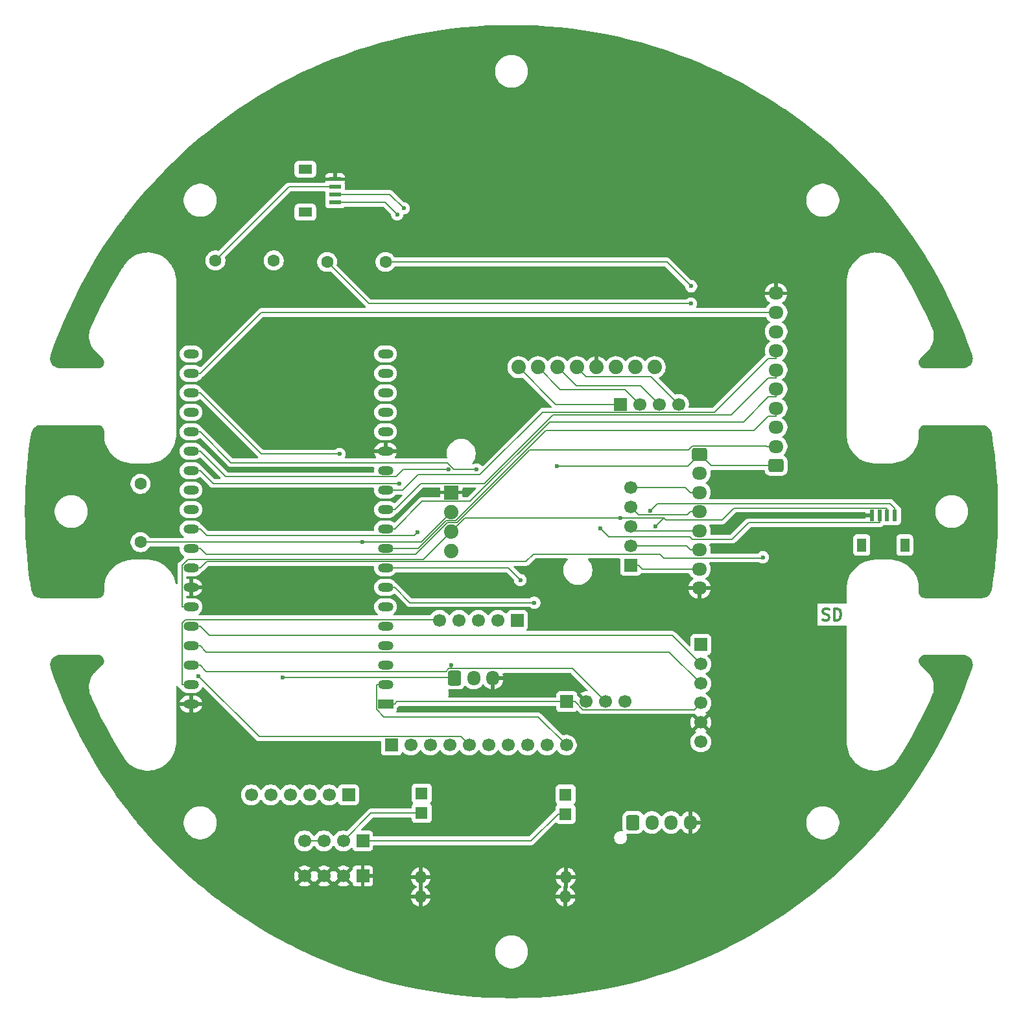
<source format=gtl>
G04 #@! TF.GenerationSoftware,KiCad,Pcbnew,9.0.6-9.0.6~ubuntu24.04.1*
G04 #@! TF.CreationDate,2026-01-15T22:16:41+01:00*
G04 #@! TF.ProjectId,tuba-electronics,74756261-2d65-46c6-9563-74726f6e6963,0*
G04 #@! TF.SameCoordinates,Original*
G04 #@! TF.FileFunction,Copper,L1,Top*
G04 #@! TF.FilePolarity,Positive*
%FSLAX46Y46*%
G04 Gerber Fmt 4.6, Leading zero omitted, Abs format (unit mm)*
G04 Created by KiCad (PCBNEW 9.0.6-9.0.6~ubuntu24.04.1) date 2026-01-15 22:16:41*
%MOMM*%
%LPD*%
G01*
G04 APERTURE LIST*
G04 Aperture macros list*
%AMRoundRect*
0 Rectangle with rounded corners*
0 $1 Rounding radius*
0 $2 $3 $4 $5 $6 $7 $8 $9 X,Y pos of 4 corners*
0 Add a 4 corners polygon primitive as box body*
4,1,4,$2,$3,$4,$5,$6,$7,$8,$9,$2,$3,0*
0 Add four circle primitives for the rounded corners*
1,1,$1+$1,$2,$3*
1,1,$1+$1,$4,$5*
1,1,$1+$1,$6,$7*
1,1,$1+$1,$8,$9*
0 Add four rect primitives between the rounded corners*
20,1,$1+$1,$2,$3,$4,$5,0*
20,1,$1+$1,$4,$5,$6,$7,0*
20,1,$1+$1,$6,$7,$8,$9,0*
20,1,$1+$1,$8,$9,$2,$3,0*%
G04 Aperture macros list end*
%ADD10C,0.304800*%
G04 #@! TA.AperFunction,NonConductor*
%ADD11C,0.304800*%
G04 #@! TD*
G04 #@! TA.AperFunction,ComponentPad*
%ADD12RoundRect,0.250000X0.725000X-0.600000X0.725000X0.600000X-0.725000X0.600000X-0.725000X-0.600000X0*%
G04 #@! TD*
G04 #@! TA.AperFunction,ComponentPad*
%ADD13O,1.950000X1.700000*%
G04 #@! TD*
G04 #@! TA.AperFunction,SMDPad,CuDef*
%ADD14R,0.600000X1.550000*%
G04 #@! TD*
G04 #@! TA.AperFunction,SMDPad,CuDef*
%ADD15R,1.200000X1.800000*%
G04 #@! TD*
G04 #@! TA.AperFunction,ComponentPad*
%ADD16RoundRect,0.250000X-0.600000X-0.725000X0.600000X-0.725000X0.600000X0.725000X-0.600000X0.725000X0*%
G04 #@! TD*
G04 #@! TA.AperFunction,ComponentPad*
%ADD17O,1.700000X1.950000*%
G04 #@! TD*
G04 #@! TA.AperFunction,ComponentPad*
%ADD18R,1.700000X1.700000*%
G04 #@! TD*
G04 #@! TA.AperFunction,ComponentPad*
%ADD19C,1.700000*%
G04 #@! TD*
G04 #@! TA.AperFunction,SMDPad,CuDef*
%ADD20R,1.550000X0.600000*%
G04 #@! TD*
G04 #@! TA.AperFunction,SMDPad,CuDef*
%ADD21R,1.800000X1.200000*%
G04 #@! TD*
G04 #@! TA.AperFunction,ComponentPad*
%ADD22C,1.600000*%
G04 #@! TD*
G04 #@! TA.AperFunction,ComponentPad*
%ADD23R,2.000000X1.200000*%
G04 #@! TD*
G04 #@! TA.AperFunction,ComponentPad*
%ADD24O,2.000000X1.200000*%
G04 #@! TD*
G04 #@! TA.AperFunction,ComponentPad*
%ADD25R,1.879600X1.879600*%
G04 #@! TD*
G04 #@! TA.AperFunction,ComponentPad*
%ADD26C,1.879600*%
G04 #@! TD*
G04 #@! TA.AperFunction,ComponentPad*
%ADD27R,1.600000X1.600000*%
G04 #@! TD*
G04 #@! TA.AperFunction,ComponentPad*
%ADD28O,1.600000X1.600000*%
G04 #@! TD*
G04 #@! TA.AperFunction,ComponentPad*
%ADD29RoundRect,0.250000X-0.725000X0.600000X-0.725000X-0.600000X0.725000X-0.600000X0.725000X0.600000X0*%
G04 #@! TD*
G04 #@! TA.AperFunction,ViaPad*
%ADD30C,0.600000*%
G04 #@! TD*
G04 #@! TA.AperFunction,Conductor*
%ADD31C,0.127000*%
G04 #@! TD*
G04 APERTURE END LIST*
D10*
D11*
X190865811Y-105625070D02*
X191083526Y-105697641D01*
X191083526Y-105697641D02*
X191446383Y-105697641D01*
X191446383Y-105697641D02*
X191591526Y-105625070D01*
X191591526Y-105625070D02*
X191664097Y-105552498D01*
X191664097Y-105552498D02*
X191736668Y-105407355D01*
X191736668Y-105407355D02*
X191736668Y-105262212D01*
X191736668Y-105262212D02*
X191664097Y-105117070D01*
X191664097Y-105117070D02*
X191591526Y-105044498D01*
X191591526Y-105044498D02*
X191446383Y-104971927D01*
X191446383Y-104971927D02*
X191156097Y-104899355D01*
X191156097Y-104899355D02*
X191010954Y-104826784D01*
X191010954Y-104826784D02*
X190938383Y-104754212D01*
X190938383Y-104754212D02*
X190865811Y-104609070D01*
X190865811Y-104609070D02*
X190865811Y-104463927D01*
X190865811Y-104463927D02*
X190938383Y-104318784D01*
X190938383Y-104318784D02*
X191010954Y-104246212D01*
X191010954Y-104246212D02*
X191156097Y-104173641D01*
X191156097Y-104173641D02*
X191518954Y-104173641D01*
X191518954Y-104173641D02*
X191736668Y-104246212D01*
X192389812Y-105697641D02*
X192389812Y-104173641D01*
X192389812Y-104173641D02*
X192752669Y-104173641D01*
X192752669Y-104173641D02*
X192970383Y-104246212D01*
X192970383Y-104246212D02*
X193115526Y-104391355D01*
X193115526Y-104391355D02*
X193188097Y-104536498D01*
X193188097Y-104536498D02*
X193260669Y-104826784D01*
X193260669Y-104826784D02*
X193260669Y-105044498D01*
X193260669Y-105044498D02*
X193188097Y-105334784D01*
X193188097Y-105334784D02*
X193115526Y-105479927D01*
X193115526Y-105479927D02*
X192970383Y-105625070D01*
X192970383Y-105625070D02*
X192752669Y-105697641D01*
X192752669Y-105697641D02*
X192389812Y-105697641D01*
D12*
X184775000Y-85500000D03*
D13*
X184775000Y-83000000D03*
X184775000Y-80500000D03*
X184775000Y-78000000D03*
X184775000Y-75500000D03*
X184775000Y-73000000D03*
X184775000Y-70500000D03*
X184775000Y-68000000D03*
X184775000Y-65500000D03*
X184775000Y-63000000D03*
D14*
X197275000Y-92000000D03*
X198275000Y-92000000D03*
X199275000Y-92000000D03*
X200275000Y-92000000D03*
D15*
X195975000Y-95875000D03*
X201575000Y-95875000D03*
D16*
X142775000Y-113250000D03*
D17*
X145275000Y-113250000D03*
X147775000Y-113250000D03*
D18*
X164435000Y-77500000D03*
D19*
X166975000Y-77500000D03*
X169515000Y-77500000D03*
X172055000Y-77500000D03*
D18*
X157445000Y-116330000D03*
D19*
X159985000Y-116330000D03*
X162525000Y-116330000D03*
X165065000Y-116330000D03*
D20*
X127175000Y-48100000D03*
X127175000Y-49100000D03*
X127175000Y-50100000D03*
X127175000Y-51100000D03*
D21*
X123300000Y-46800000D03*
X123300000Y-52400000D03*
D22*
X101775000Y-87880000D03*
X101775000Y-95500000D03*
D23*
X133775000Y-116640000D03*
D24*
X133775000Y-114100000D03*
X133775000Y-111560000D03*
X133775000Y-109020000D03*
X133775000Y-106480000D03*
X133775000Y-103940000D03*
X133775000Y-101400000D03*
X133775000Y-98860000D03*
X133775000Y-96320000D03*
X133775000Y-93780000D03*
X133775000Y-91240000D03*
X133775000Y-88700000D03*
X133775000Y-86160000D03*
X133775000Y-83620000D03*
X133775000Y-81080000D03*
X133775000Y-78540000D03*
X133775000Y-76000000D03*
X133775000Y-73460000D03*
X133775000Y-70920000D03*
X108378680Y-70922720D03*
X108378680Y-73462720D03*
X108375000Y-76000000D03*
X108375000Y-78540000D03*
X108375000Y-81080000D03*
X108375000Y-83620000D03*
X108375000Y-86160000D03*
X108375000Y-88700000D03*
X108375000Y-91240000D03*
X108375000Y-93780000D03*
X108375000Y-96320000D03*
X108375000Y-98860000D03*
X108375000Y-101400000D03*
X108375000Y-103940000D03*
X108375000Y-106480000D03*
X108375000Y-109020000D03*
X108375000Y-111560000D03*
X108375000Y-114100000D03*
X108375000Y-116640000D03*
D18*
X174947000Y-108878000D03*
D19*
X174947000Y-111418000D03*
X174950000Y-113958000D03*
X174950000Y-116498000D03*
X174947000Y-119038000D03*
X174947000Y-121578000D03*
D18*
X150975000Y-105700000D03*
D19*
X148435000Y-105700000D03*
X145895000Y-105700000D03*
X143355000Y-105700000D03*
X140815000Y-105700000D03*
D25*
X142385000Y-88997000D03*
D26*
X142385000Y-91537000D03*
X142385000Y-94077000D03*
X142385000Y-96617000D03*
D18*
X128935000Y-128500000D03*
D19*
X126395000Y-128500000D03*
X123855000Y-128500000D03*
X121315000Y-128500000D03*
X118775000Y-128500000D03*
X116235000Y-128500000D03*
D22*
X119175000Y-58700000D03*
X111555000Y-58700000D03*
D26*
X168915000Y-72650000D03*
X166375000Y-72650000D03*
X163835000Y-72650000D03*
X161295000Y-72650000D03*
X158755000Y-72650000D03*
X156215000Y-72650000D03*
X153675000Y-72650000D03*
X151135000Y-72650000D03*
D27*
X157275000Y-128460000D03*
X157275000Y-131000000D03*
D28*
X157300400Y-139255000D03*
X157275000Y-141795000D03*
D27*
X138479000Y-128333000D03*
X138479000Y-130873000D03*
D28*
X138377400Y-139255000D03*
X138352000Y-141795000D03*
D18*
X130795000Y-134510000D03*
D19*
X128255000Y-134510000D03*
X125715000Y-134510000D03*
X123175000Y-134510000D03*
D16*
X166075000Y-132100000D03*
D17*
X168575000Y-132100000D03*
X171075000Y-132100000D03*
X173575000Y-132100000D03*
D22*
X133775000Y-58900000D03*
X126155000Y-58900000D03*
D18*
X134535000Y-122000000D03*
D19*
X137075000Y-122000000D03*
X139615000Y-122000000D03*
X142155000Y-122000000D03*
X144695000Y-122000000D03*
X147235000Y-122000000D03*
X149775000Y-122000000D03*
X152315000Y-122000000D03*
X154855000Y-122000000D03*
X157395000Y-122000000D03*
D18*
X130795000Y-139100000D03*
D19*
X128255000Y-139100000D03*
X125715000Y-139100000D03*
X123175000Y-139100000D03*
D29*
X174775000Y-84000000D03*
D13*
X174775000Y-86500000D03*
X174775000Y-89000000D03*
X174775000Y-91500000D03*
X174775000Y-94000000D03*
X174775000Y-96500000D03*
X174775000Y-99000000D03*
X174775000Y-101500000D03*
D18*
X165775000Y-98500000D03*
D19*
X165775000Y-95960000D03*
X165775000Y-93420000D03*
X165775000Y-90880000D03*
X165775000Y-88340000D03*
D30*
X161975000Y-62500000D03*
X161575000Y-67700000D03*
X139175000Y-83300000D03*
X139175000Y-88900000D03*
X153775000Y-117300000D03*
X153775000Y-114100000D03*
X190975000Y-95300000D03*
X190975000Y-92100000D03*
X161838500Y-93707300D03*
X130780900Y-95500000D03*
X156187000Y-85531000D03*
X173682400Y-62068100D03*
X183040900Y-97465800D03*
X173654400Y-64330300D03*
X135298500Y-52710300D03*
X142341100Y-111583200D03*
X168327400Y-91399700D03*
X164410400Y-92334700D03*
X136128600Y-51880300D03*
X169044800Y-93463400D03*
X120379000Y-113151500D03*
X151374200Y-100449500D03*
X109307500Y-112961800D03*
X153201900Y-103395700D03*
X145683800Y-86016500D03*
X142038900Y-86022400D03*
X135593000Y-87830400D03*
X137967000Y-94179300D03*
X127770100Y-83970600D03*
D31*
X161295000Y-72650000D02*
X161295000Y-67980000D01*
X161295000Y-67980000D02*
X161575000Y-67700000D01*
X142385000Y-88997000D02*
X139272000Y-88997000D01*
X139272000Y-88997000D02*
X139175000Y-88900000D01*
X159985000Y-116330000D02*
X157755000Y-114100000D01*
X157755000Y-114100000D02*
X153775000Y-114100000D01*
X197275000Y-92000000D02*
X191075000Y-92000000D01*
X191075000Y-92000000D02*
X190975000Y-92100000D01*
X125715000Y-134510000D02*
X123175000Y-134510000D01*
X173469900Y-94779900D02*
X162911100Y-94779900D01*
X181187600Y-92967200D02*
X179039300Y-95115500D01*
X198275000Y-92967200D02*
X181187600Y-92967200D01*
X101775000Y-95500000D02*
X130780900Y-95500000D01*
X121155000Y-49100000D02*
X127175000Y-49100000D01*
X111555000Y-58700000D02*
X121155000Y-49100000D01*
X135277200Y-116330000D02*
X134967200Y-116640000D01*
X159529400Y-117372200D02*
X158487200Y-116330000D01*
X133775000Y-116640000D02*
X134967200Y-116640000D01*
X173805500Y-95115500D02*
X173469900Y-94779900D01*
X174075800Y-117372200D02*
X159529400Y-117372200D01*
X174950000Y-116498000D02*
X174075800Y-117372200D01*
X138422000Y-95500000D02*
X130780900Y-95500000D01*
X142385000Y-91537000D02*
X138422000Y-95500000D01*
X198275000Y-92000000D02*
X198275000Y-92967200D01*
X179039300Y-95115500D02*
X173805500Y-95115500D01*
X157966100Y-116330000D02*
X158487200Y-116330000D01*
X162911100Y-94779900D02*
X161838500Y-93707300D01*
X157445000Y-116330000D02*
X135277200Y-116330000D01*
X157966100Y-116330000D02*
X157445000Y-116330000D01*
X110759400Y-107672200D02*
X171201200Y-107672200D01*
X108375000Y-106480000D02*
X109567200Y-106480000D01*
X171201200Y-107672200D02*
X174947000Y-111418000D01*
X109567200Y-106480000D02*
X110759400Y-107672200D01*
X176275000Y-85500000D02*
X174775000Y-84000000D01*
X173244000Y-85531000D02*
X156187000Y-85531000D01*
X157275000Y-131000000D02*
X156282800Y-131000000D01*
X133775000Y-58900000D02*
X170514300Y-58900000D01*
X170514300Y-58900000D02*
X173682400Y-62068100D01*
X156282800Y-131000000D02*
X152772800Y-134510000D01*
X152772800Y-134510000D02*
X130795000Y-134510000D01*
X184775000Y-85500000D02*
X176275000Y-85500000D01*
X174775000Y-84000000D02*
X173244000Y-85531000D01*
X184775000Y-75500000D02*
X184775000Y-76542200D01*
X180496300Y-79778700D02*
X183732800Y-76542200D01*
X144785500Y-90177000D02*
X155183800Y-79778700D01*
X134967200Y-93780000D02*
X138570200Y-90177000D01*
X155183800Y-79778700D02*
X180496300Y-79778700D01*
X183732800Y-76542200D02*
X184775000Y-76542200D01*
X133775000Y-93780000D02*
X134967200Y-93780000D01*
X138570200Y-90177000D02*
X144785500Y-90177000D01*
X154693600Y-80923000D02*
X142947600Y-92669000D01*
X184775000Y-78000000D02*
X184775000Y-79042200D01*
X142947600Y-92669000D02*
X141706900Y-92669000D01*
X138055900Y-96320000D02*
X133775000Y-96320000D01*
X183732800Y-79042200D02*
X181852000Y-80923000D01*
X181852000Y-80923000D02*
X154693600Y-80923000D01*
X184775000Y-79042200D02*
X183732800Y-79042200D01*
X141706900Y-92669000D02*
X138055900Y-96320000D01*
X143080300Y-92934900D02*
X141839600Y-92934900D01*
X110365000Y-97117800D02*
X109567200Y-96320000D01*
X184775000Y-83000000D02*
X183607800Y-83000000D01*
X183557500Y-82949700D02*
X173824300Y-82949700D01*
X108375000Y-96320000D02*
X109567200Y-96320000D01*
X152573000Y-83442200D02*
X143080300Y-92934900D01*
X173824300Y-82949700D02*
X173331800Y-83442200D01*
X137656700Y-97117800D02*
X110365000Y-97117800D01*
X141839600Y-92934900D02*
X137656700Y-97117800D01*
X183607800Y-83000000D02*
X183557500Y-82949700D01*
X173331800Y-83442200D02*
X152573000Y-83442200D01*
X134967200Y-91240000D02*
X138392200Y-87815000D01*
X146644600Y-87815000D02*
X155601300Y-78858300D01*
X133775000Y-91240000D02*
X134967200Y-91240000D01*
X138392200Y-87815000D02*
X146644600Y-87815000D01*
X155601300Y-78858300D02*
X178916700Y-78858300D01*
X183732800Y-74042200D02*
X184775000Y-74042200D01*
X178916700Y-78858300D02*
X183732800Y-74042200D01*
X184775000Y-73000000D02*
X184775000Y-74042200D01*
X170117200Y-97554300D02*
X182952400Y-97554300D01*
X153099600Y-97054600D02*
X169617500Y-97054600D01*
X169617500Y-97054600D02*
X170117200Y-97554300D01*
X108375000Y-98860000D02*
X109567200Y-98860000D01*
X182952400Y-97554300D02*
X183040900Y-97465800D01*
X152123600Y-98030600D02*
X153099600Y-97054600D01*
X110396600Y-98030600D02*
X152123600Y-98030600D01*
X109567200Y-98860000D02*
X110396600Y-98030600D01*
X184775000Y-70500000D02*
X184775000Y-71542200D01*
X136008900Y-88700000D02*
X138003500Y-86705400D01*
X176732800Y-78542200D02*
X183732800Y-71542200D01*
X154280000Y-78542200D02*
X176732800Y-78542200D01*
X133775000Y-88700000D02*
X136008900Y-88700000D01*
X146116800Y-86705400D02*
X154280000Y-78542200D01*
X183732800Y-71542200D02*
X184775000Y-71542200D01*
X138003500Y-86705400D02*
X146116800Y-86705400D01*
X174775000Y-89000000D02*
X173607800Y-89000000D01*
X172947800Y-88340000D02*
X165775000Y-88340000D01*
X173607800Y-89000000D02*
X172947800Y-88340000D01*
X131585300Y-64330300D02*
X126155000Y-58900000D01*
X173654400Y-64330300D02*
X131585300Y-64330300D01*
X170828700Y-109836700D02*
X174950000Y-113958000D01*
X110383900Y-109836700D02*
X170828700Y-109836700D01*
X109567200Y-109020000D02*
X110383900Y-109836700D01*
X108375000Y-109020000D02*
X109567200Y-109020000D01*
X133688200Y-51100000D02*
X135298500Y-52710300D01*
X142048700Y-112022300D02*
X142341100Y-112022300D01*
X110370500Y-112363300D02*
X141707700Y-112363300D01*
X199698700Y-90456500D02*
X169270600Y-90456500D01*
X169270600Y-90456500D02*
X168327400Y-91399700D01*
X142341100Y-111583200D02*
X142341100Y-112022300D01*
X142341100Y-112022300D02*
X158217300Y-112022300D01*
X158217300Y-112022300D02*
X162525000Y-116330000D01*
X109567200Y-111560000D02*
X110370500Y-112363300D01*
X127175000Y-51100000D02*
X133688200Y-51100000D01*
X108375000Y-111560000D02*
X109567200Y-111560000D01*
X200275000Y-92000000D02*
X200275000Y-91032800D01*
X141707700Y-112363300D02*
X142048700Y-112022300D01*
X200275000Y-91032800D02*
X199698700Y-90456500D01*
X164410400Y-92334700D02*
X144127300Y-92334700D01*
X177712200Y-92609500D02*
X170401400Y-92609500D01*
X108375000Y-103940000D02*
X107182800Y-103940000D01*
X199275000Y-91032800D02*
X179288900Y-91032800D01*
X169044800Y-93416500D02*
X169044800Y-93463400D01*
X127175000Y-50100000D02*
X134348300Y-50100000D01*
X199275000Y-92000000D02*
X199275000Y-91032800D01*
X138714500Y-97747500D02*
X107956200Y-97747500D01*
X134348300Y-50100000D02*
X136128600Y-51880300D01*
X144127300Y-92334700D02*
X142385000Y-94077000D01*
X170126600Y-92334700D02*
X164410400Y-92334700D01*
X170126600Y-92334700D02*
X169044800Y-93416500D01*
X107956200Y-97747500D02*
X107182800Y-98520900D01*
X179288900Y-91032800D02*
X177712200Y-92609500D01*
X170401400Y-92609500D02*
X170126600Y-92334700D01*
X107182800Y-98520900D02*
X107182800Y-103940000D01*
X142385000Y-94077000D02*
X138714500Y-97747500D01*
X128255000Y-134510000D02*
X131892000Y-130873000D01*
X131892000Y-130873000D02*
X138479000Y-130873000D01*
X158659200Y-75094200D02*
X167109200Y-75094200D01*
X167109200Y-75094200D02*
X169515000Y-77500000D01*
X156215000Y-72650000D02*
X158659200Y-75094200D01*
X159974500Y-73869500D02*
X168424500Y-73869500D01*
X168424500Y-73869500D02*
X172055000Y-77500000D01*
X158755000Y-72650000D02*
X159974500Y-73869500D01*
X165028100Y-75553100D02*
X166975000Y-77500000D01*
X153675000Y-72650000D02*
X156578100Y-75553100D01*
X156578100Y-75553100D02*
X165028100Y-75553100D01*
X155985000Y-77500000D02*
X151135000Y-72650000D01*
X164435000Y-77500000D02*
X155985000Y-77500000D01*
X117533600Y-65500000D02*
X184775000Y-65500000D01*
X109570900Y-73462700D02*
X117533600Y-65500000D01*
X108378700Y-73462700D02*
X109570900Y-73462700D01*
X120379000Y-113151500D02*
X142676500Y-113151500D01*
X142676500Y-113151500D02*
X142775000Y-113250000D01*
X167317200Y-99000000D02*
X166817200Y-98500000D01*
X165775000Y-98500000D02*
X166817200Y-98500000D01*
X174775000Y-99000000D02*
X167317200Y-99000000D01*
X174775000Y-91500000D02*
X173607800Y-91500000D01*
X173607800Y-91500000D02*
X173176100Y-91931700D01*
X166826700Y-91931700D02*
X165775000Y-90880000D01*
X173176100Y-91931700D02*
X166826700Y-91931700D01*
X173067800Y-95960000D02*
X173607800Y-96500000D01*
X165775000Y-95960000D02*
X173067800Y-95960000D01*
X174775000Y-96500000D02*
X173607800Y-96500000D01*
X166355000Y-94000000D02*
X165775000Y-93420000D01*
X174775000Y-94000000D02*
X166355000Y-94000000D01*
X133775000Y-98860000D02*
X149784700Y-98860000D01*
X149784700Y-98860000D02*
X151374200Y-100449500D01*
X133564400Y-118324100D02*
X132582800Y-117342500D01*
X153719100Y-118324100D02*
X133564400Y-118324100D01*
X157395000Y-122000000D02*
X153719100Y-118324100D01*
X133775000Y-114100000D02*
X132582800Y-114100000D01*
X132582800Y-117342500D02*
X132582800Y-114100000D01*
X117250500Y-120904800D02*
X109307500Y-112961800D01*
X144695000Y-122000000D02*
X143599800Y-120904800D01*
X143599800Y-120904800D02*
X117250500Y-120904800D01*
X134967200Y-101400000D02*
X136962900Y-103395700D01*
X133775000Y-101400000D02*
X134967200Y-101400000D01*
X136962900Y-103395700D02*
X153201900Y-103395700D01*
X142729100Y-86016500D02*
X141826200Y-85113600D01*
X108375000Y-81080000D02*
X109567200Y-81080000D01*
X141826200Y-85113600D02*
X113600800Y-85113600D01*
X113600800Y-85113600D02*
X109567200Y-81080000D01*
X145683800Y-86016500D02*
X142729100Y-86016500D01*
X112905400Y-86958200D02*
X109567200Y-83620000D01*
X136057900Y-86022400D02*
X135122100Y-86958200D01*
X135122100Y-86958200D02*
X112905400Y-86958200D01*
X142038900Y-86022400D02*
X136057900Y-86022400D01*
X108375000Y-83620000D02*
X109567200Y-83620000D01*
X107182800Y-106081500D02*
X107182800Y-114100000D01*
X140753900Y-105638900D02*
X107625400Y-105638900D01*
X140815000Y-105700000D02*
X140753900Y-105638900D01*
X108375000Y-114100000D02*
X107182800Y-114100000D01*
X107625400Y-105638900D02*
X107182800Y-106081500D01*
X111237600Y-87830400D02*
X109567200Y-86160000D01*
X108375000Y-86160000D02*
X109567200Y-86160000D01*
X135593000Y-87830400D02*
X111237600Y-87830400D01*
X108375000Y-93780000D02*
X109567200Y-93780000D01*
X110394700Y-94607500D02*
X109567200Y-93780000D01*
X137967000Y-94179300D02*
X137538800Y-94607500D01*
X137538800Y-94607500D02*
X110394700Y-94607500D01*
X117537800Y-83970600D02*
X127770100Y-83970600D01*
X108375000Y-76000000D02*
X109567200Y-76000000D01*
X109567200Y-76000000D02*
X117537800Y-83970600D01*
G04 #@! TA.AperFunction,Conductor*
G36*
X138627400Y-140608238D02*
G01*
X138607715Y-140675277D01*
X138602000Y-140682369D01*
X138602000Y-141479314D01*
X138597606Y-141474920D01*
X138506394Y-141422259D01*
X138404661Y-141395000D01*
X138299339Y-141395000D01*
X138197606Y-141422259D01*
X138106394Y-141474920D01*
X138102000Y-141479314D01*
X138102000Y-140441762D01*
X138121685Y-140374723D01*
X138127400Y-140367630D01*
X138127400Y-139570686D01*
X138131794Y-139575080D01*
X138223006Y-139627741D01*
X138324739Y-139655000D01*
X138430061Y-139655000D01*
X138531794Y-139627741D01*
X138623006Y-139575080D01*
X138627400Y-139570686D01*
X138627400Y-140608238D01*
G37*
G04 #@! TD.AperFunction*
G04 #@! TA.AperFunction,Conductor*
G36*
X157550400Y-140608238D02*
G01*
X157530715Y-140675277D01*
X157525000Y-140682369D01*
X157525000Y-141479314D01*
X157520606Y-141474920D01*
X157429394Y-141422259D01*
X157327661Y-141395000D01*
X157222339Y-141395000D01*
X157120606Y-141422259D01*
X157029394Y-141474920D01*
X157025000Y-141479314D01*
X157025000Y-140441762D01*
X157044685Y-140374723D01*
X157050400Y-140367630D01*
X157050400Y-139570686D01*
X157054794Y-139575080D01*
X157146006Y-139627741D01*
X157247739Y-139655000D01*
X157353061Y-139655000D01*
X157454794Y-139627741D01*
X157546006Y-139575080D01*
X157550400Y-139570686D01*
X157550400Y-140608238D01*
G37*
G04 #@! TD.AperFunction*
G04 #@! TA.AperFunction,Conductor*
G36*
X151795583Y-27970140D02*
G01*
X151798592Y-27970215D01*
X153375231Y-28029068D01*
X153378255Y-28029219D01*
X154952840Y-28127263D01*
X154955891Y-28127491D01*
X156527573Y-28264667D01*
X156530558Y-28264964D01*
X158098432Y-28441199D01*
X158101381Y-28441569D01*
X159664300Y-28656733D01*
X159667297Y-28657183D01*
X161224450Y-28911164D01*
X161227411Y-28911686D01*
X162777671Y-29204300D01*
X162780645Y-29204899D01*
X164323199Y-29535990D01*
X164326180Y-29536669D01*
X165184302Y-29743308D01*
X165859955Y-29906008D01*
X165862944Y-29906767D01*
X167387084Y-30314146D01*
X167390053Y-30314979D01*
X168848493Y-30743936D01*
X168903546Y-30760128D01*
X168906486Y-30761032D01*
X170408487Y-31243701D01*
X170411379Y-31244670D01*
X171900895Y-31764541D01*
X171903761Y-31765581D01*
X173379935Y-32322357D01*
X173382772Y-32323468D01*
X174844601Y-32916769D01*
X174847394Y-32917943D01*
X175742097Y-33307261D01*
X176294046Y-33547434D01*
X176296859Y-33548700D01*
X177073358Y-33909811D01*
X177727315Y-34213933D01*
X177730089Y-34215265D01*
X179143656Y-34915918D01*
X179146342Y-34917291D01*
X180542081Y-35652906D01*
X180544678Y-35654317D01*
X181921675Y-36424409D01*
X181924291Y-36425916D01*
X182939247Y-37027152D01*
X183281656Y-37229987D01*
X183284290Y-37231592D01*
X184621170Y-38069133D01*
X184623757Y-38070797D01*
X185724104Y-38798877D01*
X185939500Y-38941400D01*
X185942033Y-38943122D01*
X187235676Y-39846154D01*
X187238136Y-39847917D01*
X188394190Y-40698437D01*
X188508912Y-40782839D01*
X188511374Y-40784698D01*
X189758489Y-41750926D01*
X189760903Y-41752845D01*
X190983606Y-42749794D01*
X190985917Y-42751726D01*
X192181727Y-43777305D01*
X192183484Y-43778812D01*
X192185794Y-43780843D01*
X193357436Y-44837389D01*
X193359625Y-44839413D01*
X193383803Y-44862331D01*
X194504640Y-45924784D01*
X194506852Y-45926934D01*
X195624459Y-47040389D01*
X195626617Y-47042593D01*
X196716206Y-48183524D01*
X196718308Y-48185781D01*
X197779167Y-49353440D01*
X197781212Y-49355748D01*
X198812701Y-50549430D01*
X198814689Y-50551789D01*
X199816179Y-51770768D01*
X199818107Y-51773175D01*
X200788954Y-53016667D01*
X200790822Y-53019121D01*
X201730479Y-54286425D01*
X201732285Y-54288926D01*
X202640095Y-55579158D01*
X202641838Y-55581702D01*
X203517279Y-56894114D01*
X203518954Y-56896693D01*
X204325812Y-58174007D01*
X204361517Y-58230530D01*
X204363128Y-58233153D01*
X205168718Y-59581613D01*
X205172214Y-59587464D01*
X205173763Y-59590131D01*
X205948936Y-60964185D01*
X205950418Y-60966890D01*
X206691175Y-62359795D01*
X206692589Y-62362536D01*
X207398458Y-63773401D01*
X207399804Y-63776176D01*
X208070386Y-65204211D01*
X208071662Y-65207019D01*
X208706505Y-66651260D01*
X208707711Y-66654099D01*
X209306440Y-68113687D01*
X209307575Y-68116555D01*
X209869820Y-69590591D01*
X209870883Y-69593486D01*
X210394907Y-71077129D01*
X210398192Y-71087987D01*
X210444786Y-71271992D01*
X210448080Y-71291304D01*
X210464740Y-71476214D01*
X210464951Y-71495805D01*
X210452279Y-71681030D01*
X210449402Y-71700408D01*
X210407716Y-71881323D01*
X210401823Y-71900007D01*
X210332160Y-72072108D01*
X210323397Y-72089630D01*
X210227507Y-72248596D01*
X210216095Y-72264519D01*
X210096355Y-72406411D01*
X210082577Y-72420339D01*
X209941987Y-72541598D01*
X209926186Y-72553182D01*
X209768255Y-72650782D01*
X209750829Y-72659732D01*
X209579494Y-72731242D01*
X209560876Y-72737336D01*
X209413693Y-72772923D01*
X209381964Y-72780596D01*
X209380421Y-72780969D01*
X209361074Y-72784054D01*
X209171054Y-72799112D01*
X209161258Y-72799500D01*
X204291067Y-72799500D01*
X204291038Y-72799498D01*
X204282415Y-72799498D01*
X204274408Y-72799498D01*
X204222611Y-72799499D01*
X204210459Y-72798902D01*
X204072698Y-72785338D01*
X204048855Y-72780596D01*
X203922246Y-72742192D01*
X203899788Y-72732890D01*
X203783102Y-72670523D01*
X203762894Y-72657021D01*
X203660614Y-72573085D01*
X203643431Y-72555902D01*
X203559491Y-72453623D01*
X203545988Y-72433415D01*
X203483612Y-72316720D01*
X203474317Y-72294280D01*
X203435905Y-72167657D01*
X203431165Y-72143822D01*
X203418197Y-72012151D01*
X203418197Y-71987843D01*
X203421105Y-71958318D01*
X203431166Y-71856162D01*
X203435906Y-71832340D01*
X203474317Y-71705719D01*
X203483618Y-71683268D01*
X203545992Y-71566578D01*
X203559493Y-71546371D01*
X203647151Y-71439564D01*
X203655301Y-71430571D01*
X203697792Y-71388083D01*
X203697792Y-71388080D01*
X203706690Y-71379184D01*
X203706699Y-71379172D01*
X204590409Y-70495464D01*
X204590411Y-70495466D01*
X204596157Y-70489716D01*
X204636998Y-70448876D01*
X204636998Y-70448875D01*
X204642946Y-70442928D01*
X204643121Y-70442726D01*
X204694397Y-70391425D01*
X204878595Y-70162032D01*
X205036787Y-69913988D01*
X205167102Y-69650229D01*
X205267997Y-69373877D01*
X205338278Y-69088200D01*
X205377114Y-68796580D01*
X205384045Y-68502467D01*
X205358989Y-68209342D01*
X205302243Y-67920672D01*
X205214478Y-67639873D01*
X205214473Y-67639862D01*
X205185443Y-67573346D01*
X205185306Y-67573033D01*
X205182321Y-67566142D01*
X205182319Y-67566133D01*
X205155638Y-67505046D01*
X205136115Y-67460347D01*
X205129269Y-67444671D01*
X205129267Y-67444669D01*
X204892559Y-66902722D01*
X204340135Y-65709889D01*
X203761690Y-64529455D01*
X203157503Y-63361987D01*
X203157481Y-63361947D01*
X203157476Y-63361937D01*
X202527880Y-62208072D01*
X202445817Y-62065216D01*
X201873078Y-61068188D01*
X201193457Y-59942959D01*
X200876699Y-59443572D01*
X200876698Y-59443567D01*
X200841403Y-59387925D01*
X200806108Y-59332283D01*
X200805952Y-59332139D01*
X200801483Y-59325100D01*
X200801478Y-59325083D01*
X200801437Y-59325027D01*
X200743102Y-59232997D01*
X200743097Y-59232989D01*
X200739144Y-59227941D01*
X200516834Y-58944061D01*
X200263097Y-58678933D01*
X200063508Y-58507983D01*
X199984380Y-58440209D01*
X199984370Y-58440202D01*
X199891028Y-58375079D01*
X199683407Y-58230225D01*
X199683402Y-58230222D01*
X199683399Y-58230220D01*
X199363146Y-58051049D01*
X199363141Y-58051047D01*
X199288198Y-58018386D01*
X199026720Y-57904431D01*
X198866545Y-57852786D01*
X198677447Y-57791815D01*
X198677448Y-57791815D01*
X198318752Y-57714307D01*
X198318748Y-57714306D01*
X198318742Y-57714305D01*
X198147801Y-57694780D01*
X197954135Y-57672659D01*
X197587192Y-57667288D01*
X197587191Y-57667288D01*
X197587190Y-57667288D01*
X197537818Y-57671467D01*
X197221515Y-57698243D01*
X196892300Y-57759356D01*
X196860699Y-57765223D01*
X196860692Y-57765224D01*
X196860679Y-57765228D01*
X196508293Y-57867561D01*
X196508270Y-57867569D01*
X196167720Y-58004269D01*
X196167706Y-58004276D01*
X195842337Y-58174000D01*
X195842324Y-58174007D01*
X195535356Y-58375079D01*
X195535343Y-58375088D01*
X195249760Y-58605550D01*
X194988365Y-58863146D01*
X194753750Y-59145318D01*
X194548191Y-59449329D01*
X194373718Y-59772178D01*
X194373716Y-59772182D01*
X194232041Y-60110701D01*
X194124543Y-60461595D01*
X194052287Y-60821394D01*
X194015978Y-61186574D01*
X194016014Y-61298361D01*
X194016037Y-61370065D01*
X194016036Y-61435957D01*
X194016037Y-61435960D01*
X194016037Y-81448601D01*
X194016000Y-81448727D01*
X194016000Y-81500000D01*
X194016000Y-81681795D01*
X194021671Y-81739370D01*
X194051636Y-82043624D01*
X194051638Y-82043637D01*
X194084319Y-82207931D01*
X194122572Y-82400239D01*
X194148076Y-82484313D01*
X194228118Y-82748178D01*
X194350327Y-83043212D01*
X194367258Y-83084087D01*
X194538655Y-83404744D01*
X194740656Y-83707058D01*
X194971317Y-83988116D01*
X195228416Y-84245212D01*
X195509477Y-84475869D01*
X195811792Y-84677867D01*
X195967814Y-84761261D01*
X196132449Y-84849259D01*
X196198034Y-84876424D01*
X196468367Y-84988397D01*
X196702769Y-85059500D01*
X196816298Y-85093938D01*
X196816300Y-85093938D01*
X196816302Y-85093939D01*
X197172907Y-85164868D01*
X197534748Y-85200502D01*
X197716543Y-85200500D01*
X199650647Y-85200500D01*
X199650651Y-85200501D01*
X199665145Y-85200500D01*
X199665272Y-85200537D01*
X199716543Y-85200536D01*
X199716543Y-85200537D01*
X199898337Y-85200535D01*
X200260175Y-85164893D01*
X200616777Y-85093957D01*
X200964708Y-84988409D01*
X201300619Y-84849267D01*
X201621275Y-84677870D01*
X201923586Y-84475869D01*
X202204643Y-84245209D01*
X202461737Y-83988111D01*
X202692394Y-83707052D01*
X202894392Y-83404738D01*
X203065785Y-83084081D01*
X203204924Y-82748168D01*
X203310467Y-82400235D01*
X203310469Y-82400225D01*
X203310472Y-82400214D01*
X203381400Y-82043631D01*
X203383606Y-82021231D01*
X203417037Y-81681794D01*
X203417037Y-81500000D01*
X203417037Y-81434108D01*
X203417037Y-81006092D01*
X203417634Y-80993938D01*
X203423541Y-80933969D01*
X203431202Y-80856180D01*
X203435942Y-80832349D01*
X203474353Y-80705726D01*
X203483643Y-80683298D01*
X203546025Y-80566593D01*
X203559519Y-80546399D01*
X203643457Y-80444122D01*
X203660635Y-80426944D01*
X203762922Y-80343003D01*
X203783119Y-80329508D01*
X203899811Y-80267138D01*
X203922246Y-80257845D01*
X204048877Y-80219436D01*
X204072699Y-80214698D01*
X204210836Y-80201097D01*
X204222983Y-80200500D01*
X204282415Y-80200502D01*
X204282422Y-80200500D01*
X211592113Y-80200500D01*
X211653148Y-80200500D01*
X211662847Y-80200879D01*
X211850997Y-80215643D01*
X211870143Y-80218666D01*
X212048962Y-80261461D01*
X212067406Y-80267434D01*
X212231714Y-80335263D01*
X212237351Y-80337590D01*
X212254648Y-80346373D01*
X212411569Y-80442174D01*
X212427284Y-80453545D01*
X212567144Y-80572477D01*
X212567341Y-80572644D01*
X212581089Y-80586326D01*
X212683627Y-80705743D01*
X212700865Y-80725819D01*
X212712306Y-80741471D01*
X212783093Y-80856182D01*
X212808857Y-80897933D01*
X212817721Y-80915187D01*
X212888689Y-81084794D01*
X212894754Y-81103220D01*
X212939358Y-81285733D01*
X212941514Y-81296663D01*
X213159101Y-82738132D01*
X213159495Y-82740963D01*
X213344314Y-84191066D01*
X213344643Y-84193905D01*
X213495995Y-85647920D01*
X213496258Y-85650766D01*
X213614060Y-87107875D01*
X213614257Y-87110726D01*
X213698443Y-88570117D01*
X213698575Y-88572972D01*
X213749107Y-90033955D01*
X213749173Y-90036812D01*
X213766019Y-91498571D01*
X213766019Y-91501429D01*
X213749173Y-92963187D01*
X213749107Y-92966044D01*
X213698575Y-94427027D01*
X213698443Y-94429882D01*
X213614257Y-95889273D01*
X213614060Y-95892124D01*
X213496258Y-97349233D01*
X213495995Y-97352079D01*
X213344643Y-98806094D01*
X213344314Y-98808933D01*
X213159495Y-100259036D01*
X213159101Y-100261867D01*
X212941528Y-101703245D01*
X212939373Y-101714170D01*
X212894752Y-101896787D01*
X212888688Y-101915214D01*
X212817729Y-102084815D01*
X212808864Y-102102071D01*
X212712325Y-102258523D01*
X212700878Y-102274184D01*
X212581120Y-102413664D01*
X212567370Y-102427349D01*
X212427322Y-102546444D01*
X212411606Y-102557817D01*
X212254698Y-102653611D01*
X212237400Y-102662394D01*
X212067467Y-102732545D01*
X212049011Y-102738522D01*
X211870218Y-102781310D01*
X211851055Y-102784335D01*
X211662589Y-102799119D01*
X211652894Y-102799499D01*
X211621994Y-102799499D01*
X211592190Y-102799499D01*
X211592186Y-102799499D01*
X211584582Y-102799500D01*
X211584581Y-102799499D01*
X211584580Y-102799500D01*
X204291067Y-102799500D01*
X204291038Y-102799498D01*
X204282415Y-102799498D01*
X204274408Y-102799498D01*
X204222611Y-102799499D01*
X204210459Y-102798902D01*
X204072699Y-102785338D01*
X204048859Y-102780597D01*
X203922243Y-102742191D01*
X203899792Y-102732892D01*
X203783099Y-102670521D01*
X203762887Y-102657016D01*
X203660621Y-102573091D01*
X203643431Y-102555902D01*
X203559490Y-102453621D01*
X203545986Y-102433411D01*
X203483619Y-102316735D01*
X203474316Y-102294276D01*
X203435908Y-102167664D01*
X203431166Y-102143825D01*
X203417634Y-102006436D01*
X203417037Y-101994282D01*
X203417037Y-101426316D01*
X203417000Y-101425748D01*
X203417000Y-101318209D01*
X203416525Y-101313389D01*
X203381363Y-100956372D01*
X203365065Y-100874435D01*
X203310436Y-100599793D01*
X203310433Y-100599782D01*
X203310431Y-100599774D01*
X203310431Y-100599773D01*
X203204889Y-100251844D01*
X203065752Y-99915935D01*
X202894360Y-99595281D01*
X202891620Y-99591180D01*
X202692366Y-99292972D01*
X202692363Y-99292969D01*
X202683066Y-99281641D01*
X202461710Y-99011914D01*
X202204618Y-98754819D01*
X202204608Y-98754811D01*
X202009393Y-98594600D01*
X201923564Y-98524161D01*
X201621256Y-98322162D01*
X201621255Y-98322161D01*
X201621253Y-98322160D01*
X201300608Y-98150768D01*
X201300606Y-98150767D01*
X201300604Y-98150766D01*
X201173981Y-98098316D01*
X200964689Y-98011622D01*
X200616784Y-97906083D01*
X200616771Y-97906080D01*
X200616768Y-97906079D01*
X200545061Y-97891814D01*
X200260179Y-97835144D01*
X200260171Y-97835143D01*
X200145044Y-97823803D01*
X199898336Y-97799502D01*
X199898333Y-97799501D01*
X199898340Y-97799501D01*
X199782432Y-97799500D01*
X199782431Y-97799500D01*
X199716544Y-97799500D01*
X199650652Y-97799499D01*
X199650648Y-97799500D01*
X197650644Y-97799500D01*
X197642890Y-97799500D01*
X197642334Y-97799535D01*
X197534751Y-97799535D01*
X197534750Y-97799535D01*
X197534748Y-97799535D01*
X197429451Y-97809904D01*
X197172925Y-97835167D01*
X197172922Y-97835167D01*
X196816307Y-97906097D01*
X196553963Y-97985677D01*
X196468379Y-98011638D01*
X196303661Y-98079865D01*
X196132461Y-98150776D01*
X195811816Y-98322162D01*
X195811810Y-98322165D01*
X195509502Y-98524157D01*
X195509495Y-98524162D01*
X195228446Y-98754811D01*
X194971339Y-99011914D01*
X194971338Y-99011915D01*
X194740690Y-99292959D01*
X194740680Y-99292972D01*
X194538691Y-99595267D01*
X194538685Y-99595277D01*
X194367292Y-99915928D01*
X194228152Y-100251836D01*
X194122609Y-100599766D01*
X194122607Y-100599774D01*
X194051675Y-100956367D01*
X194051673Y-100956380D01*
X194025785Y-101219235D01*
X194016190Y-101316657D01*
X194016037Y-101318208D01*
X194016037Y-103389988D01*
X193996352Y-103457027D01*
X193943548Y-103502782D01*
X193892037Y-103513988D01*
X190206158Y-103513988D01*
X190206158Y-106357294D01*
X193892037Y-106357294D01*
X193959076Y-106376979D01*
X194004831Y-106429783D01*
X194016037Y-106481294D01*
X194016037Y-121578475D01*
X194015970Y-121578699D01*
X194015896Y-121813426D01*
X194032151Y-121976913D01*
X194052205Y-122178615D01*
X194067830Y-122256419D01*
X194124462Y-122538421D01*
X194231963Y-122889324D01*
X194373641Y-123227849D01*
X194373644Y-123227855D01*
X194452852Y-123374425D01*
X194548120Y-123550711D01*
X194753670Y-123854709D01*
X194753683Y-123854728D01*
X194988303Y-124136907D01*
X194988305Y-124136909D01*
X194988311Y-124136916D01*
X195249705Y-124394509D01*
X195535300Y-124624981D01*
X195535306Y-124624985D01*
X195535305Y-124624985D01*
X195842281Y-124826061D01*
X195842288Y-124826064D01*
X195842293Y-124826068D01*
X196077978Y-124949011D01*
X196167668Y-124995797D01*
X196167685Y-124995805D01*
X196508235Y-125132505D01*
X196508241Y-125132507D01*
X196508249Y-125132510D01*
X196860679Y-125234857D01*
X197169957Y-125292268D01*
X197221503Y-125301837D01*
X197246190Y-125303926D01*
X197587186Y-125332794D01*
X197954136Y-125327423D01*
X198318755Y-125285777D01*
X198677465Y-125208264D01*
X199026748Y-125095646D01*
X199363176Y-124949027D01*
X199683450Y-124769845D01*
X199984426Y-124559858D01*
X200263153Y-124321127D01*
X200516896Y-124055993D01*
X200743165Y-123767057D01*
X200839758Y-123614669D01*
X200841404Y-123612074D01*
X200841405Y-123612075D01*
X201193458Y-123057040D01*
X201873077Y-121931811D01*
X202527863Y-120791952D01*
X203157500Y-119638011D01*
X203761686Y-118470543D01*
X204340131Y-117290109D01*
X204892556Y-116097277D01*
X205129259Y-115555343D01*
X205129264Y-115555337D01*
X205135073Y-115542036D01*
X205135140Y-115541955D01*
X205155651Y-115494959D01*
X205155653Y-115494960D01*
X205214495Y-115360143D01*
X205302264Y-115079343D01*
X205359014Y-114790672D01*
X205384071Y-114497544D01*
X205377141Y-114203429D01*
X205338305Y-113911807D01*
X205268022Y-113626128D01*
X205268018Y-113626116D01*
X205167127Y-113349782D01*
X205167124Y-113349775D01*
X205145970Y-113306961D01*
X205036805Y-113086015D01*
X205028286Y-113072658D01*
X204951610Y-112952435D01*
X204878608Y-112837972D01*
X204694404Y-112608581D01*
X204694402Y-112608579D01*
X204694393Y-112608569D01*
X204642871Y-112557021D01*
X204642696Y-112556822D01*
X203704866Y-111618993D01*
X203697794Y-111611921D01*
X203697792Y-111611917D01*
X203660453Y-111574580D01*
X203655510Y-111569637D01*
X203647340Y-111560623D01*
X203617965Y-111524831D01*
X203559515Y-111453613D01*
X203546015Y-111433410D01*
X203483639Y-111316717D01*
X203474340Y-111294266D01*
X203473218Y-111290569D01*
X203435935Y-111167665D01*
X203431192Y-111143824D01*
X203427049Y-111101760D01*
X203418223Y-111012155D01*
X203418223Y-110987848D01*
X203418224Y-110987842D01*
X203431191Y-110856178D01*
X203435933Y-110832344D01*
X203474340Y-110705736D01*
X203483642Y-110683279D01*
X203495452Y-110661182D01*
X203546011Y-110566597D01*
X203559513Y-110546390D01*
X203564653Y-110540128D01*
X203643451Y-110444114D01*
X203660633Y-110426932D01*
X203762909Y-110342999D01*
X203783112Y-110329500D01*
X203899803Y-110267130D01*
X203922244Y-110257834D01*
X204048876Y-110219425D01*
X204072700Y-110214687D01*
X204196830Y-110202465D01*
X204210726Y-110201097D01*
X204222872Y-110200500D01*
X204282416Y-110200502D01*
X204282423Y-110200500D01*
X209100306Y-110200500D01*
X209161287Y-110200500D01*
X209171081Y-110200887D01*
X209185727Y-110202047D01*
X209361082Y-110215942D01*
X209380408Y-110219024D01*
X209560884Y-110262662D01*
X209579491Y-110268752D01*
X209750029Y-110339930D01*
X209750832Y-110340265D01*
X209768258Y-110349215D01*
X209912374Y-110438279D01*
X209926187Y-110446815D01*
X209941984Y-110458396D01*
X210082586Y-110579665D01*
X210096349Y-110593577D01*
X210216095Y-110735474D01*
X210227503Y-110751392D01*
X210323405Y-110910378D01*
X210332161Y-110927887D01*
X210401827Y-111099993D01*
X210407718Y-111118669D01*
X210449405Y-111299590D01*
X210452282Y-111318968D01*
X210464954Y-111504194D01*
X210464743Y-111523785D01*
X210448083Y-111708695D01*
X210444789Y-111728007D01*
X210398201Y-111911986D01*
X210394916Y-111922844D01*
X209870883Y-113406513D01*
X209869820Y-113409408D01*
X209307575Y-114883444D01*
X209306440Y-114886312D01*
X208707711Y-116345900D01*
X208706505Y-116348739D01*
X208071662Y-117792980D01*
X208070386Y-117795788D01*
X207399804Y-119223823D01*
X207398458Y-119226598D01*
X206692589Y-120637463D01*
X206691175Y-120640204D01*
X205950418Y-122033109D01*
X205948936Y-122035814D01*
X205173763Y-123409868D01*
X205172214Y-123412535D01*
X204363131Y-124766841D01*
X204361517Y-124769469D01*
X203518959Y-126103298D01*
X203517279Y-126105885D01*
X202641838Y-127418297D01*
X202640095Y-127420841D01*
X201732285Y-128711073D01*
X201730479Y-128713574D01*
X200790822Y-129980878D01*
X200788954Y-129983332D01*
X199818107Y-131226824D01*
X199816179Y-131229231D01*
X198814689Y-132448210D01*
X198812701Y-132450569D01*
X197781212Y-133644251D01*
X197779167Y-133646559D01*
X196718308Y-134814218D01*
X196716206Y-134816475D01*
X195626617Y-135957406D01*
X195624459Y-135959610D01*
X194506852Y-137073065D01*
X194504640Y-137075215D01*
X193359663Y-138160551D01*
X193357398Y-138162645D01*
X192185800Y-139219150D01*
X192183484Y-139221187D01*
X190985944Y-140248250D01*
X190983578Y-140250228D01*
X189760903Y-141247154D01*
X189758489Y-141249073D01*
X188511374Y-142215301D01*
X188508912Y-142217160D01*
X187238159Y-143152065D01*
X187235652Y-143153862D01*
X185942050Y-144056865D01*
X185939500Y-144058599D01*
X184623764Y-144929197D01*
X184621170Y-144930866D01*
X183284290Y-145768407D01*
X183281656Y-145770012D01*
X181924319Y-146574067D01*
X181921646Y-146575606D01*
X180544735Y-147345651D01*
X180542025Y-147347123D01*
X179146372Y-148082692D01*
X179143626Y-148084096D01*
X177730096Y-148784731D01*
X177727315Y-148786066D01*
X176296858Y-149451299D01*
X176294046Y-149452565D01*
X174847419Y-150082045D01*
X174844576Y-150083240D01*
X173382790Y-150676524D01*
X173379917Y-150677649D01*
X171903777Y-151234412D01*
X171900878Y-151235464D01*
X170411395Y-151755323D01*
X170408471Y-151756303D01*
X168906494Y-152238964D01*
X168903546Y-152239871D01*
X167390054Y-152685019D01*
X167387084Y-152685853D01*
X165862944Y-153093232D01*
X165859955Y-153093991D01*
X164326193Y-153463327D01*
X164323185Y-153464012D01*
X162780669Y-153795095D01*
X162777646Y-153795704D01*
X161227450Y-154088306D01*
X161224412Y-154088841D01*
X159667323Y-154342812D01*
X159664273Y-154343270D01*
X158101437Y-154558423D01*
X158098377Y-154558806D01*
X156530599Y-154735030D01*
X156527530Y-154735336D01*
X154955903Y-154872507D01*
X154952827Y-154872737D01*
X153378282Y-154970778D01*
X153375202Y-154970932D01*
X151798630Y-155029783D01*
X151795546Y-155029859D01*
X150218079Y-155049479D01*
X150214995Y-155049479D01*
X148637527Y-155029859D01*
X148634443Y-155029783D01*
X147057871Y-154970932D01*
X147054791Y-154970778D01*
X145480246Y-154872737D01*
X145477170Y-154872507D01*
X143905543Y-154735336D01*
X143902474Y-154735030D01*
X142334696Y-154558806D01*
X142331636Y-154558423D01*
X140768800Y-154343270D01*
X140765750Y-154342812D01*
X139208661Y-154088841D01*
X139205623Y-154088306D01*
X137655427Y-153795704D01*
X137652404Y-153795095D01*
X136109888Y-153464012D01*
X136106880Y-153463327D01*
X134573118Y-153093991D01*
X134570129Y-153093232D01*
X133045989Y-152685853D01*
X133043019Y-152685019D01*
X131529527Y-152239871D01*
X131526579Y-152238964D01*
X130024602Y-151756303D01*
X130021678Y-151755323D01*
X128532195Y-151235464D01*
X128529296Y-151234412D01*
X127053156Y-150677649D01*
X127050283Y-150676524D01*
X125588497Y-150083240D01*
X125585654Y-150082045D01*
X124139027Y-149452565D01*
X124136215Y-149451299D01*
X123095738Y-148967426D01*
X122862677Y-148859041D01*
X148066037Y-148859041D01*
X148066037Y-149140958D01*
X148102832Y-149420439D01*
X148175796Y-149692743D01*
X148283672Y-149953179D01*
X148283677Y-149953190D01*
X148424620Y-150197309D01*
X148424625Y-150197317D01*
X148596237Y-150420965D01*
X148596241Y-150420970D01*
X148795566Y-150620295D01*
X148795570Y-150620298D01*
X148795572Y-150620300D01*
X149019220Y-150791912D01*
X149019227Y-150791916D01*
X149263346Y-150932859D01*
X149263351Y-150932861D01*
X149263354Y-150932863D01*
X149523798Y-151040742D01*
X149796095Y-151113704D01*
X150075586Y-151150500D01*
X150075593Y-151150500D01*
X150357481Y-151150500D01*
X150357488Y-151150500D01*
X150636979Y-151113704D01*
X150909276Y-151040742D01*
X151169720Y-150932863D01*
X151413854Y-150791912D01*
X151637502Y-150620300D01*
X151836837Y-150420965D01*
X152008449Y-150197317D01*
X152149400Y-149953183D01*
X152257279Y-149692739D01*
X152330241Y-149420442D01*
X152367037Y-149140951D01*
X152367037Y-148859049D01*
X152330241Y-148579558D01*
X152257279Y-148307261D01*
X152149400Y-148046817D01*
X152149398Y-148046814D01*
X152149396Y-148046809D01*
X152008453Y-147802690D01*
X152008449Y-147802683D01*
X151836837Y-147579035D01*
X151836835Y-147579033D01*
X151836832Y-147579029D01*
X151637507Y-147379704D01*
X151595047Y-147347123D01*
X151413854Y-147208088D01*
X151413848Y-147208084D01*
X151413846Y-147208083D01*
X151169727Y-147067140D01*
X151169716Y-147067135D01*
X150909280Y-146959259D01*
X150636976Y-146886295D01*
X150357495Y-146849500D01*
X150357488Y-146849500D01*
X150075586Y-146849500D01*
X150075578Y-146849500D01*
X149796097Y-146886295D01*
X149523793Y-146959259D01*
X149263357Y-147067135D01*
X149263346Y-147067140D01*
X149019227Y-147208083D01*
X149019219Y-147208089D01*
X148795566Y-147379704D01*
X148596241Y-147579029D01*
X148424626Y-147802682D01*
X148424620Y-147802690D01*
X148283677Y-148046809D01*
X148283672Y-148046820D01*
X148175796Y-148307256D01*
X148102832Y-148579560D01*
X148066037Y-148859041D01*
X122862677Y-148859041D01*
X122705758Y-148786066D01*
X122702977Y-148784731D01*
X121289447Y-148084096D01*
X121286701Y-148082692D01*
X121167542Y-148019890D01*
X119891020Y-147347108D01*
X119888367Y-147345666D01*
X118511424Y-146575604D01*
X118508754Y-146574067D01*
X117151417Y-145770012D01*
X117148783Y-145768407D01*
X115811903Y-144930866D01*
X115809309Y-144929197D01*
X114493573Y-144058599D01*
X114491023Y-144056865D01*
X113197421Y-143153862D01*
X113194914Y-143152065D01*
X112501474Y-142641895D01*
X111924161Y-142217160D01*
X111921699Y-142215301D01*
X111780571Y-142105959D01*
X111230893Y-141680085D01*
X111056538Y-141545000D01*
X137075391Y-141545000D01*
X138036314Y-141545000D01*
X138031920Y-141549394D01*
X137979259Y-141640606D01*
X137952000Y-141742339D01*
X137952000Y-141847661D01*
X137979259Y-141949394D01*
X138031920Y-142040606D01*
X138036314Y-142045000D01*
X137075391Y-142045000D01*
X137084009Y-142099413D01*
X137147244Y-142294029D01*
X137240140Y-142476349D01*
X137360417Y-142641894D01*
X137360417Y-142641895D01*
X137505104Y-142786582D01*
X137670650Y-142906859D01*
X137852968Y-142999754D01*
X138047578Y-143062988D01*
X138102000Y-143071607D01*
X138102000Y-142110686D01*
X138106394Y-142115080D01*
X138197606Y-142167741D01*
X138299339Y-142195000D01*
X138404661Y-142195000D01*
X138506394Y-142167741D01*
X138597606Y-142115080D01*
X138602000Y-142110686D01*
X138602000Y-143071606D01*
X138656421Y-143062988D01*
X138851031Y-142999754D01*
X139033349Y-142906859D01*
X139198894Y-142786582D01*
X139198895Y-142786582D01*
X139343582Y-142641895D01*
X139343582Y-142641894D01*
X139463859Y-142476349D01*
X139556755Y-142294029D01*
X139619990Y-142099413D01*
X139628609Y-142045000D01*
X138667686Y-142045000D01*
X138672080Y-142040606D01*
X138724741Y-141949394D01*
X138752000Y-141847661D01*
X138752000Y-141742339D01*
X138724741Y-141640606D01*
X138672080Y-141549394D01*
X138667686Y-141545000D01*
X139628609Y-141545000D01*
X155998391Y-141545000D01*
X156959314Y-141545000D01*
X156954920Y-141549394D01*
X156902259Y-141640606D01*
X156875000Y-141742339D01*
X156875000Y-141847661D01*
X156902259Y-141949394D01*
X156954920Y-142040606D01*
X156959314Y-142045000D01*
X155998391Y-142045000D01*
X156007009Y-142099413D01*
X156070244Y-142294029D01*
X156163140Y-142476349D01*
X156283417Y-142641894D01*
X156283417Y-142641895D01*
X156428104Y-142786582D01*
X156593650Y-142906859D01*
X156775968Y-142999754D01*
X156970578Y-143062988D01*
X157025000Y-143071607D01*
X157025000Y-142110686D01*
X157029394Y-142115080D01*
X157120606Y-142167741D01*
X157222339Y-142195000D01*
X157327661Y-142195000D01*
X157429394Y-142167741D01*
X157520606Y-142115080D01*
X157525000Y-142110686D01*
X157525000Y-143071606D01*
X157579421Y-143062988D01*
X157774031Y-142999754D01*
X157956349Y-142906859D01*
X158121894Y-142786582D01*
X158121895Y-142786582D01*
X158266582Y-142641895D01*
X158266582Y-142641894D01*
X158386859Y-142476349D01*
X158479755Y-142294029D01*
X158542990Y-142099413D01*
X158551609Y-142045000D01*
X157590686Y-142045000D01*
X157595080Y-142040606D01*
X157647741Y-141949394D01*
X157675000Y-141847661D01*
X157675000Y-141742339D01*
X157647741Y-141640606D01*
X157595080Y-141549394D01*
X157590686Y-141545000D01*
X158551609Y-141545000D01*
X158542990Y-141490586D01*
X158479755Y-141295970D01*
X158386859Y-141113650D01*
X158266582Y-140948105D01*
X158266582Y-140948104D01*
X158121895Y-140803417D01*
X157956347Y-140683138D01*
X157875519Y-140641954D01*
X157824724Y-140593980D01*
X157807929Y-140526159D01*
X157830467Y-140460024D01*
X157875521Y-140420985D01*
X157981747Y-140366861D01*
X158147294Y-140246582D01*
X158147295Y-140246582D01*
X158291982Y-140101895D01*
X158291982Y-140101894D01*
X158412259Y-139936349D01*
X158505155Y-139754029D01*
X158568390Y-139559413D01*
X158577009Y-139505000D01*
X157616086Y-139505000D01*
X157620480Y-139500606D01*
X157673141Y-139409394D01*
X157700400Y-139307661D01*
X157700400Y-139202339D01*
X157673141Y-139100606D01*
X157620480Y-139009394D01*
X157616086Y-139005000D01*
X158577009Y-139005000D01*
X158568390Y-138950586D01*
X158505155Y-138755970D01*
X158412259Y-138573650D01*
X158291982Y-138408105D01*
X158291982Y-138408104D01*
X158147295Y-138263417D01*
X157981749Y-138143140D01*
X157799429Y-138050244D01*
X157604813Y-137987009D01*
X157550400Y-137978390D01*
X157550400Y-138939314D01*
X157546006Y-138934920D01*
X157454794Y-138882259D01*
X157353061Y-138855000D01*
X157247739Y-138855000D01*
X157146006Y-138882259D01*
X157054794Y-138934920D01*
X157050400Y-138939314D01*
X157050400Y-137978390D01*
X156995986Y-137987009D01*
X156801370Y-138050244D01*
X156619050Y-138143140D01*
X156453505Y-138263417D01*
X156453504Y-138263417D01*
X156308817Y-138408104D01*
X156308817Y-138408105D01*
X156188540Y-138573650D01*
X156095644Y-138755970D01*
X156032409Y-138950586D01*
X156023791Y-139005000D01*
X156984714Y-139005000D01*
X156980320Y-139009394D01*
X156927659Y-139100606D01*
X156900400Y-139202339D01*
X156900400Y-139307661D01*
X156927659Y-139409394D01*
X156980320Y-139500606D01*
X156984714Y-139505000D01*
X156023791Y-139505000D01*
X156032409Y-139559413D01*
X156095644Y-139754029D01*
X156188540Y-139936349D01*
X156308817Y-140101894D01*
X156308817Y-140101895D01*
X156453504Y-140246582D01*
X156619050Y-140366859D01*
X156699879Y-140408044D01*
X156750675Y-140456019D01*
X156767470Y-140523840D01*
X156744932Y-140589975D01*
X156699879Y-140629014D01*
X156593650Y-140683140D01*
X156428105Y-140803417D01*
X156428104Y-140803417D01*
X156283417Y-140948104D01*
X156283417Y-140948105D01*
X156163140Y-141113650D01*
X156070244Y-141295970D01*
X156007009Y-141490586D01*
X155998391Y-141545000D01*
X139628609Y-141545000D01*
X139619990Y-141490586D01*
X139556755Y-141295970D01*
X139463859Y-141113650D01*
X139343582Y-140948105D01*
X139343582Y-140948104D01*
X139198895Y-140803417D01*
X139033347Y-140683138D01*
X138952519Y-140641954D01*
X138901724Y-140593980D01*
X138884929Y-140526159D01*
X138907467Y-140460024D01*
X138952521Y-140420985D01*
X139058747Y-140366861D01*
X139224294Y-140246582D01*
X139224295Y-140246582D01*
X139368982Y-140101895D01*
X139368982Y-140101894D01*
X139489259Y-139936349D01*
X139582155Y-139754029D01*
X139645390Y-139559413D01*
X139654009Y-139505000D01*
X138693086Y-139505000D01*
X138697480Y-139500606D01*
X138750141Y-139409394D01*
X138777400Y-139307661D01*
X138777400Y-139202339D01*
X138750141Y-139100606D01*
X138697480Y-139009394D01*
X138693086Y-139005000D01*
X139654009Y-139005000D01*
X139645390Y-138950586D01*
X139582155Y-138755970D01*
X139489259Y-138573650D01*
X139368982Y-138408105D01*
X139368982Y-138408104D01*
X139224295Y-138263417D01*
X139058749Y-138143140D01*
X138876429Y-138050244D01*
X138681813Y-137987009D01*
X138627400Y-137978390D01*
X138627400Y-138939314D01*
X138623006Y-138934920D01*
X138531794Y-138882259D01*
X138430061Y-138855000D01*
X138324739Y-138855000D01*
X138223006Y-138882259D01*
X138131794Y-138934920D01*
X138127400Y-138939314D01*
X138127400Y-137978390D01*
X138072986Y-137987009D01*
X137878370Y-138050244D01*
X137696050Y-138143140D01*
X137530505Y-138263417D01*
X137530504Y-138263417D01*
X137385817Y-138408104D01*
X137385817Y-138408105D01*
X137265540Y-138573650D01*
X137172644Y-138755970D01*
X137109409Y-138950586D01*
X137100791Y-139005000D01*
X138061714Y-139005000D01*
X138057320Y-139009394D01*
X138004659Y-139100606D01*
X137977400Y-139202339D01*
X137977400Y-139307661D01*
X138004659Y-139409394D01*
X138057320Y-139500606D01*
X138061714Y-139505000D01*
X137100791Y-139505000D01*
X137109409Y-139559413D01*
X137172644Y-139754029D01*
X137265540Y-139936349D01*
X137385817Y-140101894D01*
X137385817Y-140101895D01*
X137530504Y-140246582D01*
X137696050Y-140366859D01*
X137776879Y-140408044D01*
X137827675Y-140456019D01*
X137844470Y-140523840D01*
X137821932Y-140589975D01*
X137776879Y-140629014D01*
X137670650Y-140683140D01*
X137505105Y-140803417D01*
X137505104Y-140803417D01*
X137360417Y-140948104D01*
X137360417Y-140948105D01*
X137240140Y-141113650D01*
X137147244Y-141295970D01*
X137084009Y-141490586D01*
X137075391Y-141545000D01*
X111056538Y-141545000D01*
X110674584Y-141249073D01*
X110672170Y-141247154D01*
X109914055Y-140629014D01*
X109449483Y-140250217D01*
X109447149Y-140248266D01*
X108249589Y-139221187D01*
X108247273Y-139219150D01*
X108094039Y-139080969D01*
X107997322Y-138993753D01*
X121825000Y-138993753D01*
X121825000Y-139206246D01*
X121858242Y-139416127D01*
X121858242Y-139416130D01*
X121923904Y-139618217D01*
X122020375Y-139807550D01*
X122059728Y-139861716D01*
X122692037Y-139229408D01*
X122709075Y-139292993D01*
X122774901Y-139407007D01*
X122867993Y-139500099D01*
X122982007Y-139565925D01*
X123045590Y-139582962D01*
X122413282Y-140215269D01*
X122413282Y-140215270D01*
X122467449Y-140254624D01*
X122656782Y-140351095D01*
X122858870Y-140416757D01*
X123068754Y-140450000D01*
X123281246Y-140450000D01*
X123491127Y-140416757D01*
X123491130Y-140416757D01*
X123693217Y-140351095D01*
X123882554Y-140254622D01*
X123936716Y-140215270D01*
X123936717Y-140215270D01*
X123304408Y-139582962D01*
X123367993Y-139565925D01*
X123482007Y-139500099D01*
X123575099Y-139407007D01*
X123640925Y-139292993D01*
X123657962Y-139229409D01*
X124290270Y-139861717D01*
X124290270Y-139861716D01*
X124329622Y-139807554D01*
X124334514Y-139797954D01*
X124382488Y-139747157D01*
X124450308Y-139730361D01*
X124516444Y-139752897D01*
X124555486Y-139797954D01*
X124560375Y-139807550D01*
X124599728Y-139861716D01*
X125232037Y-139229408D01*
X125249075Y-139292993D01*
X125314901Y-139407007D01*
X125407993Y-139500099D01*
X125522007Y-139565925D01*
X125585590Y-139582962D01*
X124953282Y-140215269D01*
X124953282Y-140215270D01*
X125007449Y-140254624D01*
X125196782Y-140351095D01*
X125398870Y-140416757D01*
X125608754Y-140450000D01*
X125821246Y-140450000D01*
X126031127Y-140416757D01*
X126031130Y-140416757D01*
X126233217Y-140351095D01*
X126422554Y-140254622D01*
X126476716Y-140215270D01*
X126476717Y-140215270D01*
X125844408Y-139582962D01*
X125907993Y-139565925D01*
X126022007Y-139500099D01*
X126115099Y-139407007D01*
X126180925Y-139292993D01*
X126197962Y-139229408D01*
X126830270Y-139861717D01*
X126830270Y-139861716D01*
X126869622Y-139807554D01*
X126874514Y-139797954D01*
X126922488Y-139747157D01*
X126990308Y-139730361D01*
X127056444Y-139752897D01*
X127095486Y-139797954D01*
X127100375Y-139807550D01*
X127139728Y-139861716D01*
X127772037Y-139229408D01*
X127789075Y-139292993D01*
X127854901Y-139407007D01*
X127947993Y-139500099D01*
X128062007Y-139565925D01*
X128125590Y-139582962D01*
X127493282Y-140215269D01*
X127493282Y-140215270D01*
X127547449Y-140254624D01*
X127736782Y-140351095D01*
X127938870Y-140416757D01*
X128148754Y-140450000D01*
X128361246Y-140450000D01*
X128571127Y-140416757D01*
X128571130Y-140416757D01*
X128773217Y-140351095D01*
X128962554Y-140254622D01*
X129016716Y-140215270D01*
X129016717Y-140215270D01*
X128384408Y-139582962D01*
X128447993Y-139565925D01*
X128562007Y-139500099D01*
X128655099Y-139407007D01*
X128720925Y-139292993D01*
X128737962Y-139229409D01*
X129407356Y-139898803D01*
X129440841Y-139960126D01*
X129439926Y-139974831D01*
X129442497Y-139974555D01*
X129451401Y-140057373D01*
X129451403Y-140057380D01*
X129501645Y-140192086D01*
X129501649Y-140192093D01*
X129587809Y-140307187D01*
X129587812Y-140307190D01*
X129702906Y-140393350D01*
X129702913Y-140393354D01*
X129837620Y-140443596D01*
X129837627Y-140443598D01*
X129897155Y-140449999D01*
X129897172Y-140450000D01*
X130545000Y-140450000D01*
X130545000Y-139533012D01*
X130602007Y-139565925D01*
X130729174Y-139600000D01*
X130860826Y-139600000D01*
X130987993Y-139565925D01*
X131045000Y-139533012D01*
X131045000Y-140450000D01*
X131692828Y-140450000D01*
X131692844Y-140449999D01*
X131752372Y-140443598D01*
X131752379Y-140443596D01*
X131887086Y-140393354D01*
X131887093Y-140393350D01*
X132002187Y-140307190D01*
X132002190Y-140307187D01*
X132088350Y-140192093D01*
X132088354Y-140192086D01*
X132138596Y-140057379D01*
X132138598Y-140057372D01*
X132144999Y-139997844D01*
X132145000Y-139997827D01*
X132145000Y-139350000D01*
X131228012Y-139350000D01*
X131260925Y-139292993D01*
X131295000Y-139165826D01*
X131295000Y-139034174D01*
X131260925Y-138907007D01*
X131228012Y-138850000D01*
X132145000Y-138850000D01*
X132145000Y-138202172D01*
X132144999Y-138202155D01*
X132138598Y-138142627D01*
X132138596Y-138142620D01*
X132088354Y-138007913D01*
X132088350Y-138007906D01*
X132002190Y-137892812D01*
X132002187Y-137892809D01*
X131887093Y-137806649D01*
X131887086Y-137806645D01*
X131752379Y-137756403D01*
X131752372Y-137756401D01*
X131692844Y-137750000D01*
X131045000Y-137750000D01*
X131045000Y-138666988D01*
X130987993Y-138634075D01*
X130860826Y-138600000D01*
X130729174Y-138600000D01*
X130602007Y-138634075D01*
X130545000Y-138666988D01*
X130545000Y-137750000D01*
X129897155Y-137750000D01*
X129837627Y-137756401D01*
X129837620Y-137756403D01*
X129702913Y-137806645D01*
X129702906Y-137806649D01*
X129587812Y-137892809D01*
X129587809Y-137892812D01*
X129501649Y-138007906D01*
X129501645Y-138007913D01*
X129451403Y-138142619D01*
X129451401Y-138142626D01*
X129442497Y-138225444D01*
X129439434Y-138225114D01*
X129440336Y-138242094D01*
X129407356Y-138301195D01*
X128737962Y-138970590D01*
X128720925Y-138907007D01*
X128655099Y-138792993D01*
X128562007Y-138699901D01*
X128447993Y-138634075D01*
X128384409Y-138617037D01*
X129016716Y-137984728D01*
X128962550Y-137945375D01*
X128773217Y-137848904D01*
X128571129Y-137783242D01*
X128361246Y-137750000D01*
X128148754Y-137750000D01*
X127938872Y-137783242D01*
X127938869Y-137783242D01*
X127736782Y-137848904D01*
X127547439Y-137945380D01*
X127493282Y-137984727D01*
X127493282Y-137984728D01*
X128125591Y-138617037D01*
X128062007Y-138634075D01*
X127947993Y-138699901D01*
X127854901Y-138792993D01*
X127789075Y-138907007D01*
X127772037Y-138970591D01*
X127139728Y-138338282D01*
X127139727Y-138338282D01*
X127100380Y-138392440D01*
X127095483Y-138402051D01*
X127047506Y-138452845D01*
X126979684Y-138469638D01*
X126913550Y-138447098D01*
X126874516Y-138402048D01*
X126869626Y-138392452D01*
X126830270Y-138338282D01*
X126830269Y-138338282D01*
X126197962Y-138970590D01*
X126180925Y-138907007D01*
X126115099Y-138792993D01*
X126022007Y-138699901D01*
X125907993Y-138634075D01*
X125844409Y-138617037D01*
X126476716Y-137984728D01*
X126422550Y-137945375D01*
X126233217Y-137848904D01*
X126031129Y-137783242D01*
X125821246Y-137750000D01*
X125608754Y-137750000D01*
X125398872Y-137783242D01*
X125398869Y-137783242D01*
X125196782Y-137848904D01*
X125007439Y-137945380D01*
X124953282Y-137984727D01*
X124953282Y-137984728D01*
X125585591Y-138617037D01*
X125522007Y-138634075D01*
X125407993Y-138699901D01*
X125314901Y-138792993D01*
X125249075Y-138907007D01*
X125232037Y-138970591D01*
X124599728Y-138338282D01*
X124599727Y-138338282D01*
X124560380Y-138392440D01*
X124555483Y-138402051D01*
X124507506Y-138452845D01*
X124439684Y-138469638D01*
X124373550Y-138447098D01*
X124334516Y-138402048D01*
X124329626Y-138392452D01*
X124290270Y-138338282D01*
X124290269Y-138338282D01*
X123657962Y-138970590D01*
X123640925Y-138907007D01*
X123575099Y-138792993D01*
X123482007Y-138699901D01*
X123367993Y-138634075D01*
X123304409Y-138617037D01*
X123936716Y-137984728D01*
X123882550Y-137945375D01*
X123693217Y-137848904D01*
X123491129Y-137783242D01*
X123281246Y-137750000D01*
X123068754Y-137750000D01*
X122858872Y-137783242D01*
X122858869Y-137783242D01*
X122656782Y-137848904D01*
X122467439Y-137945380D01*
X122413282Y-137984727D01*
X122413282Y-137984728D01*
X123045591Y-138617037D01*
X122982007Y-138634075D01*
X122867993Y-138699901D01*
X122774901Y-138792993D01*
X122709075Y-138907007D01*
X122692037Y-138970591D01*
X122059728Y-138338282D01*
X122059727Y-138338282D01*
X122020380Y-138392439D01*
X121923904Y-138581782D01*
X121858242Y-138783869D01*
X121858242Y-138783872D01*
X121825000Y-138993753D01*
X107997322Y-138993753D01*
X107075641Y-138162613D01*
X107073441Y-138160580D01*
X105928433Y-137075215D01*
X105926221Y-137073065D01*
X104808614Y-135959610D01*
X104806456Y-135957406D01*
X103716867Y-134816475D01*
X103714765Y-134814218D01*
X103341807Y-134403713D01*
X121824500Y-134403713D01*
X121824500Y-134616286D01*
X121856031Y-134815369D01*
X121857754Y-134826243D01*
X121901641Y-134961313D01*
X121923443Y-135028412D01*
X122019951Y-135217820D01*
X122144890Y-135389786D01*
X122295213Y-135540109D01*
X122467179Y-135665048D01*
X122467181Y-135665049D01*
X122467184Y-135665051D01*
X122656588Y-135761557D01*
X122858757Y-135827246D01*
X123068713Y-135860500D01*
X123068714Y-135860500D01*
X123281286Y-135860500D01*
X123281287Y-135860500D01*
X123491243Y-135827246D01*
X123693412Y-135761557D01*
X123882816Y-135665051D01*
X123969138Y-135602335D01*
X124054786Y-135540109D01*
X124054788Y-135540106D01*
X124054792Y-135540104D01*
X124205104Y-135389792D01*
X124205106Y-135389788D01*
X124205109Y-135389786D01*
X124330048Y-135217820D01*
X124330047Y-135217820D01*
X124330051Y-135217816D01*
X124334514Y-135209054D01*
X124382488Y-135158259D01*
X124450308Y-135141463D01*
X124516444Y-135163999D01*
X124555486Y-135209056D01*
X124559951Y-135217820D01*
X124684890Y-135389786D01*
X124835213Y-135540109D01*
X125007179Y-135665048D01*
X125007181Y-135665049D01*
X125007184Y-135665051D01*
X125196588Y-135761557D01*
X125398757Y-135827246D01*
X125608713Y-135860500D01*
X125608714Y-135860500D01*
X125821286Y-135860500D01*
X125821287Y-135860500D01*
X126031243Y-135827246D01*
X126233412Y-135761557D01*
X126422816Y-135665051D01*
X126509138Y-135602335D01*
X126594786Y-135540109D01*
X126594788Y-135540106D01*
X126594792Y-135540104D01*
X126745104Y-135389792D01*
X126745106Y-135389788D01*
X126745109Y-135389786D01*
X126870048Y-135217820D01*
X126870047Y-135217820D01*
X126870051Y-135217816D01*
X126874514Y-135209054D01*
X126922488Y-135158259D01*
X126990308Y-135141463D01*
X127056444Y-135163999D01*
X127095486Y-135209056D01*
X127099951Y-135217820D01*
X127224890Y-135389786D01*
X127375213Y-135540109D01*
X127547179Y-135665048D01*
X127547181Y-135665049D01*
X127547184Y-135665051D01*
X127736588Y-135761557D01*
X127938757Y-135827246D01*
X128148713Y-135860500D01*
X128148714Y-135860500D01*
X128361286Y-135860500D01*
X128361287Y-135860500D01*
X128571243Y-135827246D01*
X128773412Y-135761557D01*
X128962816Y-135665051D01*
X129134792Y-135540104D01*
X129248329Y-135426566D01*
X129309648Y-135393084D01*
X129379340Y-135398068D01*
X129435274Y-135439939D01*
X129452189Y-135470917D01*
X129501202Y-135602328D01*
X129501206Y-135602335D01*
X129587452Y-135717544D01*
X129587455Y-135717547D01*
X129702664Y-135803793D01*
X129702671Y-135803797D01*
X129837517Y-135854091D01*
X129837516Y-135854091D01*
X129844444Y-135854835D01*
X129897127Y-135860500D01*
X131692872Y-135860499D01*
X131752483Y-135854091D01*
X131887331Y-135803796D01*
X132002546Y-135717546D01*
X132088796Y-135602331D01*
X132139091Y-135467483D01*
X132145500Y-135407873D01*
X132145500Y-135198000D01*
X132165185Y-135130961D01*
X132217989Y-135085206D01*
X132269500Y-135074000D01*
X152847051Y-135074000D01*
X152847053Y-135074000D01*
X152990496Y-135035565D01*
X153002885Y-135028412D01*
X153119104Y-134961313D01*
X153224113Y-134856304D01*
X153224113Y-134856302D01*
X153234317Y-134846099D01*
X153234320Y-134846094D01*
X154064186Y-134016228D01*
X163624500Y-134016228D01*
X163624500Y-134183771D01*
X163657182Y-134348074D01*
X163657184Y-134348082D01*
X163721295Y-134502860D01*
X163814373Y-134642162D01*
X163932837Y-134760626D01*
X164025494Y-134822537D01*
X164072137Y-134853703D01*
X164226918Y-134917816D01*
X164391228Y-134950499D01*
X164391232Y-134950500D01*
X164391233Y-134950500D01*
X164558768Y-134950500D01*
X164558769Y-134950499D01*
X164723082Y-134917816D01*
X164877863Y-134853703D01*
X165017162Y-134760626D01*
X165135626Y-134642162D01*
X165228703Y-134502863D01*
X165292816Y-134348082D01*
X165325500Y-134183767D01*
X165325500Y-134016233D01*
X165292816Y-133851918D01*
X165246916Y-133741108D01*
X165239448Y-133671641D01*
X165270723Y-133609162D01*
X165330811Y-133573509D01*
X165374081Y-133570299D01*
X165377300Y-133570627D01*
X165424991Y-133575500D01*
X166725008Y-133575499D01*
X166827797Y-133564999D01*
X166994334Y-133509814D01*
X167143656Y-133417712D01*
X167267712Y-133293656D01*
X167359814Y-133144334D01*
X167359814Y-133144331D01*
X167363178Y-133138879D01*
X167415126Y-133092154D01*
X167484088Y-133080931D01*
X167548170Y-133108774D01*
X167556398Y-133116294D01*
X167695213Y-133255109D01*
X167867179Y-133380048D01*
X167867181Y-133380049D01*
X167867184Y-133380051D01*
X168056588Y-133476557D01*
X168258757Y-133542246D01*
X168468713Y-133575500D01*
X168468714Y-133575500D01*
X168681286Y-133575500D01*
X168681287Y-133575500D01*
X168891243Y-133542246D01*
X169093412Y-133476557D01*
X169282816Y-133380051D01*
X169315990Y-133355949D01*
X169454786Y-133255109D01*
X169454788Y-133255106D01*
X169454792Y-133255104D01*
X169605104Y-133104792D01*
X169724683Y-132940204D01*
X169780011Y-132897540D01*
X169849624Y-132891561D01*
X169911420Y-132924166D01*
X169925313Y-132940199D01*
X170035714Y-133092154D01*
X170044896Y-133104792D01*
X170195213Y-133255109D01*
X170367179Y-133380048D01*
X170367181Y-133380049D01*
X170367184Y-133380051D01*
X170556588Y-133476557D01*
X170758757Y-133542246D01*
X170968713Y-133575500D01*
X170968714Y-133575500D01*
X171181286Y-133575500D01*
X171181287Y-133575500D01*
X171391243Y-133542246D01*
X171593412Y-133476557D01*
X171782816Y-133380051D01*
X171815990Y-133355949D01*
X171954786Y-133255109D01*
X171954788Y-133255106D01*
X171954792Y-133255104D01*
X172105104Y-133104792D01*
X172224991Y-132939779D01*
X172280320Y-132897115D01*
X172349933Y-132891136D01*
X172411729Y-132923741D01*
X172425627Y-132939781D01*
X172545272Y-133104459D01*
X172545276Y-133104464D01*
X172695535Y-133254723D01*
X172695540Y-133254727D01*
X172867442Y-133379620D01*
X173056782Y-133476095D01*
X173258871Y-133541757D01*
X173325000Y-133552231D01*
X173325000Y-132504145D01*
X173391657Y-132542630D01*
X173512465Y-132575000D01*
X173637535Y-132575000D01*
X173758343Y-132542630D01*
X173825000Y-132504145D01*
X173825000Y-133552230D01*
X173891126Y-133541757D01*
X173891129Y-133541757D01*
X174093217Y-133476095D01*
X174282557Y-133379620D01*
X174454459Y-133254727D01*
X174454464Y-133254723D01*
X174604723Y-133104464D01*
X174604727Y-133104459D01*
X174729620Y-132932557D01*
X174826095Y-132743217D01*
X174891757Y-132541130D01*
X174891757Y-132541127D01*
X174922030Y-132350000D01*
X173979146Y-132350000D01*
X174017630Y-132283343D01*
X174050000Y-132162535D01*
X174050000Y-132037465D01*
X174044699Y-132017681D01*
X188724677Y-132017681D01*
X188724677Y-132299598D01*
X188761472Y-132579079D01*
X188834436Y-132851383D01*
X188942312Y-133111819D01*
X188942317Y-133111830D01*
X189082683Y-133354949D01*
X189083265Y-133355957D01*
X189251727Y-133575500D01*
X189254881Y-133579610D01*
X189454206Y-133778935D01*
X189454210Y-133778938D01*
X189454212Y-133778940D01*
X189677860Y-133950552D01*
X189677867Y-133950556D01*
X189921986Y-134091499D01*
X189921991Y-134091501D01*
X189921994Y-134091503D01*
X190123438Y-134174943D01*
X190144749Y-134183771D01*
X190182438Y-134199382D01*
X190454735Y-134272344D01*
X190734226Y-134309140D01*
X190734233Y-134309140D01*
X191016121Y-134309140D01*
X191016128Y-134309140D01*
X191295619Y-134272344D01*
X191567916Y-134199382D01*
X191828360Y-134091503D01*
X192072494Y-133950552D01*
X192296142Y-133778940D01*
X192495477Y-133579605D01*
X192667089Y-133355957D01*
X192808040Y-133111823D01*
X192915919Y-132851379D01*
X192988881Y-132579082D01*
X193025677Y-132299591D01*
X193025677Y-132017689D01*
X192988881Y-131738198D01*
X192915919Y-131465901D01*
X192912061Y-131456588D01*
X192848219Y-131302459D01*
X192808040Y-131205457D01*
X192808038Y-131205454D01*
X192808036Y-131205449D01*
X192667093Y-130961330D01*
X192667089Y-130961323D01*
X192495477Y-130737675D01*
X192495475Y-130737673D01*
X192495472Y-130737669D01*
X192296147Y-130538344D01*
X192280529Y-130526360D01*
X192072494Y-130366728D01*
X192072488Y-130366724D01*
X192072486Y-130366723D01*
X191828367Y-130225780D01*
X191828356Y-130225775D01*
X191567920Y-130117899D01*
X191295616Y-130044935D01*
X191016135Y-130008140D01*
X191016128Y-130008140D01*
X190734226Y-130008140D01*
X190734218Y-130008140D01*
X190454737Y-130044935D01*
X190182433Y-130117899D01*
X189921997Y-130225775D01*
X189921986Y-130225780D01*
X189677867Y-130366723D01*
X189677859Y-130366729D01*
X189454206Y-130538344D01*
X189254881Y-130737669D01*
X189130991Y-130899125D01*
X189095579Y-130945276D01*
X189083266Y-130961322D01*
X189083260Y-130961330D01*
X188942317Y-131205449D01*
X188942312Y-131205460D01*
X188834436Y-131465896D01*
X188761472Y-131738200D01*
X188724677Y-132017681D01*
X174044699Y-132017681D01*
X174017630Y-131916657D01*
X173979146Y-131850000D01*
X174922030Y-131850000D01*
X174891757Y-131658872D01*
X174891757Y-131658869D01*
X174826095Y-131456782D01*
X174729620Y-131267442D01*
X174604727Y-131095540D01*
X174604723Y-131095535D01*
X174454464Y-130945276D01*
X174454459Y-130945272D01*
X174282557Y-130820379D01*
X174093215Y-130723903D01*
X173891124Y-130658241D01*
X173825000Y-130647768D01*
X173825000Y-131695854D01*
X173758343Y-131657370D01*
X173637535Y-131625000D01*
X173512465Y-131625000D01*
X173391657Y-131657370D01*
X173325000Y-131695854D01*
X173325000Y-130647768D01*
X173324999Y-130647768D01*
X173258875Y-130658241D01*
X173056784Y-130723903D01*
X172867442Y-130820379D01*
X172695540Y-130945272D01*
X172695535Y-130945276D01*
X172545276Y-131095535D01*
X172545272Y-131095540D01*
X172425627Y-131260218D01*
X172370297Y-131302884D01*
X172300684Y-131308863D01*
X172238889Y-131276257D01*
X172224991Y-131260218D01*
X172105109Y-131095214D01*
X172105105Y-131095209D01*
X171954786Y-130944890D01*
X171782820Y-130819951D01*
X171593414Y-130723444D01*
X171593413Y-130723443D01*
X171593412Y-130723443D01*
X171391243Y-130657754D01*
X171391241Y-130657753D01*
X171391240Y-130657753D01*
X171229957Y-130632208D01*
X171181287Y-130624500D01*
X170968713Y-130624500D01*
X170920042Y-130632208D01*
X170758760Y-130657753D01*
X170556585Y-130723444D01*
X170367179Y-130819951D01*
X170195213Y-130944890D01*
X170044894Y-131095209D01*
X170044890Y-131095214D01*
X169925318Y-131259793D01*
X169869989Y-131302459D01*
X169800375Y-131308438D01*
X169738580Y-131275833D01*
X169724682Y-131259793D01*
X169605109Y-131095214D01*
X169605105Y-131095209D01*
X169454786Y-130944890D01*
X169282820Y-130819951D01*
X169093414Y-130723444D01*
X169093413Y-130723443D01*
X169093412Y-130723443D01*
X168891243Y-130657754D01*
X168891241Y-130657753D01*
X168891240Y-130657753D01*
X168729957Y-130632208D01*
X168681287Y-130624500D01*
X168468713Y-130624500D01*
X168420042Y-130632208D01*
X168258760Y-130657753D01*
X168056585Y-130723444D01*
X167867179Y-130819951D01*
X167695215Y-130944889D01*
X167556398Y-131083706D01*
X167495075Y-131117190D01*
X167425383Y-131112206D01*
X167369450Y-131070334D01*
X167363178Y-131061120D01*
X167301622Y-130961322D01*
X167267712Y-130906344D01*
X167143656Y-130782288D01*
X166994334Y-130690186D01*
X166827797Y-130635001D01*
X166827795Y-130635000D01*
X166725010Y-130624500D01*
X165424998Y-130624500D01*
X165424981Y-130624501D01*
X165322203Y-130635000D01*
X165322200Y-130635001D01*
X165155668Y-130690185D01*
X165155663Y-130690187D01*
X165006342Y-130782289D01*
X164882289Y-130906342D01*
X164790187Y-131055663D01*
X164790185Y-131055668D01*
X164771450Y-131112206D01*
X164735001Y-131222203D01*
X164735001Y-131222204D01*
X164735000Y-131222204D01*
X164724500Y-131324983D01*
X164724500Y-132875001D01*
X164724501Y-132875018D01*
X164735000Y-132977796D01*
X164735001Y-132977799D01*
X164776830Y-133104028D01*
X164779232Y-133173856D01*
X164743500Y-133233898D01*
X164680980Y-133265091D01*
X164634934Y-133264650D01*
X164583015Y-133254323D01*
X164558767Y-133249500D01*
X164391233Y-133249500D01*
X164391228Y-133249500D01*
X164226925Y-133282182D01*
X164226917Y-133282184D01*
X164072139Y-133346295D01*
X163932837Y-133439373D01*
X163814373Y-133557837D01*
X163721295Y-133697139D01*
X163657184Y-133851917D01*
X163657182Y-133851925D01*
X163624500Y-134016228D01*
X154064186Y-134016228D01*
X155932963Y-132147452D01*
X155994284Y-132113969D01*
X156063976Y-132118953D01*
X156109457Y-132153000D01*
X156111183Y-132151275D01*
X156117455Y-132157547D01*
X156232664Y-132243793D01*
X156232671Y-132243797D01*
X156367517Y-132294091D01*
X156367516Y-132294091D01*
X156374444Y-132294835D01*
X156427127Y-132300500D01*
X158122872Y-132300499D01*
X158182483Y-132294091D01*
X158317331Y-132243796D01*
X158432546Y-132157546D01*
X158518796Y-132042331D01*
X158569091Y-131907483D01*
X158575500Y-131847873D01*
X158575499Y-130152128D01*
X158569091Y-130092517D01*
X158551344Y-130044936D01*
X158518797Y-129957671D01*
X158518793Y-129957664D01*
X158432547Y-129842455D01*
X158432546Y-129842454D01*
X158416803Y-129830669D01*
X158414929Y-129829266D01*
X158373058Y-129773334D01*
X158368074Y-129703642D01*
X158401558Y-129642319D01*
X158414930Y-129630733D01*
X158432546Y-129617546D01*
X158518796Y-129502331D01*
X158569091Y-129367483D01*
X158575500Y-129307873D01*
X158575499Y-127612128D01*
X158569091Y-127552517D01*
X158565361Y-127542517D01*
X158518797Y-127417671D01*
X158518793Y-127417664D01*
X158432547Y-127302455D01*
X158432544Y-127302452D01*
X158317335Y-127216206D01*
X158317328Y-127216202D01*
X158182482Y-127165908D01*
X158182483Y-127165908D01*
X158122883Y-127159501D01*
X158122881Y-127159500D01*
X158122873Y-127159500D01*
X158122864Y-127159500D01*
X156427129Y-127159500D01*
X156427123Y-127159501D01*
X156367516Y-127165908D01*
X156232671Y-127216202D01*
X156232664Y-127216206D01*
X156117455Y-127302452D01*
X156117452Y-127302455D01*
X156031206Y-127417664D01*
X156031202Y-127417671D01*
X155980908Y-127552517D01*
X155975575Y-127602127D01*
X155974501Y-127612123D01*
X155974500Y-127612135D01*
X155974500Y-129307870D01*
X155974501Y-129307876D01*
X155980908Y-129367483D01*
X156031202Y-129502328D01*
X156031206Y-129502335D01*
X156117452Y-129617544D01*
X156117453Y-129617544D01*
X156117454Y-129617546D01*
X156135070Y-129630733D01*
X156135071Y-129630734D01*
X156176941Y-129686668D01*
X156181925Y-129756360D01*
X156148439Y-129817683D01*
X156135071Y-129829266D01*
X156117452Y-129842455D01*
X156031206Y-129957664D01*
X156031202Y-129957671D01*
X155980908Y-130092517D01*
X155974501Y-130152116D01*
X155974501Y-130152123D01*
X155974500Y-130152135D01*
X155974500Y-130459321D01*
X155954815Y-130526360D01*
X155938181Y-130547002D01*
X155936496Y-130548686D01*
X155936496Y-130548687D01*
X154241387Y-132243797D01*
X152575503Y-133909681D01*
X152514180Y-133943166D01*
X152487822Y-133946000D01*
X132269499Y-133946000D01*
X132202460Y-133926315D01*
X132156705Y-133873511D01*
X132145499Y-133822000D01*
X132145499Y-133612129D01*
X132145498Y-133612123D01*
X132141561Y-133575500D01*
X132139091Y-133552517D01*
X132138984Y-133552231D01*
X132088797Y-133417671D01*
X132088793Y-133417664D01*
X132002547Y-133302455D01*
X132002544Y-133302452D01*
X131887335Y-133216206D01*
X131887328Y-133216202D01*
X131752482Y-133165908D01*
X131752483Y-133165908D01*
X131692883Y-133159501D01*
X131692881Y-133159500D01*
X131692873Y-133159500D01*
X131692865Y-133159500D01*
X130702477Y-133159500D01*
X130635438Y-133139815D01*
X130589683Y-133087011D01*
X130579739Y-133017853D01*
X130608764Y-132954297D01*
X130614796Y-132947819D01*
X130964081Y-132598535D01*
X132089298Y-131473319D01*
X132150621Y-131439834D01*
X132176979Y-131437000D01*
X137054501Y-131437000D01*
X137121540Y-131456685D01*
X137167295Y-131509489D01*
X137178501Y-131561000D01*
X137178501Y-131720876D01*
X137184908Y-131780483D01*
X137235202Y-131915328D01*
X137235206Y-131915335D01*
X137321452Y-132030544D01*
X137321455Y-132030547D01*
X137436664Y-132116793D01*
X137436671Y-132116797D01*
X137571517Y-132167091D01*
X137571516Y-132167091D01*
X137578444Y-132167835D01*
X137631127Y-132173500D01*
X139326872Y-132173499D01*
X139386483Y-132167091D01*
X139521331Y-132116796D01*
X139636546Y-132030546D01*
X139722796Y-131915331D01*
X139773091Y-131780483D01*
X139779500Y-131720873D01*
X139779499Y-130025128D01*
X139773091Y-129965517D01*
X139730192Y-129850500D01*
X139722797Y-129830671D01*
X139722793Y-129830664D01*
X139636547Y-129715455D01*
X139636546Y-129715454D01*
X139618929Y-129702266D01*
X139577058Y-129646334D01*
X139572074Y-129576642D01*
X139605558Y-129515319D01*
X139618930Y-129503733D01*
X139636546Y-129490546D01*
X139722796Y-129375331D01*
X139773091Y-129240483D01*
X139779500Y-129180873D01*
X139779499Y-127485128D01*
X139773091Y-127425517D01*
X139770877Y-127419582D01*
X139722797Y-127290671D01*
X139722793Y-127290664D01*
X139636547Y-127175455D01*
X139636544Y-127175452D01*
X139521335Y-127089206D01*
X139521328Y-127089202D01*
X139386482Y-127038908D01*
X139386483Y-127038908D01*
X139326883Y-127032501D01*
X139326881Y-127032500D01*
X139326873Y-127032500D01*
X139326864Y-127032500D01*
X137631129Y-127032500D01*
X137631123Y-127032501D01*
X137571516Y-127038908D01*
X137436671Y-127089202D01*
X137436664Y-127089206D01*
X137321455Y-127175452D01*
X137321452Y-127175455D01*
X137235206Y-127290664D01*
X137235202Y-127290671D01*
X137184908Y-127425517D01*
X137178501Y-127485116D01*
X137178501Y-127485123D01*
X137178500Y-127485135D01*
X137178500Y-129180870D01*
X137178501Y-129180876D01*
X137184908Y-129240483D01*
X137235202Y-129375328D01*
X137235206Y-129375335D01*
X137321452Y-129490544D01*
X137321453Y-129490544D01*
X137321454Y-129490546D01*
X137337193Y-129502328D01*
X137339071Y-129503734D01*
X137380941Y-129559668D01*
X137385925Y-129629360D01*
X137352439Y-129690683D01*
X137339071Y-129702266D01*
X137321452Y-129715455D01*
X137235206Y-129830664D01*
X137235202Y-129830671D01*
X137184908Y-129965517D01*
X137180326Y-130008140D01*
X137178501Y-130025123D01*
X137178500Y-130025135D01*
X137178500Y-130185000D01*
X137158815Y-130252039D01*
X137106011Y-130297794D01*
X137054500Y-130309000D01*
X131973865Y-130309000D01*
X131973849Y-130308999D01*
X131966253Y-130308999D01*
X131817748Y-130308999D01*
X131686063Y-130344284D01*
X131674300Y-130347436D01*
X131545699Y-130421684D01*
X131545693Y-130421689D01*
X128778482Y-133188900D01*
X128717159Y-133222385D01*
X128652484Y-133219150D01*
X128571244Y-133192754D01*
X128571240Y-133192753D01*
X128409957Y-133167208D01*
X128361287Y-133159500D01*
X128148713Y-133159500D01*
X128100042Y-133167208D01*
X127938760Y-133192753D01*
X127736585Y-133258444D01*
X127547179Y-133354951D01*
X127375213Y-133479890D01*
X127224890Y-133630213D01*
X127099949Y-133802182D01*
X127095484Y-133810946D01*
X127047509Y-133861742D01*
X126979688Y-133878536D01*
X126913553Y-133855998D01*
X126874516Y-133810946D01*
X126870050Y-133802182D01*
X126745109Y-133630213D01*
X126594786Y-133479890D01*
X126422820Y-133354951D01*
X126233414Y-133258444D01*
X126233413Y-133258443D01*
X126233412Y-133258443D01*
X126031243Y-133192754D01*
X126031241Y-133192753D01*
X126031240Y-133192753D01*
X125869957Y-133167208D01*
X125821287Y-133159500D01*
X125608713Y-133159500D01*
X125560042Y-133167208D01*
X125398760Y-133192753D01*
X125196585Y-133258444D01*
X125007179Y-133354951D01*
X124835213Y-133479890D01*
X124684890Y-133630213D01*
X124559949Y-133802182D01*
X124555484Y-133810946D01*
X124507509Y-133861742D01*
X124439688Y-133878536D01*
X124373553Y-133855998D01*
X124334516Y-133810946D01*
X124330050Y-133802182D01*
X124205109Y-133630213D01*
X124054786Y-133479890D01*
X123882820Y-133354951D01*
X123693414Y-133258444D01*
X123693413Y-133258443D01*
X123693412Y-133258443D01*
X123491243Y-133192754D01*
X123491241Y-133192753D01*
X123491240Y-133192753D01*
X123329957Y-133167208D01*
X123281287Y-133159500D01*
X123068713Y-133159500D01*
X123020042Y-133167208D01*
X122858760Y-133192753D01*
X122656585Y-133258444D01*
X122467179Y-133354951D01*
X122295213Y-133479890D01*
X122144890Y-133630213D01*
X122019951Y-133802179D01*
X121923444Y-133991585D01*
X121857753Y-134193760D01*
X121824500Y-134403713D01*
X103341807Y-134403713D01*
X102653906Y-133646559D01*
X102651861Y-133644251D01*
X101620372Y-132450569D01*
X101618384Y-132448210D01*
X101326013Y-132092346D01*
X101264670Y-132017681D01*
X107407397Y-132017681D01*
X107407397Y-132299598D01*
X107444192Y-132579079D01*
X107517156Y-132851383D01*
X107625032Y-133111819D01*
X107625037Y-133111830D01*
X107765403Y-133354949D01*
X107765985Y-133355957D01*
X107934447Y-133575500D01*
X107937601Y-133579610D01*
X108136926Y-133778935D01*
X108136930Y-133778938D01*
X108136932Y-133778940D01*
X108360580Y-133950552D01*
X108360587Y-133950556D01*
X108604706Y-134091499D01*
X108604711Y-134091501D01*
X108604714Y-134091503D01*
X108806158Y-134174943D01*
X108827469Y-134183771D01*
X108865158Y-134199382D01*
X109137455Y-134272344D01*
X109416946Y-134309140D01*
X109416953Y-134309140D01*
X109698841Y-134309140D01*
X109698848Y-134309140D01*
X109978339Y-134272344D01*
X110250636Y-134199382D01*
X110511080Y-134091503D01*
X110755214Y-133950552D01*
X110978862Y-133778940D01*
X111178197Y-133579605D01*
X111349809Y-133355957D01*
X111490760Y-133111823D01*
X111598639Y-132851379D01*
X111671601Y-132579082D01*
X111708397Y-132299591D01*
X111708397Y-132017689D01*
X111671601Y-131738198D01*
X111598639Y-131465901D01*
X111594781Y-131456588D01*
X111530939Y-131302459D01*
X111490760Y-131205457D01*
X111490758Y-131205454D01*
X111490756Y-131205449D01*
X111349813Y-130961330D01*
X111349809Y-130961323D01*
X111178197Y-130737675D01*
X111178195Y-130737673D01*
X111178192Y-130737669D01*
X110978867Y-130538344D01*
X110963249Y-130526360D01*
X110755214Y-130366728D01*
X110755208Y-130366724D01*
X110755206Y-130366723D01*
X110511087Y-130225780D01*
X110511076Y-130225775D01*
X110250640Y-130117899D01*
X109978336Y-130044935D01*
X109698855Y-130008140D01*
X109698848Y-130008140D01*
X109416946Y-130008140D01*
X109416938Y-130008140D01*
X109137457Y-130044935D01*
X108865153Y-130117899D01*
X108604717Y-130225775D01*
X108604706Y-130225780D01*
X108360587Y-130366723D01*
X108360579Y-130366729D01*
X108136926Y-130538344D01*
X107937601Y-130737669D01*
X107813711Y-130899125D01*
X107778299Y-130945276D01*
X107765986Y-130961322D01*
X107765980Y-130961330D01*
X107625037Y-131205449D01*
X107625032Y-131205460D01*
X107517156Y-131465896D01*
X107444192Y-131738200D01*
X107407397Y-132017681D01*
X101264670Y-132017681D01*
X100811338Y-131465901D01*
X100616888Y-131229223D01*
X100614966Y-131226824D01*
X100512212Y-131095214D01*
X100077437Y-130538340D01*
X99644119Y-129983332D01*
X99642251Y-129980878D01*
X98702594Y-128713574D01*
X98700788Y-128711073D01*
X98524270Y-128460195D01*
X98477493Y-128393713D01*
X114884500Y-128393713D01*
X114884500Y-128606286D01*
X114917753Y-128816239D01*
X114983444Y-129018414D01*
X115079951Y-129207820D01*
X115204890Y-129379786D01*
X115355213Y-129530109D01*
X115527179Y-129655048D01*
X115527181Y-129655049D01*
X115527184Y-129655051D01*
X115716588Y-129751557D01*
X115918757Y-129817246D01*
X116128713Y-129850500D01*
X116128714Y-129850500D01*
X116341286Y-129850500D01*
X116341287Y-129850500D01*
X116551243Y-129817246D01*
X116753412Y-129751557D01*
X116942816Y-129655051D01*
X117029138Y-129592335D01*
X117114786Y-129530109D01*
X117114788Y-129530106D01*
X117114792Y-129530104D01*
X117265104Y-129379792D01*
X117265106Y-129379788D01*
X117265109Y-129379786D01*
X117390048Y-129207820D01*
X117390047Y-129207820D01*
X117390051Y-129207816D01*
X117394514Y-129199054D01*
X117442488Y-129148259D01*
X117510308Y-129131463D01*
X117576444Y-129153999D01*
X117615486Y-129199056D01*
X117619951Y-129207820D01*
X117744890Y-129379786D01*
X117895213Y-129530109D01*
X118067179Y-129655048D01*
X118067181Y-129655049D01*
X118067184Y-129655051D01*
X118256588Y-129751557D01*
X118458757Y-129817246D01*
X118668713Y-129850500D01*
X118668714Y-129850500D01*
X118881286Y-129850500D01*
X118881287Y-129850500D01*
X119091243Y-129817246D01*
X119293412Y-129751557D01*
X119482816Y-129655051D01*
X119569138Y-129592335D01*
X119654786Y-129530109D01*
X119654788Y-129530106D01*
X119654792Y-129530104D01*
X119805104Y-129379792D01*
X119805106Y-129379788D01*
X119805109Y-129379786D01*
X119930048Y-129207820D01*
X119930047Y-129207820D01*
X119930051Y-129207816D01*
X119934514Y-129199054D01*
X119982488Y-129148259D01*
X120050308Y-129131463D01*
X120116444Y-129153999D01*
X120155486Y-129199056D01*
X120159951Y-129207820D01*
X120284890Y-129379786D01*
X120435213Y-129530109D01*
X120607179Y-129655048D01*
X120607181Y-129655049D01*
X120607184Y-129655051D01*
X120796588Y-129751557D01*
X120998757Y-129817246D01*
X121208713Y-129850500D01*
X121208714Y-129850500D01*
X121421286Y-129850500D01*
X121421287Y-129850500D01*
X121631243Y-129817246D01*
X121833412Y-129751557D01*
X122022816Y-129655051D01*
X122109138Y-129592335D01*
X122194786Y-129530109D01*
X122194788Y-129530106D01*
X122194792Y-129530104D01*
X122345104Y-129379792D01*
X122345106Y-129379788D01*
X122345109Y-129379786D01*
X122470048Y-129207820D01*
X122470047Y-129207820D01*
X122470051Y-129207816D01*
X122474514Y-129199054D01*
X122522488Y-129148259D01*
X122590308Y-129131463D01*
X122656444Y-129153999D01*
X122695486Y-129199056D01*
X122699951Y-129207820D01*
X122824890Y-129379786D01*
X122975213Y-129530109D01*
X123147179Y-129655048D01*
X123147181Y-129655049D01*
X123147184Y-129655051D01*
X123336588Y-129751557D01*
X123538757Y-129817246D01*
X123748713Y-129850500D01*
X123748714Y-129850500D01*
X123961286Y-129850500D01*
X123961287Y-129850500D01*
X124171243Y-129817246D01*
X124373412Y-129751557D01*
X124562816Y-129655051D01*
X124649138Y-129592335D01*
X124734786Y-129530109D01*
X124734788Y-129530106D01*
X124734792Y-129530104D01*
X124885104Y-129379792D01*
X124885106Y-129379788D01*
X124885109Y-129379786D01*
X125010048Y-129207820D01*
X125010047Y-129207820D01*
X125010051Y-129207816D01*
X125014514Y-129199054D01*
X125062488Y-129148259D01*
X125130308Y-129131463D01*
X125196444Y-129153999D01*
X125235486Y-129199056D01*
X125239951Y-129207820D01*
X125364890Y-129379786D01*
X125515213Y-129530109D01*
X125687179Y-129655048D01*
X125687181Y-129655049D01*
X125687184Y-129655051D01*
X125876588Y-129751557D01*
X126078757Y-129817246D01*
X126288713Y-129850500D01*
X126288714Y-129850500D01*
X126501286Y-129850500D01*
X126501287Y-129850500D01*
X126711243Y-129817246D01*
X126913412Y-129751557D01*
X127102816Y-129655051D01*
X127210526Y-129576796D01*
X127274784Y-129530110D01*
X127274784Y-129530109D01*
X127274792Y-129530104D01*
X127388329Y-129416566D01*
X127449648Y-129383084D01*
X127519340Y-129388068D01*
X127575274Y-129429939D01*
X127592189Y-129460917D01*
X127641202Y-129592328D01*
X127641206Y-129592335D01*
X127727452Y-129707544D01*
X127727455Y-129707547D01*
X127842664Y-129793793D01*
X127842671Y-129793797D01*
X127977517Y-129844091D01*
X127977516Y-129844091D01*
X127984444Y-129844835D01*
X128037127Y-129850500D01*
X129832872Y-129850499D01*
X129892483Y-129844091D01*
X130027331Y-129793796D01*
X130142546Y-129707546D01*
X130228796Y-129592331D01*
X130279091Y-129457483D01*
X130285500Y-129397873D01*
X130285499Y-127602128D01*
X130279091Y-127542517D01*
X130277810Y-127539083D01*
X130228797Y-127407671D01*
X130228793Y-127407664D01*
X130142547Y-127292455D01*
X130142544Y-127292452D01*
X130027335Y-127206206D01*
X130027328Y-127206202D01*
X129892482Y-127155908D01*
X129892483Y-127155908D01*
X129832883Y-127149501D01*
X129832881Y-127149500D01*
X129832873Y-127149500D01*
X129832864Y-127149500D01*
X128037129Y-127149500D01*
X128037123Y-127149501D01*
X127977516Y-127155908D01*
X127842671Y-127206202D01*
X127842664Y-127206206D01*
X127727455Y-127292452D01*
X127727452Y-127292455D01*
X127641206Y-127407664D01*
X127641203Y-127407669D01*
X127592189Y-127539083D01*
X127550317Y-127595016D01*
X127484853Y-127619433D01*
X127416580Y-127604581D01*
X127388326Y-127583430D01*
X127274786Y-127469890D01*
X127102820Y-127344951D01*
X126913414Y-127248444D01*
X126913413Y-127248443D01*
X126913412Y-127248443D01*
X126711243Y-127182754D01*
X126711241Y-127182753D01*
X126711240Y-127182753D01*
X126549957Y-127157208D01*
X126501287Y-127149500D01*
X126288713Y-127149500D01*
X126240042Y-127157208D01*
X126078760Y-127182753D01*
X125876585Y-127248444D01*
X125687179Y-127344951D01*
X125515213Y-127469890D01*
X125364890Y-127620213D01*
X125239949Y-127792182D01*
X125235484Y-127800946D01*
X125187509Y-127851742D01*
X125119688Y-127868536D01*
X125053553Y-127845998D01*
X125014516Y-127800946D01*
X125010050Y-127792182D01*
X124885109Y-127620213D01*
X124734786Y-127469890D01*
X124562820Y-127344951D01*
X124373414Y-127248444D01*
X124373413Y-127248443D01*
X124373412Y-127248443D01*
X124171243Y-127182754D01*
X124171241Y-127182753D01*
X124171240Y-127182753D01*
X124009957Y-127157208D01*
X123961287Y-127149500D01*
X123748713Y-127149500D01*
X123700042Y-127157208D01*
X123538760Y-127182753D01*
X123336585Y-127248444D01*
X123147179Y-127344951D01*
X122975213Y-127469890D01*
X122824890Y-127620213D01*
X122699949Y-127792182D01*
X122695484Y-127800946D01*
X122647509Y-127851742D01*
X122579688Y-127868536D01*
X122513553Y-127845998D01*
X122474516Y-127800946D01*
X122470050Y-127792182D01*
X122345109Y-127620213D01*
X122194786Y-127469890D01*
X122022820Y-127344951D01*
X121833414Y-127248444D01*
X121833413Y-127248443D01*
X121833412Y-127248443D01*
X121631243Y-127182754D01*
X121631241Y-127182753D01*
X121631240Y-127182753D01*
X121469957Y-127157208D01*
X121421287Y-127149500D01*
X121208713Y-127149500D01*
X121160042Y-127157208D01*
X120998760Y-127182753D01*
X120796585Y-127248444D01*
X120607179Y-127344951D01*
X120435213Y-127469890D01*
X120284890Y-127620213D01*
X120159949Y-127792182D01*
X120155484Y-127800946D01*
X120107509Y-127851742D01*
X120039688Y-127868536D01*
X119973553Y-127845998D01*
X119934516Y-127800946D01*
X119930050Y-127792182D01*
X119805109Y-127620213D01*
X119654786Y-127469890D01*
X119482820Y-127344951D01*
X119293414Y-127248444D01*
X119293413Y-127248443D01*
X119293412Y-127248443D01*
X119091243Y-127182754D01*
X119091241Y-127182753D01*
X119091240Y-127182753D01*
X118929957Y-127157208D01*
X118881287Y-127149500D01*
X118668713Y-127149500D01*
X118620042Y-127157208D01*
X118458760Y-127182753D01*
X118256585Y-127248444D01*
X118067179Y-127344951D01*
X117895213Y-127469890D01*
X117744890Y-127620213D01*
X117619949Y-127792182D01*
X117615484Y-127800946D01*
X117567509Y-127851742D01*
X117499688Y-127868536D01*
X117433553Y-127845998D01*
X117394516Y-127800946D01*
X117390050Y-127792182D01*
X117265109Y-127620213D01*
X117114786Y-127469890D01*
X116942820Y-127344951D01*
X116753414Y-127248444D01*
X116753413Y-127248443D01*
X116753412Y-127248443D01*
X116551243Y-127182754D01*
X116551241Y-127182753D01*
X116551240Y-127182753D01*
X116389957Y-127157208D01*
X116341287Y-127149500D01*
X116128713Y-127149500D01*
X116080042Y-127157208D01*
X115918760Y-127182753D01*
X115716585Y-127248444D01*
X115527179Y-127344951D01*
X115355213Y-127469890D01*
X115204890Y-127620213D01*
X115079951Y-127792179D01*
X114983444Y-127981585D01*
X114917753Y-128183760D01*
X114884500Y-128393713D01*
X98477493Y-128393713D01*
X97792978Y-127420841D01*
X97791235Y-127418297D01*
X96915794Y-126105885D01*
X96914114Y-126103298D01*
X96753118Y-125848430D01*
X96071540Y-124769443D01*
X96069942Y-124766841D01*
X95260839Y-123412501D01*
X95259329Y-123409901D01*
X94756395Y-122518412D01*
X94484137Y-122035814D01*
X94482655Y-122033109D01*
X93791052Y-120732632D01*
X93741895Y-120640199D01*
X93740484Y-120637463D01*
X93578167Y-120313029D01*
X93034601Y-119226569D01*
X93033269Y-119223823D01*
X92976920Y-119103826D01*
X92398844Y-117872787D01*
X92362687Y-117795788D01*
X92361411Y-117792980D01*
X91726568Y-116348739D01*
X91725362Y-116345900D01*
X91126633Y-114886312D01*
X91125498Y-114883444D01*
X91029099Y-114630714D01*
X90563237Y-113409366D01*
X90562206Y-113406557D01*
X90038164Y-111922865D01*
X90034880Y-111912007D01*
X90034875Y-111911986D01*
X89988287Y-111728005D01*
X89984995Y-111708703D01*
X89968333Y-111523774D01*
X89968123Y-111504202D01*
X89980796Y-111318960D01*
X89983673Y-111299587D01*
X89984899Y-111294266D01*
X90025362Y-111118655D01*
X90031246Y-111100000D01*
X90100916Y-110927880D01*
X90109675Y-110910367D01*
X90116179Y-110899585D01*
X90205577Y-110751377D01*
X90216975Y-110735475D01*
X90336728Y-110593566D01*
X90350491Y-110579655D01*
X90491095Y-110458383D01*
X90506874Y-110446814D01*
X90664835Y-110349192D01*
X90682242Y-110340252D01*
X90853589Y-110268735D01*
X90872188Y-110262646D01*
X91052671Y-110219006D01*
X91072007Y-110215922D01*
X91261709Y-110200887D01*
X91271506Y-110200500D01*
X96210425Y-110200500D01*
X96222581Y-110201096D01*
X96360349Y-110214669D01*
X96384171Y-110219408D01*
X96510791Y-110257821D01*
X96533236Y-110267119D01*
X96649921Y-110329491D01*
X96670126Y-110342992D01*
X96744367Y-110403922D01*
X96772397Y-110426926D01*
X96789585Y-110444114D01*
X96802193Y-110459477D01*
X96873519Y-110546389D01*
X96887018Y-110566593D01*
X96901447Y-110593588D01*
X96949385Y-110683276D01*
X96958687Y-110705733D01*
X96997093Y-110832340D01*
X97001835Y-110856180D01*
X97012199Y-110961410D01*
X97014803Y-110987842D01*
X97014803Y-111012150D01*
X97001836Y-111143814D01*
X96997094Y-111167656D01*
X96958690Y-111294260D01*
X96949388Y-111316717D01*
X96887023Y-111433397D01*
X96873519Y-111453608D01*
X96785537Y-111560819D01*
X96777363Y-111569837D01*
X96246107Y-112101093D01*
X95889252Y-112457948D01*
X95889250Y-112457950D01*
X95842657Y-112504543D01*
X95796064Y-112551137D01*
X95796012Y-112551225D01*
X95790333Y-112556907D01*
X95790326Y-112556916D01*
X95738676Y-112608593D01*
X95554481Y-112837976D01*
X95396283Y-113086023D01*
X95396281Y-113086027D01*
X95265969Y-113349772D01*
X95165071Y-113626129D01*
X95094789Y-113911806D01*
X95058193Y-114186610D01*
X95055953Y-114203429D01*
X95049053Y-114496297D01*
X95049023Y-114497552D01*
X95074079Y-114790662D01*
X95130827Y-115079334D01*
X95130830Y-115079344D01*
X95218592Y-115360125D01*
X95247786Y-115427015D01*
X95247822Y-115427098D01*
X95251057Y-115434526D01*
X95251064Y-115434569D01*
X95255514Y-115444759D01*
X95255606Y-115444969D01*
X95255607Y-115444981D01*
X95540525Y-116097302D01*
X96092925Y-117290080D01*
X96092933Y-117290096D01*
X96092940Y-117290111D01*
X96671386Y-118470544D01*
X97275573Y-119638012D01*
X97275585Y-119638034D01*
X97275599Y-119638061D01*
X97905195Y-120791926D01*
X98560002Y-121931820D01*
X99239617Y-123057041D01*
X99553703Y-123552218D01*
X99556373Y-123556427D01*
X99556375Y-123556432D01*
X99579198Y-123592413D01*
X99585598Y-123602502D01*
X99595329Y-123617843D01*
X99595331Y-123617846D01*
X99597237Y-123620851D01*
X99597256Y-123620882D01*
X99689907Y-123767051D01*
X99916171Y-124055982D01*
X99953332Y-124094811D01*
X100169917Y-124321119D01*
X100448641Y-124559848D01*
X100448661Y-124559862D01*
X100749610Y-124769830D01*
X100749613Y-124769831D01*
X100749615Y-124769833D01*
X100850096Y-124826049D01*
X101069880Y-124949011D01*
X101069882Y-124949011D01*
X101069886Y-124949014D01*
X101406311Y-125095632D01*
X101677129Y-125182951D01*
X101755587Y-125208248D01*
X101755589Y-125208248D01*
X101755591Y-125208249D01*
X102114298Y-125285760D01*
X102478914Y-125327405D01*
X102834795Y-125332613D01*
X102845859Y-125332775D01*
X102845859Y-125332774D01*
X102845861Y-125332775D01*
X103211540Y-125301818D01*
X103572362Y-125234837D01*
X103924788Y-125132490D01*
X104265360Y-124995780D01*
X104590737Y-124826049D01*
X104897727Y-124624961D01*
X105183318Y-124394490D01*
X105374025Y-124206553D01*
X105444696Y-124136909D01*
X105444698Y-124136907D01*
X105444708Y-124136897D01*
X105679333Y-123854709D01*
X105884891Y-123550695D01*
X106059366Y-123227836D01*
X106201045Y-122889301D01*
X106308538Y-122538410D01*
X106380792Y-122178607D01*
X106417097Y-121813421D01*
X106417037Y-121629928D01*
X106417037Y-121564036D01*
X106417037Y-121564035D01*
X106417037Y-116389999D01*
X106900884Y-116389999D01*
X106900885Y-116390000D01*
X108059314Y-116390000D01*
X108054920Y-116394394D01*
X108002259Y-116485606D01*
X107975000Y-116587339D01*
X107975000Y-116692661D01*
X108002259Y-116794394D01*
X108054920Y-116885606D01*
X108059314Y-116890000D01*
X106900885Y-116890000D01*
X106902085Y-116897584D01*
X106955591Y-117062255D01*
X107034195Y-117216524D01*
X107135967Y-117356602D01*
X107258397Y-117479032D01*
X107398475Y-117580804D01*
X107552742Y-117659408D01*
X107717415Y-117712914D01*
X107888429Y-117740000D01*
X108125000Y-117740000D01*
X108125000Y-116955686D01*
X108129394Y-116960080D01*
X108220606Y-117012741D01*
X108322339Y-117040000D01*
X108427661Y-117040000D01*
X108529394Y-117012741D01*
X108620606Y-116960080D01*
X108625000Y-116955686D01*
X108625000Y-117740000D01*
X108861571Y-117740000D01*
X109032584Y-117712914D01*
X109197257Y-117659408D01*
X109351524Y-117580804D01*
X109491602Y-117479032D01*
X109614032Y-117356602D01*
X109715804Y-117216524D01*
X109794408Y-117062255D01*
X109847914Y-116897584D01*
X109849115Y-116890000D01*
X108690686Y-116890000D01*
X108695080Y-116885606D01*
X108747741Y-116794394D01*
X108775000Y-116692661D01*
X108775000Y-116587339D01*
X108747741Y-116485606D01*
X108695080Y-116394394D01*
X108690686Y-116390000D01*
X109849115Y-116390000D01*
X109849115Y-116389999D01*
X109847914Y-116382415D01*
X109794408Y-116217744D01*
X109715804Y-116063475D01*
X109614032Y-115923397D01*
X109491602Y-115800967D01*
X109351524Y-115699195D01*
X109197257Y-115620591D01*
X109032584Y-115567085D01*
X108861571Y-115540000D01*
X108625000Y-115540000D01*
X108625000Y-116324314D01*
X108620606Y-116319920D01*
X108529394Y-116267259D01*
X108427661Y-116240000D01*
X108322339Y-116240000D01*
X108220606Y-116267259D01*
X108129394Y-116319920D01*
X108125000Y-116324314D01*
X108125000Y-115540000D01*
X107888429Y-115540000D01*
X107717415Y-115567085D01*
X107552742Y-115620591D01*
X107398475Y-115699195D01*
X107258397Y-115800967D01*
X107135967Y-115923397D01*
X107034195Y-116063475D01*
X106955591Y-116217744D01*
X106902085Y-116382415D01*
X106900884Y-116389999D01*
X106417037Y-116389999D01*
X106417037Y-114361196D01*
X106436722Y-114294157D01*
X106489526Y-114248402D01*
X106558684Y-114238458D01*
X106622240Y-114267483D01*
X106655599Y-114313746D01*
X106657235Y-114317696D01*
X106731487Y-114446304D01*
X106836496Y-114551313D01*
X106965104Y-114625565D01*
X106965109Y-114625566D01*
X106972611Y-114628674D01*
X106971765Y-114630714D01*
X107021576Y-114661077D01*
X107030586Y-114673076D01*
X107030904Y-114672846D01*
X107033767Y-114676787D01*
X107033768Y-114676788D01*
X107135586Y-114816928D01*
X107258072Y-114939414D01*
X107398212Y-115041232D01*
X107552555Y-115119873D01*
X107717299Y-115173402D01*
X107888389Y-115200500D01*
X107888390Y-115200500D01*
X108861610Y-115200500D01*
X108861611Y-115200500D01*
X109032701Y-115173402D01*
X109197445Y-115119873D01*
X109351788Y-115041232D01*
X109491928Y-114939414D01*
X109614414Y-114816928D01*
X109716232Y-114676788D01*
X109794873Y-114522445D01*
X109799945Y-114506835D01*
X109839379Y-114449162D01*
X109903736Y-114421962D01*
X109972583Y-114433874D01*
X110005556Y-114457472D01*
X116794846Y-121246762D01*
X116794856Y-121246773D01*
X116799186Y-121251103D01*
X116799187Y-121251104D01*
X116904196Y-121356113D01*
X117032804Y-121430365D01*
X117176247Y-121468800D01*
X117176248Y-121468800D01*
X133060500Y-121468800D01*
X133127539Y-121488485D01*
X133173294Y-121541289D01*
X133184500Y-121592800D01*
X133184500Y-122897870D01*
X133184501Y-122897876D01*
X133190908Y-122957483D01*
X133241202Y-123092328D01*
X133241206Y-123092335D01*
X133327452Y-123207544D01*
X133327455Y-123207547D01*
X133442664Y-123293793D01*
X133442671Y-123293797D01*
X133577517Y-123344091D01*
X133577516Y-123344091D01*
X133584444Y-123344835D01*
X133637127Y-123350500D01*
X135432872Y-123350499D01*
X135492483Y-123344091D01*
X135627331Y-123293796D01*
X135742546Y-123207546D01*
X135828796Y-123092331D01*
X135877810Y-122960916D01*
X135919681Y-122904984D01*
X135985145Y-122880566D01*
X136053418Y-122895417D01*
X136081673Y-122916569D01*
X136195213Y-123030109D01*
X136367179Y-123155048D01*
X136367181Y-123155049D01*
X136367184Y-123155051D01*
X136556588Y-123251557D01*
X136758757Y-123317246D01*
X136968713Y-123350500D01*
X136968714Y-123350500D01*
X137181286Y-123350500D01*
X137181287Y-123350500D01*
X137391243Y-123317246D01*
X137593412Y-123251557D01*
X137782816Y-123155051D01*
X137869138Y-123092335D01*
X137954786Y-123030109D01*
X137954788Y-123030106D01*
X137954792Y-123030104D01*
X138105104Y-122879792D01*
X138105106Y-122879788D01*
X138105109Y-122879786D01*
X138230048Y-122707820D01*
X138230047Y-122707820D01*
X138230051Y-122707816D01*
X138234514Y-122699054D01*
X138282488Y-122648259D01*
X138350308Y-122631463D01*
X138416444Y-122653999D01*
X138455486Y-122699056D01*
X138459951Y-122707820D01*
X138584890Y-122879786D01*
X138735213Y-123030109D01*
X138907179Y-123155048D01*
X138907181Y-123155049D01*
X138907184Y-123155051D01*
X139096588Y-123251557D01*
X139298757Y-123317246D01*
X139508713Y-123350500D01*
X139508714Y-123350500D01*
X139721286Y-123350500D01*
X139721287Y-123350500D01*
X139931243Y-123317246D01*
X140133412Y-123251557D01*
X140322816Y-123155051D01*
X140409138Y-123092335D01*
X140494786Y-123030109D01*
X140494788Y-123030106D01*
X140494792Y-123030104D01*
X140645104Y-122879792D01*
X140645106Y-122879788D01*
X140645109Y-122879786D01*
X140770048Y-122707820D01*
X140770047Y-122707820D01*
X140770051Y-122707816D01*
X140774514Y-122699054D01*
X140822488Y-122648259D01*
X140890308Y-122631463D01*
X140956444Y-122653999D01*
X140995486Y-122699056D01*
X140999951Y-122707820D01*
X141124890Y-122879786D01*
X141275213Y-123030109D01*
X141447179Y-123155048D01*
X141447181Y-123155049D01*
X141447184Y-123155051D01*
X141636588Y-123251557D01*
X141838757Y-123317246D01*
X142048713Y-123350500D01*
X142048714Y-123350500D01*
X142261286Y-123350500D01*
X142261287Y-123350500D01*
X142471243Y-123317246D01*
X142673412Y-123251557D01*
X142862816Y-123155051D01*
X142949138Y-123092335D01*
X143034786Y-123030109D01*
X143034788Y-123030106D01*
X143034792Y-123030104D01*
X143185104Y-122879792D01*
X143185106Y-122879788D01*
X143185109Y-122879786D01*
X143310048Y-122707820D01*
X143310047Y-122707820D01*
X143310051Y-122707816D01*
X143314514Y-122699054D01*
X143362488Y-122648259D01*
X143430308Y-122631463D01*
X143496444Y-122653999D01*
X143535486Y-122699056D01*
X143539951Y-122707820D01*
X143664890Y-122879786D01*
X143815213Y-123030109D01*
X143987179Y-123155048D01*
X143987181Y-123155049D01*
X143987184Y-123155051D01*
X144176588Y-123251557D01*
X144378757Y-123317246D01*
X144588713Y-123350500D01*
X144588714Y-123350500D01*
X144801286Y-123350500D01*
X144801287Y-123350500D01*
X145011243Y-123317246D01*
X145213412Y-123251557D01*
X145402816Y-123155051D01*
X145489138Y-123092335D01*
X145574786Y-123030109D01*
X145574788Y-123030106D01*
X145574792Y-123030104D01*
X145725104Y-122879792D01*
X145725106Y-122879788D01*
X145725109Y-122879786D01*
X145850048Y-122707820D01*
X145850047Y-122707820D01*
X145850051Y-122707816D01*
X145854514Y-122699054D01*
X145902488Y-122648259D01*
X145970308Y-122631463D01*
X146036444Y-122653999D01*
X146075486Y-122699056D01*
X146079951Y-122707820D01*
X146204890Y-122879786D01*
X146355213Y-123030109D01*
X146527179Y-123155048D01*
X146527181Y-123155049D01*
X146527184Y-123155051D01*
X146716588Y-123251557D01*
X146918757Y-123317246D01*
X147128713Y-123350500D01*
X147128714Y-123350500D01*
X147341286Y-123350500D01*
X147341287Y-123350500D01*
X147551243Y-123317246D01*
X147753412Y-123251557D01*
X147942816Y-123155051D01*
X148029138Y-123092335D01*
X148114786Y-123030109D01*
X148114788Y-123030106D01*
X148114792Y-123030104D01*
X148265104Y-122879792D01*
X148265106Y-122879788D01*
X148265109Y-122879786D01*
X148390048Y-122707820D01*
X148390047Y-122707820D01*
X148390051Y-122707816D01*
X148394514Y-122699054D01*
X148442488Y-122648259D01*
X148510308Y-122631463D01*
X148576444Y-122653999D01*
X148615486Y-122699056D01*
X148619951Y-122707820D01*
X148744890Y-122879786D01*
X148895213Y-123030109D01*
X149067179Y-123155048D01*
X149067181Y-123155049D01*
X149067184Y-123155051D01*
X149256588Y-123251557D01*
X149458757Y-123317246D01*
X149668713Y-123350500D01*
X149668714Y-123350500D01*
X149881286Y-123350500D01*
X149881287Y-123350500D01*
X150091243Y-123317246D01*
X150293412Y-123251557D01*
X150482816Y-123155051D01*
X150569138Y-123092335D01*
X150654786Y-123030109D01*
X150654788Y-123030106D01*
X150654792Y-123030104D01*
X150805104Y-122879792D01*
X150805106Y-122879788D01*
X150805109Y-122879786D01*
X150930048Y-122707820D01*
X150930047Y-122707820D01*
X150930051Y-122707816D01*
X150934514Y-122699054D01*
X150982488Y-122648259D01*
X151050308Y-122631463D01*
X151116444Y-122653999D01*
X151155486Y-122699056D01*
X151159951Y-122707820D01*
X151284890Y-122879786D01*
X151435213Y-123030109D01*
X151607179Y-123155048D01*
X151607181Y-123155049D01*
X151607184Y-123155051D01*
X151796588Y-123251557D01*
X151998757Y-123317246D01*
X152208713Y-123350500D01*
X152208714Y-123350500D01*
X152421286Y-123350500D01*
X152421287Y-123350500D01*
X152631243Y-123317246D01*
X152833412Y-123251557D01*
X153022816Y-123155051D01*
X153109138Y-123092335D01*
X153194786Y-123030109D01*
X153194788Y-123030106D01*
X153194792Y-123030104D01*
X153345104Y-122879792D01*
X153345106Y-122879788D01*
X153345109Y-122879786D01*
X153470048Y-122707820D01*
X153470047Y-122707820D01*
X153470051Y-122707816D01*
X153474514Y-122699054D01*
X153522488Y-122648259D01*
X153590308Y-122631463D01*
X153656444Y-122653999D01*
X153695486Y-122699056D01*
X153699951Y-122707820D01*
X153824890Y-122879786D01*
X153975213Y-123030109D01*
X154147179Y-123155048D01*
X154147181Y-123155049D01*
X154147184Y-123155051D01*
X154336588Y-123251557D01*
X154538757Y-123317246D01*
X154748713Y-123350500D01*
X154748714Y-123350500D01*
X154961286Y-123350500D01*
X154961287Y-123350500D01*
X155171243Y-123317246D01*
X155373412Y-123251557D01*
X155562816Y-123155051D01*
X155649138Y-123092335D01*
X155734786Y-123030109D01*
X155734788Y-123030106D01*
X155734792Y-123030104D01*
X155885104Y-122879792D01*
X155885106Y-122879788D01*
X155885109Y-122879786D01*
X156010048Y-122707820D01*
X156010047Y-122707820D01*
X156010051Y-122707816D01*
X156014514Y-122699054D01*
X156062488Y-122648259D01*
X156130308Y-122631463D01*
X156196444Y-122653999D01*
X156235486Y-122699056D01*
X156239951Y-122707820D01*
X156364890Y-122879786D01*
X156515213Y-123030109D01*
X156687179Y-123155048D01*
X156687181Y-123155049D01*
X156687184Y-123155051D01*
X156876588Y-123251557D01*
X157078757Y-123317246D01*
X157288713Y-123350500D01*
X157288714Y-123350500D01*
X157501286Y-123350500D01*
X157501287Y-123350500D01*
X157711243Y-123317246D01*
X157913412Y-123251557D01*
X158102816Y-123155051D01*
X158189138Y-123092335D01*
X158274786Y-123030109D01*
X158274788Y-123030106D01*
X158274792Y-123030104D01*
X158425104Y-122879792D01*
X158425106Y-122879788D01*
X158425109Y-122879786D01*
X158550048Y-122707820D01*
X158550047Y-122707820D01*
X158550051Y-122707816D01*
X158646557Y-122518412D01*
X158712246Y-122316243D01*
X158745500Y-122106287D01*
X158745500Y-121893713D01*
X158712246Y-121683757D01*
X158646557Y-121481588D01*
X158550051Y-121292184D01*
X158550049Y-121292181D01*
X158550048Y-121292179D01*
X158425109Y-121120213D01*
X158274786Y-120969890D01*
X158102820Y-120844951D01*
X157913414Y-120748444D01*
X157913413Y-120748443D01*
X157913412Y-120748443D01*
X157711243Y-120682754D01*
X157711241Y-120682753D01*
X157711240Y-120682753D01*
X157549957Y-120657208D01*
X157501287Y-120649500D01*
X157288713Y-120649500D01*
X157218727Y-120660584D01*
X157078755Y-120682754D01*
X157078752Y-120682754D01*
X156997515Y-120709150D01*
X156927673Y-120711145D01*
X156871516Y-120678900D01*
X154177483Y-117984867D01*
X154177481Y-117984864D01*
X154065406Y-117872789D01*
X154065404Y-117872787D01*
X153936796Y-117798535D01*
X153936795Y-117798534D01*
X153936791Y-117798533D01*
X153919173Y-117793812D01*
X153919173Y-117793813D01*
X153793353Y-117760100D01*
X153793352Y-117760100D01*
X135258580Y-117760100D01*
X135191541Y-117740415D01*
X135145786Y-117687611D01*
X135135842Y-117618453D01*
X135159314Y-117561788D01*
X135177461Y-117537547D01*
X135218796Y-117482331D01*
X135269091Y-117347483D01*
X135275500Y-117287873D01*
X135275499Y-117180679D01*
X135284143Y-117151240D01*
X135290666Y-117121254D01*
X135294420Y-117116239D01*
X135295183Y-117113641D01*
X135311817Y-117093000D01*
X135313504Y-117091313D01*
X135418513Y-116986304D01*
X135418514Y-116986301D01*
X135438326Y-116966489D01*
X135474500Y-116930317D01*
X135535824Y-116896833D01*
X135562179Y-116894000D01*
X155970501Y-116894000D01*
X156037540Y-116913685D01*
X156083295Y-116966489D01*
X156094501Y-117018000D01*
X156094501Y-117227876D01*
X156100908Y-117287483D01*
X156151202Y-117422328D01*
X156151206Y-117422335D01*
X156237452Y-117537544D01*
X156237455Y-117537547D01*
X156352664Y-117623793D01*
X156352671Y-117623797D01*
X156487517Y-117674091D01*
X156487516Y-117674091D01*
X156494444Y-117674835D01*
X156547127Y-117680500D01*
X158342872Y-117680499D01*
X158402483Y-117674091D01*
X158537331Y-117623796D01*
X158652546Y-117537546D01*
X158671497Y-117512230D01*
X158727428Y-117470360D01*
X158797120Y-117465374D01*
X158858443Y-117498859D01*
X159078085Y-117718501D01*
X159078087Y-117718504D01*
X159183096Y-117823513D01*
X159226375Y-117848500D01*
X159311703Y-117897765D01*
X159455147Y-117936200D01*
X159455148Y-117936200D01*
X159455149Y-117936200D01*
X174147392Y-117936200D01*
X174214431Y-117955885D01*
X174235073Y-117972519D01*
X174817591Y-118555037D01*
X174754007Y-118572075D01*
X174639993Y-118637901D01*
X174546901Y-118730993D01*
X174481075Y-118845007D01*
X174464037Y-118908590D01*
X173831728Y-118276282D01*
X173831727Y-118276282D01*
X173792380Y-118330439D01*
X173695904Y-118519782D01*
X173630242Y-118721869D01*
X173630242Y-118721872D01*
X173597000Y-118931753D01*
X173597000Y-119144246D01*
X173630242Y-119354127D01*
X173630242Y-119354130D01*
X173695904Y-119556217D01*
X173792375Y-119745550D01*
X173831728Y-119799716D01*
X174464037Y-119167408D01*
X174481075Y-119230993D01*
X174546901Y-119345007D01*
X174639993Y-119438099D01*
X174754007Y-119503925D01*
X174817590Y-119520962D01*
X174185282Y-120153269D01*
X174185282Y-120153270D01*
X174239452Y-120192626D01*
X174239451Y-120192626D01*
X174248495Y-120197234D01*
X174299292Y-120245208D01*
X174316087Y-120313029D01*
X174293550Y-120379164D01*
X174248499Y-120418202D01*
X174239182Y-120422949D01*
X174067213Y-120547890D01*
X173916890Y-120698213D01*
X173791951Y-120870179D01*
X173695444Y-121059585D01*
X173629753Y-121261760D01*
X173603049Y-121430363D01*
X173596500Y-121471713D01*
X173596500Y-121684287D01*
X173629754Y-121894243D01*
X173675753Y-122035814D01*
X173695444Y-122096414D01*
X173791951Y-122285820D01*
X173916890Y-122457786D01*
X174067213Y-122608109D01*
X174239179Y-122733048D01*
X174239181Y-122733049D01*
X174239184Y-122733051D01*
X174428588Y-122829557D01*
X174630757Y-122895246D01*
X174840713Y-122928500D01*
X174840714Y-122928500D01*
X175053286Y-122928500D01*
X175053287Y-122928500D01*
X175263243Y-122895246D01*
X175465412Y-122829557D01*
X175654816Y-122733051D01*
X175689549Y-122707816D01*
X175826786Y-122608109D01*
X175826788Y-122608106D01*
X175826792Y-122608104D01*
X175977104Y-122457792D01*
X175977106Y-122457788D01*
X175977109Y-122457786D01*
X176102048Y-122285820D01*
X176102047Y-122285820D01*
X176102051Y-122285816D01*
X176198557Y-122096412D01*
X176264246Y-121894243D01*
X176297500Y-121684287D01*
X176297500Y-121471713D01*
X176264246Y-121261757D01*
X176198557Y-121059588D01*
X176102051Y-120870184D01*
X176102049Y-120870181D01*
X176102048Y-120870179D01*
X175977109Y-120698213D01*
X175826786Y-120547890D01*
X175654817Y-120422949D01*
X175645504Y-120418204D01*
X175594707Y-120370230D01*
X175577912Y-120302409D01*
X175600449Y-120236274D01*
X175645507Y-120197232D01*
X175654555Y-120192622D01*
X175708716Y-120153270D01*
X175708717Y-120153270D01*
X175076408Y-119520962D01*
X175139993Y-119503925D01*
X175254007Y-119438099D01*
X175347099Y-119345007D01*
X175412925Y-119230993D01*
X175429962Y-119167408D01*
X176062270Y-119799717D01*
X176062270Y-119799716D01*
X176101622Y-119745554D01*
X176198095Y-119556217D01*
X176263757Y-119354130D01*
X176263757Y-119354127D01*
X176297000Y-119144246D01*
X176297000Y-118931753D01*
X176263757Y-118721872D01*
X176263757Y-118721869D01*
X176198095Y-118519782D01*
X176101624Y-118330449D01*
X176062270Y-118276282D01*
X176062269Y-118276282D01*
X175429962Y-118908590D01*
X175412925Y-118845007D01*
X175347099Y-118730993D01*
X175254007Y-118637901D01*
X175139993Y-118572075D01*
X175076409Y-118555037D01*
X175708716Y-117922728D01*
X175654550Y-117883375D01*
X175647005Y-117879531D01*
X175596208Y-117831557D01*
X175579412Y-117763737D01*
X175601948Y-117697601D01*
X175647003Y-117658560D01*
X175657816Y-117653051D01*
X175698082Y-117623796D01*
X175829786Y-117528109D01*
X175829788Y-117528106D01*
X175829792Y-117528104D01*
X175980104Y-117377792D01*
X175980106Y-117377788D01*
X175980109Y-117377786D01*
X176105048Y-117205820D01*
X176105047Y-117205820D01*
X176105051Y-117205816D01*
X176201557Y-117016412D01*
X176267246Y-116814243D01*
X176300500Y-116604287D01*
X176300500Y-116391713D01*
X176267246Y-116181757D01*
X176201557Y-115979588D01*
X176105051Y-115790184D01*
X176105049Y-115790181D01*
X176105048Y-115790179D01*
X175980109Y-115618213D01*
X175829786Y-115467890D01*
X175657820Y-115342951D01*
X175657115Y-115342591D01*
X175649054Y-115338485D01*
X175598259Y-115290512D01*
X175581463Y-115222692D01*
X175603999Y-115156556D01*
X175649054Y-115117515D01*
X175657816Y-115113051D01*
X175704210Y-115079344D01*
X175829786Y-114988109D01*
X175829788Y-114988106D01*
X175829792Y-114988104D01*
X175980104Y-114837792D01*
X175980106Y-114837788D01*
X175980109Y-114837786D01*
X176105048Y-114665820D01*
X176105047Y-114665820D01*
X176105051Y-114665816D01*
X176201557Y-114476412D01*
X176267246Y-114274243D01*
X176300500Y-114064287D01*
X176300500Y-113851713D01*
X176267246Y-113641757D01*
X176201557Y-113439588D01*
X176105051Y-113250184D01*
X176105049Y-113250181D01*
X176105048Y-113250179D01*
X175980109Y-113078213D01*
X175829786Y-112927890D01*
X175657819Y-112802950D01*
X175647552Y-112797719D01*
X175596757Y-112749743D01*
X175579963Y-112681922D01*
X175602502Y-112615787D01*
X175647558Y-112576748D01*
X175654816Y-112573051D01*
X175749110Y-112504543D01*
X175826786Y-112448109D01*
X175826788Y-112448106D01*
X175826792Y-112448104D01*
X175977104Y-112297792D01*
X175977106Y-112297788D01*
X175977109Y-112297786D01*
X176102048Y-112125820D01*
X176102047Y-112125820D01*
X176102051Y-112125816D01*
X176198557Y-111936412D01*
X176264246Y-111734243D01*
X176297500Y-111524287D01*
X176297500Y-111311713D01*
X176264246Y-111101757D01*
X176198557Y-110899588D01*
X176102051Y-110710184D01*
X176102049Y-110710181D01*
X176102048Y-110710179D01*
X175977109Y-110538213D01*
X175863569Y-110424673D01*
X175830084Y-110363350D01*
X175835068Y-110293658D01*
X175876940Y-110237725D01*
X175907915Y-110220810D01*
X176039331Y-110171796D01*
X176154546Y-110085546D01*
X176240796Y-109970331D01*
X176291091Y-109835483D01*
X176297500Y-109775873D01*
X176297499Y-107980128D01*
X176291091Y-107920517D01*
X176290854Y-107919882D01*
X176240797Y-107785671D01*
X176240793Y-107785664D01*
X176154547Y-107670455D01*
X176154544Y-107670452D01*
X176039335Y-107584206D01*
X176039328Y-107584202D01*
X175904482Y-107533908D01*
X175904483Y-107533908D01*
X175844883Y-107527501D01*
X175844881Y-107527500D01*
X175844873Y-107527500D01*
X175844864Y-107527500D01*
X174049129Y-107527500D01*
X174049123Y-107527501D01*
X173989516Y-107533908D01*
X173854671Y-107584202D01*
X173854664Y-107584206D01*
X173739455Y-107670452D01*
X173739452Y-107670455D01*
X173653206Y-107785664D01*
X173653202Y-107785671D01*
X173602908Y-107920517D01*
X173596501Y-107980116D01*
X173596501Y-107980123D01*
X173596500Y-107980135D01*
X173596500Y-108970522D01*
X173576815Y-109037561D01*
X173524011Y-109083316D01*
X173454853Y-109093260D01*
X173391297Y-109064235D01*
X173384819Y-109058203D01*
X171659583Y-107332967D01*
X171659581Y-107332964D01*
X171547506Y-107220889D01*
X171547504Y-107220887D01*
X171418896Y-107146635D01*
X171275453Y-107108200D01*
X171275452Y-107108200D01*
X152280058Y-107108200D01*
X152213019Y-107088515D01*
X152167264Y-107035711D01*
X152157320Y-106966553D01*
X152180792Y-106909888D01*
X152182544Y-106907547D01*
X152182546Y-106907546D01*
X152268796Y-106792331D01*
X152319091Y-106657483D01*
X152325500Y-106597873D01*
X152325499Y-104802128D01*
X152319091Y-104742517D01*
X152317810Y-104739083D01*
X152268797Y-104607671D01*
X152268793Y-104607664D01*
X152182547Y-104492455D01*
X152182544Y-104492452D01*
X152067335Y-104406206D01*
X152067328Y-104406202D01*
X151932482Y-104355908D01*
X151932483Y-104355908D01*
X151872883Y-104349501D01*
X151872881Y-104349500D01*
X151872873Y-104349500D01*
X151872864Y-104349500D01*
X150077129Y-104349500D01*
X150077123Y-104349501D01*
X150017516Y-104355908D01*
X149882671Y-104406202D01*
X149882664Y-104406206D01*
X149767455Y-104492452D01*
X149767452Y-104492455D01*
X149681206Y-104607664D01*
X149681203Y-104607669D01*
X149632189Y-104739083D01*
X149590317Y-104795016D01*
X149524853Y-104819433D01*
X149456580Y-104804581D01*
X149428326Y-104783430D01*
X149314786Y-104669890D01*
X149142820Y-104544951D01*
X148953414Y-104448444D01*
X148953413Y-104448443D01*
X148953412Y-104448443D01*
X148751243Y-104382754D01*
X148751241Y-104382753D01*
X148751240Y-104382753D01*
X148589957Y-104357208D01*
X148541287Y-104349500D01*
X148328713Y-104349500D01*
X148280042Y-104357208D01*
X148118760Y-104382753D01*
X147916585Y-104448444D01*
X147727179Y-104544951D01*
X147555213Y-104669890D01*
X147404890Y-104820213D01*
X147279949Y-104992182D01*
X147275484Y-105000946D01*
X147227509Y-105051742D01*
X147159688Y-105068536D01*
X147093553Y-105045998D01*
X147054516Y-105000946D01*
X147050050Y-104992182D01*
X146925109Y-104820213D01*
X146774786Y-104669890D01*
X146602820Y-104544951D01*
X146413414Y-104448444D01*
X146413413Y-104448443D01*
X146413412Y-104448443D01*
X146211243Y-104382754D01*
X146211241Y-104382753D01*
X146211240Y-104382753D01*
X146049957Y-104357208D01*
X146001287Y-104349500D01*
X145788713Y-104349500D01*
X145740042Y-104357208D01*
X145578760Y-104382753D01*
X145376585Y-104448444D01*
X145187179Y-104544951D01*
X145015213Y-104669890D01*
X144864890Y-104820213D01*
X144739949Y-104992182D01*
X144735484Y-105000946D01*
X144687509Y-105051742D01*
X144619688Y-105068536D01*
X144553553Y-105045998D01*
X144514516Y-105000946D01*
X144510050Y-104992182D01*
X144385109Y-104820213D01*
X144234786Y-104669890D01*
X144062820Y-104544951D01*
X143873414Y-104448444D01*
X143873413Y-104448443D01*
X143873412Y-104448443D01*
X143671243Y-104382754D01*
X143671241Y-104382753D01*
X143671240Y-104382753D01*
X143509957Y-104357208D01*
X143461287Y-104349500D01*
X143248713Y-104349500D01*
X143200042Y-104357208D01*
X143038760Y-104382753D01*
X142836585Y-104448444D01*
X142647179Y-104544951D01*
X142475213Y-104669890D01*
X142324890Y-104820213D01*
X142199949Y-104992182D01*
X142195484Y-105000946D01*
X142147509Y-105051742D01*
X142079688Y-105068536D01*
X142013553Y-105045998D01*
X141974516Y-105000946D01*
X141970050Y-104992182D01*
X141845109Y-104820213D01*
X141694786Y-104669890D01*
X141522820Y-104544951D01*
X141333414Y-104448444D01*
X141333413Y-104448443D01*
X141333412Y-104448443D01*
X141131243Y-104382754D01*
X141131241Y-104382753D01*
X141131240Y-104382753D01*
X140969957Y-104357208D01*
X140921287Y-104349500D01*
X140708713Y-104349500D01*
X140660042Y-104357208D01*
X140498760Y-104382753D01*
X140296585Y-104448444D01*
X140107179Y-104544951D01*
X139935213Y-104669890D01*
X139784890Y-104820213D01*
X139659951Y-104992179D01*
X139652302Y-105007193D01*
X139604328Y-105057990D01*
X139541816Y-105074900D01*
X134866860Y-105074900D01*
X134799821Y-105055215D01*
X134754066Y-105002411D01*
X134744122Y-104933253D01*
X134773147Y-104869697D01*
X134793974Y-104850582D01*
X134795671Y-104849348D01*
X134891928Y-104779414D01*
X135014414Y-104656928D01*
X135116232Y-104516788D01*
X135194873Y-104362445D01*
X135248402Y-104197701D01*
X135275500Y-104026611D01*
X135275500Y-103853389D01*
X135248402Y-103682299D01*
X135194873Y-103517555D01*
X135116232Y-103363212D01*
X135014414Y-103223072D01*
X134891928Y-103100586D01*
X134751788Y-102998768D01*
X134597445Y-102920127D01*
X134432701Y-102866598D01*
X134432699Y-102866597D01*
X134432698Y-102866597D01*
X134301271Y-102845781D01*
X134261611Y-102839500D01*
X133288389Y-102839500D01*
X133248728Y-102845781D01*
X133117302Y-102866597D01*
X132952552Y-102920128D01*
X132798211Y-102998768D01*
X132718256Y-103056859D01*
X132658072Y-103100586D01*
X132658070Y-103100588D01*
X132658069Y-103100588D01*
X132535588Y-103223069D01*
X132535588Y-103223070D01*
X132535586Y-103223072D01*
X132491859Y-103283256D01*
X132433768Y-103363211D01*
X132355128Y-103517552D01*
X132301597Y-103682302D01*
X132274500Y-103853389D01*
X132274500Y-104026610D01*
X132296487Y-104165435D01*
X132301598Y-104197701D01*
X132355127Y-104362445D01*
X132433768Y-104516788D01*
X132535586Y-104656928D01*
X132658072Y-104779414D01*
X132714220Y-104820208D01*
X132756026Y-104850582D01*
X132798691Y-104905913D01*
X132804670Y-104975526D01*
X132772064Y-105037321D01*
X132711225Y-105071678D01*
X132683140Y-105074900D01*
X109466860Y-105074900D01*
X109399821Y-105055215D01*
X109354066Y-105002411D01*
X109344122Y-104933253D01*
X109373147Y-104869697D01*
X109393974Y-104850582D01*
X109395671Y-104849348D01*
X109491928Y-104779414D01*
X109614414Y-104656928D01*
X109716232Y-104516788D01*
X109794873Y-104362445D01*
X109848402Y-104197701D01*
X109875500Y-104026611D01*
X109875500Y-103853389D01*
X109848402Y-103682299D01*
X109794873Y-103517555D01*
X109716232Y-103363212D01*
X109614414Y-103223072D01*
X109491928Y-103100586D01*
X109351788Y-102998768D01*
X109197445Y-102920127D01*
X109032701Y-102866598D01*
X109032699Y-102866597D01*
X109032698Y-102866597D01*
X108901271Y-102845781D01*
X108861611Y-102839500D01*
X107888389Y-102839500D01*
X107888382Y-102839500D01*
X107883525Y-102839882D01*
X107883403Y-102838339D01*
X107871646Y-102836817D01*
X107853153Y-102839477D01*
X107837712Y-102832425D01*
X107820881Y-102830247D01*
X107806591Y-102818213D01*
X107789597Y-102810452D01*
X107780420Y-102796173D01*
X107767438Y-102785240D01*
X107761922Y-102767389D01*
X107751823Y-102751674D01*
X107747258Y-102719930D01*
X107746812Y-102718484D01*
X107746800Y-102716739D01*
X107746800Y-102622753D01*
X107766485Y-102555714D01*
X107819289Y-102509959D01*
X107883489Y-102500727D01*
X107883577Y-102499618D01*
X107888428Y-102500000D01*
X108125000Y-102500000D01*
X108125000Y-101715686D01*
X108129394Y-101720080D01*
X108220606Y-101772741D01*
X108322339Y-101800000D01*
X108427661Y-101800000D01*
X108529394Y-101772741D01*
X108620606Y-101720080D01*
X108625000Y-101715686D01*
X108625000Y-102500000D01*
X108861571Y-102500000D01*
X109032584Y-102472914D01*
X109197257Y-102419408D01*
X109351524Y-102340804D01*
X109491602Y-102239032D01*
X109614032Y-102116602D01*
X109715804Y-101976524D01*
X109794408Y-101822255D01*
X109847914Y-101657584D01*
X109849115Y-101650000D01*
X108690686Y-101650000D01*
X108695080Y-101645606D01*
X108747741Y-101554394D01*
X108775000Y-101452661D01*
X108775000Y-101347339D01*
X108765903Y-101313389D01*
X132274500Y-101313389D01*
X132274500Y-101486611D01*
X132301598Y-101657701D01*
X132355127Y-101822445D01*
X132433768Y-101976788D01*
X132535586Y-102116928D01*
X132658072Y-102239414D01*
X132798212Y-102341232D01*
X132952555Y-102419873D01*
X133117299Y-102473402D01*
X133288389Y-102500500D01*
X133288390Y-102500500D01*
X134261610Y-102500500D01*
X134261611Y-102500500D01*
X134432701Y-102473402D01*
X134597445Y-102419873D01*
X134751788Y-102341232D01*
X134874056Y-102252398D01*
X134939859Y-102228919D01*
X135007913Y-102244744D01*
X135034620Y-102265036D01*
X136507246Y-103737662D01*
X136507256Y-103737673D01*
X136511586Y-103742003D01*
X136511587Y-103742004D01*
X136616596Y-103847013D01*
X136745204Y-103921265D01*
X136888647Y-103959700D01*
X136888648Y-103959700D01*
X152582459Y-103959700D01*
X152649498Y-103979385D01*
X152670140Y-103996019D01*
X152691607Y-104017486D01*
X152691611Y-104017489D01*
X152822714Y-104105090D01*
X152822727Y-104105097D01*
X152940178Y-104153746D01*
X152968403Y-104165437D01*
X153123053Y-104196199D01*
X153123056Y-104196200D01*
X153123058Y-104196200D01*
X153280744Y-104196200D01*
X153280745Y-104196199D01*
X153435397Y-104165437D01*
X153548066Y-104118767D01*
X153581072Y-104105097D01*
X153581072Y-104105096D01*
X153581079Y-104105094D01*
X153712189Y-104017489D01*
X153823689Y-103905989D01*
X153911294Y-103774879D01*
X153913791Y-103768852D01*
X153938736Y-103708627D01*
X153971637Y-103629197D01*
X154002400Y-103474542D01*
X154002400Y-103316858D01*
X154002400Y-103316855D01*
X154002399Y-103316853D01*
X153971637Y-103162203D01*
X153971635Y-103162198D01*
X153911297Y-103016527D01*
X153911290Y-103016514D01*
X153823689Y-102885411D01*
X153823686Y-102885407D01*
X153712192Y-102773913D01*
X153712188Y-102773910D01*
X153581085Y-102686309D01*
X153581072Y-102686302D01*
X153435401Y-102625964D01*
X153435389Y-102625961D01*
X153280745Y-102595200D01*
X153280742Y-102595200D01*
X153123058Y-102595200D01*
X153123055Y-102595200D01*
X152968410Y-102625961D01*
X152968398Y-102625964D01*
X152822727Y-102686302D01*
X152822714Y-102686309D01*
X152691611Y-102773910D01*
X152691607Y-102773913D01*
X152670140Y-102795381D01*
X152608817Y-102828866D01*
X152582459Y-102831700D01*
X137247878Y-102831700D01*
X137180839Y-102812015D01*
X137160197Y-102795381D01*
X135425583Y-101060767D01*
X135425581Y-101060764D01*
X135313506Y-100948689D01*
X135313504Y-100948687D01*
X135184896Y-100874435D01*
X135184894Y-100874434D01*
X135177389Y-100871326D01*
X135178232Y-100869288D01*
X135128410Y-100838909D01*
X135119414Y-100826922D01*
X135119096Y-100827154D01*
X135093876Y-100792442D01*
X135014414Y-100683072D01*
X134891928Y-100560586D01*
X134751788Y-100458768D01*
X134597445Y-100380127D01*
X134432701Y-100326598D01*
X134432699Y-100326597D01*
X134432698Y-100326597D01*
X134301271Y-100305781D01*
X134261611Y-100299500D01*
X133288389Y-100299500D01*
X133248728Y-100305781D01*
X133117302Y-100326597D01*
X132952552Y-100380128D01*
X132798211Y-100458768D01*
X132744244Y-100497978D01*
X132658072Y-100560586D01*
X132658070Y-100560588D01*
X132658069Y-100560588D01*
X132535588Y-100683069D01*
X132535588Y-100683070D01*
X132535586Y-100683072D01*
X132535350Y-100683397D01*
X132433768Y-100823211D01*
X132355128Y-100977552D01*
X132355127Y-100977554D01*
X132355127Y-100977555D01*
X132343352Y-101013793D01*
X132301597Y-101142302D01*
X132289412Y-101219237D01*
X132274500Y-101313389D01*
X108765903Y-101313389D01*
X108747741Y-101245606D01*
X108695080Y-101154394D01*
X108690686Y-101150000D01*
X109849115Y-101150000D01*
X109849115Y-101149999D01*
X109847914Y-101142415D01*
X109794408Y-100977744D01*
X109715804Y-100823475D01*
X109614032Y-100683397D01*
X109491602Y-100560967D01*
X109351524Y-100459195D01*
X109197257Y-100380591D01*
X109032584Y-100327085D01*
X108861571Y-100300000D01*
X108625000Y-100300000D01*
X108625000Y-101084314D01*
X108620606Y-101079920D01*
X108529394Y-101027259D01*
X108427661Y-101000000D01*
X108322339Y-101000000D01*
X108220606Y-101027259D01*
X108129394Y-101079920D01*
X108125000Y-101084314D01*
X108125000Y-100300000D01*
X107888422Y-100300000D01*
X107883566Y-100300382D01*
X107883445Y-100298854D01*
X107871639Y-100297324D01*
X107853153Y-100299983D01*
X107837707Y-100292929D01*
X107820869Y-100290748D01*
X107806585Y-100278716D01*
X107789597Y-100270958D01*
X107780417Y-100256673D01*
X107767431Y-100245735D01*
X107761919Y-100227890D01*
X107751823Y-100212180D01*
X107747255Y-100180412D01*
X107746812Y-100178977D01*
X107746800Y-100177245D01*
X107746800Y-100083259D01*
X107766485Y-100016220D01*
X107819289Y-99970465D01*
X107883449Y-99961239D01*
X107883538Y-99960118D01*
X107888389Y-99960500D01*
X108861610Y-99960500D01*
X108861611Y-99960500D01*
X109032701Y-99933402D01*
X109197445Y-99879873D01*
X109351788Y-99801232D01*
X109491928Y-99699414D01*
X109614414Y-99576928D01*
X109716232Y-99436788D01*
X109716232Y-99436787D01*
X109719096Y-99432846D01*
X109720732Y-99434035D01*
X109766186Y-99392856D01*
X109777389Y-99388690D01*
X109777384Y-99388677D01*
X109784890Y-99385566D01*
X109784896Y-99385565D01*
X109913504Y-99311313D01*
X110018513Y-99206304D01*
X110018513Y-99206302D01*
X110028717Y-99196099D01*
X110028720Y-99196094D01*
X110593898Y-98630919D01*
X110655221Y-98597434D01*
X110681579Y-98594600D01*
X132157632Y-98594600D01*
X132224671Y-98614285D01*
X132270426Y-98667089D01*
X132280370Y-98736247D01*
X132280112Y-98737955D01*
X132274500Y-98773389D01*
X132274500Y-98773393D01*
X132274500Y-98946610D01*
X132293703Y-99067858D01*
X132301598Y-99117701D01*
X132355127Y-99282445D01*
X132433768Y-99436788D01*
X132535586Y-99576928D01*
X132658072Y-99699414D01*
X132798212Y-99801232D01*
X132952555Y-99879873D01*
X133117299Y-99933402D01*
X133288389Y-99960500D01*
X133288390Y-99960500D01*
X134261610Y-99960500D01*
X134261611Y-99960500D01*
X134432701Y-99933402D01*
X134597445Y-99879873D01*
X134751788Y-99801232D01*
X134891928Y-99699414D01*
X135014414Y-99576928D01*
X135088387Y-99475113D01*
X135143716Y-99432449D01*
X135188704Y-99424000D01*
X149499722Y-99424000D01*
X149566761Y-99443685D01*
X149587403Y-99460319D01*
X150537381Y-100410297D01*
X150570866Y-100471620D01*
X150573700Y-100497978D01*
X150573700Y-100528346D01*
X150604461Y-100682989D01*
X150604464Y-100683001D01*
X150664802Y-100828672D01*
X150664809Y-100828685D01*
X150752410Y-100959788D01*
X150752413Y-100959792D01*
X150863907Y-101071286D01*
X150863911Y-101071289D01*
X150995014Y-101158890D01*
X150995027Y-101158897D01*
X151114402Y-101208343D01*
X151140703Y-101219237D01*
X151273268Y-101245606D01*
X151295353Y-101249999D01*
X151295356Y-101250000D01*
X151295358Y-101250000D01*
X151453044Y-101250000D01*
X151453045Y-101249999D01*
X151607697Y-101219237D01*
X151753379Y-101158894D01*
X151884489Y-101071289D01*
X151995989Y-100959789D01*
X152083594Y-100828679D01*
X152085859Y-100823212D01*
X152098604Y-100792442D01*
X152143937Y-100682997D01*
X152174700Y-100528342D01*
X152174700Y-100370658D01*
X152174700Y-100370655D01*
X152174699Y-100370653D01*
X152165936Y-100326597D01*
X152143937Y-100216003D01*
X152143805Y-100215684D01*
X152083597Y-100070327D01*
X152083590Y-100070314D01*
X151995989Y-99939211D01*
X151995986Y-99939207D01*
X151884492Y-99827713D01*
X151884488Y-99827710D01*
X151753385Y-99740109D01*
X151753372Y-99740102D01*
X151607701Y-99679764D01*
X151607689Y-99679761D01*
X151453045Y-99649000D01*
X151453042Y-99649000D01*
X151422678Y-99649000D01*
X151355639Y-99629315D01*
X151334997Y-99612681D01*
X150528597Y-98806281D01*
X150495112Y-98744958D01*
X150500096Y-98675266D01*
X150541968Y-98619333D01*
X150607432Y-98594916D01*
X150616278Y-98594600D01*
X152197851Y-98594600D01*
X152197853Y-98594600D01*
X152341296Y-98556165D01*
X152354248Y-98548687D01*
X152469904Y-98481913D01*
X152574913Y-98376904D01*
X152574913Y-98376902D01*
X152585117Y-98366699D01*
X152585120Y-98366694D01*
X153296897Y-97654919D01*
X153358220Y-97621434D01*
X153384578Y-97618600D01*
X157444910Y-97618600D01*
X157511949Y-97638285D01*
X157557704Y-97691089D01*
X157567648Y-97760247D01*
X157538623Y-97823803D01*
X157532591Y-97830281D01*
X157462313Y-97900558D01*
X157462307Y-97900565D01*
X157310567Y-98098316D01*
X157185938Y-98314180D01*
X157185931Y-98314195D01*
X157090549Y-98544470D01*
X157026034Y-98785243D01*
X156993501Y-99032358D01*
X156993500Y-99032375D01*
X156993500Y-99281624D01*
X156993501Y-99281641D01*
X157024672Y-99518414D01*
X157026035Y-99528760D01*
X157071761Y-99699411D01*
X157090549Y-99769529D01*
X157185931Y-99999804D01*
X157185938Y-99999819D01*
X157310567Y-100215683D01*
X157462307Y-100413434D01*
X157462313Y-100413441D01*
X157638558Y-100589686D01*
X157638565Y-100589692D01*
X157836316Y-100741432D01*
X158052180Y-100866061D01*
X158052195Y-100866068D01*
X158151435Y-100907174D01*
X158282471Y-100961451D01*
X158523240Y-101025965D01*
X158770369Y-101058500D01*
X158770376Y-101058500D01*
X159019624Y-101058500D01*
X159019631Y-101058500D01*
X159266760Y-101025965D01*
X159507529Y-100961451D01*
X159737816Y-100866063D01*
X159953684Y-100741432D01*
X160151436Y-100589691D01*
X160327691Y-100413436D01*
X160479432Y-100215684D01*
X160604063Y-99999816D01*
X160699451Y-99769529D01*
X160763965Y-99528760D01*
X160796500Y-99281631D01*
X160796500Y-99032369D01*
X160763965Y-98785240D01*
X160699451Y-98544471D01*
X160639477Y-98399681D01*
X160604068Y-98314195D01*
X160604061Y-98314180D01*
X160479432Y-98098316D01*
X160327692Y-97900565D01*
X160327686Y-97900558D01*
X160257409Y-97830281D01*
X160223924Y-97768958D01*
X160228908Y-97699266D01*
X160270780Y-97643333D01*
X160336244Y-97618916D01*
X160345090Y-97618600D01*
X164300500Y-97618600D01*
X164367539Y-97638285D01*
X164413294Y-97691089D01*
X164424500Y-97742600D01*
X164424500Y-99397870D01*
X164424501Y-99397876D01*
X164430908Y-99457483D01*
X164481202Y-99592328D01*
X164481206Y-99592335D01*
X164567452Y-99707544D01*
X164567455Y-99707547D01*
X164682664Y-99793793D01*
X164682671Y-99793797D01*
X164817517Y-99844091D01*
X164817516Y-99844091D01*
X164824444Y-99844835D01*
X164877127Y-99850500D01*
X166672872Y-99850499D01*
X166732483Y-99844091D01*
X166867331Y-99793796D01*
X166982546Y-99707546D01*
X167065264Y-99597048D01*
X167121195Y-99555180D01*
X167173302Y-99547673D01*
X167185147Y-99548513D01*
X167242948Y-99564001D01*
X167391453Y-99564001D01*
X167391457Y-99564000D01*
X173345684Y-99564000D01*
X173412723Y-99583685D01*
X173456169Y-99631706D01*
X173494949Y-99707817D01*
X173619890Y-99879786D01*
X173770209Y-100030105D01*
X173770214Y-100030109D01*
X173935218Y-100149991D01*
X173977884Y-100205320D01*
X173983863Y-100274934D01*
X173951258Y-100336729D01*
X173935218Y-100350627D01*
X173770540Y-100470272D01*
X173770535Y-100470276D01*
X173620276Y-100620535D01*
X173620272Y-100620540D01*
X173495379Y-100792442D01*
X173398904Y-100981782D01*
X173333242Y-101183870D01*
X173333242Y-101183873D01*
X173322769Y-101250000D01*
X174370854Y-101250000D01*
X174332370Y-101316657D01*
X174300000Y-101437465D01*
X174300000Y-101562535D01*
X174332370Y-101683343D01*
X174370854Y-101750000D01*
X173322769Y-101750000D01*
X173333242Y-101816126D01*
X173333242Y-101816129D01*
X173398904Y-102018217D01*
X173495379Y-102207557D01*
X173620272Y-102379459D01*
X173620276Y-102379464D01*
X173770535Y-102529723D01*
X173770540Y-102529727D01*
X173942442Y-102654620D01*
X174131782Y-102751095D01*
X174333872Y-102816757D01*
X174525000Y-102847029D01*
X174525000Y-101904145D01*
X174591657Y-101942630D01*
X174712465Y-101975000D01*
X174837535Y-101975000D01*
X174958343Y-101942630D01*
X175025000Y-101904145D01*
X175025000Y-102847028D01*
X175216127Y-102816757D01*
X175418217Y-102751095D01*
X175607557Y-102654620D01*
X175779459Y-102529727D01*
X175779464Y-102529723D01*
X175929723Y-102379464D01*
X175929727Y-102379459D01*
X176054620Y-102207557D01*
X176151095Y-102018217D01*
X176216757Y-101816129D01*
X176216757Y-101816126D01*
X176227231Y-101750000D01*
X175179146Y-101750000D01*
X175217630Y-101683343D01*
X175250000Y-101562535D01*
X175250000Y-101437465D01*
X175217630Y-101316657D01*
X175179146Y-101250000D01*
X176227231Y-101250000D01*
X176216757Y-101183873D01*
X176216757Y-101183870D01*
X176151095Y-100981782D01*
X176054620Y-100792442D01*
X175929727Y-100620540D01*
X175929723Y-100620535D01*
X175779464Y-100470276D01*
X175779459Y-100470272D01*
X175614781Y-100350627D01*
X175572115Y-100295297D01*
X175566136Y-100225684D01*
X175598741Y-100163889D01*
X175614776Y-100149994D01*
X175779792Y-100030104D01*
X175930104Y-99879792D01*
X175930106Y-99879788D01*
X175930109Y-99879786D01*
X176055048Y-99707820D01*
X176055050Y-99707817D01*
X176055051Y-99707816D01*
X176151557Y-99518412D01*
X176217246Y-99316243D01*
X176250500Y-99106287D01*
X176250500Y-98893713D01*
X176217246Y-98683757D01*
X176151557Y-98481588D01*
X176058316Y-98298593D01*
X176045421Y-98229926D01*
X176071697Y-98165185D01*
X176128804Y-98124928D01*
X176168802Y-98118300D01*
X182538958Y-98118300D01*
X182605997Y-98137985D01*
X182607849Y-98139198D01*
X182661721Y-98175194D01*
X182661723Y-98175195D01*
X182661727Y-98175197D01*
X182807398Y-98235535D01*
X182807403Y-98235537D01*
X182930120Y-98259947D01*
X182962053Y-98266299D01*
X182962056Y-98266300D01*
X182962058Y-98266300D01*
X183119744Y-98266300D01*
X183119745Y-98266299D01*
X183274397Y-98235537D01*
X183420079Y-98175194D01*
X183551189Y-98087589D01*
X183662689Y-97976089D01*
X183750294Y-97844979D01*
X183810637Y-97699297D01*
X183841400Y-97544642D01*
X183841400Y-97386958D01*
X183841400Y-97386955D01*
X183841399Y-97386953D01*
X183827081Y-97314973D01*
X183810637Y-97232303D01*
X183805041Y-97218793D01*
X183750297Y-97086627D01*
X183750290Y-97086614D01*
X183662689Y-96955511D01*
X183662686Y-96955507D01*
X183551192Y-96844013D01*
X183551188Y-96844010D01*
X183420085Y-96756409D01*
X183420072Y-96756402D01*
X183274401Y-96696064D01*
X183274389Y-96696061D01*
X183119745Y-96665300D01*
X183119742Y-96665300D01*
X182962058Y-96665300D01*
X182962055Y-96665300D01*
X182807410Y-96696061D01*
X182807398Y-96696064D01*
X182661727Y-96756402D01*
X182661714Y-96756409D01*
X182530611Y-96844010D01*
X182530607Y-96844013D01*
X182420640Y-96953981D01*
X182359317Y-96987466D01*
X182332959Y-96990300D01*
X176331362Y-96990300D01*
X176264323Y-96970615D01*
X176218568Y-96917811D01*
X176208624Y-96848653D01*
X176213430Y-96827986D01*
X176217246Y-96816243D01*
X176250500Y-96606287D01*
X176250500Y-96393713D01*
X176217246Y-96183757D01*
X176151557Y-95981588D01*
X176089499Y-95859793D01*
X176076604Y-95791126D01*
X176102880Y-95726386D01*
X176159986Y-95686128D01*
X176199985Y-95679500D01*
X179113551Y-95679500D01*
X179113553Y-95679500D01*
X179256996Y-95641065D01*
X179304397Y-95613698D01*
X179304399Y-95613697D01*
X179304400Y-95613696D01*
X179354766Y-95584617D01*
X179385604Y-95566813D01*
X179490613Y-95461804D01*
X179490613Y-95461802D01*
X179500817Y-95451599D01*
X179500820Y-95451594D01*
X180025280Y-94927135D01*
X194874500Y-94927135D01*
X194874500Y-96822870D01*
X194874501Y-96822876D01*
X194880908Y-96882483D01*
X194931202Y-97017328D01*
X194931206Y-97017335D01*
X195017452Y-97132544D01*
X195017455Y-97132547D01*
X195132664Y-97218793D01*
X195132671Y-97218797D01*
X195267517Y-97269091D01*
X195267516Y-97269091D01*
X195274444Y-97269835D01*
X195327127Y-97275500D01*
X196622872Y-97275499D01*
X196682483Y-97269091D01*
X196817331Y-97218796D01*
X196932546Y-97132546D01*
X197018796Y-97017331D01*
X197069091Y-96882483D01*
X197075500Y-96822873D01*
X197075499Y-94927135D01*
X200474500Y-94927135D01*
X200474500Y-96822870D01*
X200474501Y-96822876D01*
X200480908Y-96882483D01*
X200531202Y-97017328D01*
X200531206Y-97017335D01*
X200617452Y-97132544D01*
X200617455Y-97132547D01*
X200732664Y-97218793D01*
X200732671Y-97218797D01*
X200867517Y-97269091D01*
X200867516Y-97269091D01*
X200874444Y-97269835D01*
X200927127Y-97275500D01*
X202222872Y-97275499D01*
X202282483Y-97269091D01*
X202417331Y-97218796D01*
X202532546Y-97132546D01*
X202618796Y-97017331D01*
X202669091Y-96882483D01*
X202675500Y-96822873D01*
X202675499Y-94927128D01*
X202669091Y-94867517D01*
X202663826Y-94853402D01*
X202618797Y-94732671D01*
X202618793Y-94732664D01*
X202532547Y-94617455D01*
X202532544Y-94617452D01*
X202417335Y-94531206D01*
X202417328Y-94531202D01*
X202282482Y-94480908D01*
X202282483Y-94480908D01*
X202222883Y-94474501D01*
X202222881Y-94474500D01*
X202222873Y-94474500D01*
X202222864Y-94474500D01*
X200927129Y-94474500D01*
X200927123Y-94474501D01*
X200867516Y-94480908D01*
X200732671Y-94531202D01*
X200732664Y-94531206D01*
X200617455Y-94617452D01*
X200617452Y-94617455D01*
X200531206Y-94732664D01*
X200531202Y-94732671D01*
X200480908Y-94867517D01*
X200477586Y-94898421D01*
X200474501Y-94927123D01*
X200474500Y-94927135D01*
X197075499Y-94927135D01*
X197075499Y-94927128D01*
X197069091Y-94867517D01*
X197063826Y-94853402D01*
X197018797Y-94732671D01*
X197018793Y-94732664D01*
X196932547Y-94617455D01*
X196932544Y-94617452D01*
X196817335Y-94531206D01*
X196817328Y-94531202D01*
X196682482Y-94480908D01*
X196682483Y-94480908D01*
X196622883Y-94474501D01*
X196622881Y-94474500D01*
X196622873Y-94474500D01*
X196622864Y-94474500D01*
X195327129Y-94474500D01*
X195327123Y-94474501D01*
X195267516Y-94480908D01*
X195132671Y-94531202D01*
X195132664Y-94531206D01*
X195017455Y-94617452D01*
X195017452Y-94617455D01*
X194931206Y-94732664D01*
X194931202Y-94732671D01*
X194880908Y-94867517D01*
X194877586Y-94898421D01*
X194874501Y-94927123D01*
X194874500Y-94927135D01*
X180025280Y-94927135D01*
X181384897Y-93567519D01*
X181446220Y-93534034D01*
X181472578Y-93531200D01*
X198349250Y-93531200D01*
X198349252Y-93531200D01*
X198492696Y-93492765D01*
X198621304Y-93418513D01*
X198726313Y-93313504D01*
X198726318Y-93313493D01*
X198728411Y-93310768D01*
X198730776Y-93309040D01*
X198732060Y-93307757D01*
X198732259Y-93307956D01*
X198784835Y-93269560D01*
X198854581Y-93265400D01*
X198864518Y-93268382D01*
X198867511Y-93269089D01*
X198867517Y-93269091D01*
X198927127Y-93275500D01*
X199622872Y-93275499D01*
X199682483Y-93269091D01*
X199731665Y-93250746D01*
X199801355Y-93245761D01*
X199818333Y-93250747D01*
X199867508Y-93269088D01*
X199867511Y-93269089D01*
X199867517Y-93269091D01*
X199927127Y-93275500D01*
X200622872Y-93275499D01*
X200682483Y-93269091D01*
X200817331Y-93218796D01*
X200932546Y-93132546D01*
X201018796Y-93017331D01*
X201069091Y-92882483D01*
X201075500Y-92822873D01*
X201075499Y-91359041D01*
X205566037Y-91359041D01*
X205566037Y-91640958D01*
X205602832Y-91920439D01*
X205675796Y-92192743D01*
X205783672Y-92453179D01*
X205783677Y-92453190D01*
X205914338Y-92679500D01*
X205924625Y-92697317D01*
X206094257Y-92918385D01*
X206096241Y-92920970D01*
X206295566Y-93120295D01*
X206295570Y-93120298D01*
X206295572Y-93120300D01*
X206519220Y-93291912D01*
X206519227Y-93291916D01*
X206763346Y-93432859D01*
X206763351Y-93432861D01*
X206763354Y-93432863D01*
X207023798Y-93540742D01*
X207296095Y-93613704D01*
X207575586Y-93650500D01*
X207575593Y-93650500D01*
X207857481Y-93650500D01*
X207857488Y-93650500D01*
X208136979Y-93613704D01*
X208409276Y-93540742D01*
X208669720Y-93432863D01*
X208913854Y-93291912D01*
X209137502Y-93120300D01*
X209336837Y-92920965D01*
X209508449Y-92697317D01*
X209649400Y-92453183D01*
X209757279Y-92192739D01*
X209830241Y-91920442D01*
X209867037Y-91640951D01*
X209867037Y-91359049D01*
X209866314Y-91353561D01*
X209850265Y-91231655D01*
X209830241Y-91079558D01*
X209757279Y-90807261D01*
X209746864Y-90782118D01*
X209683839Y-90629961D01*
X209649400Y-90546817D01*
X209649398Y-90546814D01*
X209649396Y-90546809D01*
X209508453Y-90302690D01*
X209508449Y-90302683D01*
X209336837Y-90079035D01*
X209336835Y-90079033D01*
X209336832Y-90079029D01*
X209137507Y-89879704D01*
X209116086Y-89863267D01*
X208913854Y-89708088D01*
X208913848Y-89708084D01*
X208913846Y-89708083D01*
X208669727Y-89567140D01*
X208669716Y-89567135D01*
X208409280Y-89459259D01*
X208136976Y-89386295D01*
X207857495Y-89349500D01*
X207857488Y-89349500D01*
X207575586Y-89349500D01*
X207575578Y-89349500D01*
X207296097Y-89386295D01*
X207023793Y-89459259D01*
X206763357Y-89567135D01*
X206763346Y-89567140D01*
X206519227Y-89708083D01*
X206519221Y-89708087D01*
X206519220Y-89708088D01*
X206497244Y-89724951D01*
X206295566Y-89879704D01*
X206096241Y-90079029D01*
X205924626Y-90302682D01*
X205924620Y-90302690D01*
X205783677Y-90546809D01*
X205783672Y-90546820D01*
X205675796Y-90807256D01*
X205602832Y-91079560D01*
X205566037Y-91359041D01*
X201075499Y-91359041D01*
X201075499Y-91177128D01*
X201069091Y-91117517D01*
X201068116Y-91114904D01*
X201018797Y-90982671D01*
X201018793Y-90982664D01*
X200932547Y-90867455D01*
X200932544Y-90867452D01*
X200817335Y-90781206D01*
X200817328Y-90781202D01*
X200812785Y-90779508D01*
X200762625Y-90744781D01*
X200754735Y-90735725D01*
X200726313Y-90686496D01*
X200621304Y-90581487D01*
X200621301Y-90581485D01*
X200157083Y-90117267D01*
X200157081Y-90117264D01*
X200045006Y-90005189D01*
X200045004Y-90005187D01*
X199916398Y-89930936D01*
X199916397Y-89930935D01*
X199892163Y-89924442D01*
X199867931Y-89917949D01*
X199867930Y-89917948D01*
X199798401Y-89899318D01*
X199772953Y-89892500D01*
X199772952Y-89892500D01*
X176163295Y-89892500D01*
X176096256Y-89872815D01*
X176050501Y-89820011D01*
X176040557Y-89750853D01*
X176054144Y-89712822D01*
X176052839Y-89712157D01*
X176055051Y-89707816D01*
X176151557Y-89518412D01*
X176217246Y-89316243D01*
X176250500Y-89106287D01*
X176250500Y-88893713D01*
X176217246Y-88683757D01*
X176151557Y-88481588D01*
X176055051Y-88292184D01*
X176055049Y-88292181D01*
X176055048Y-88292179D01*
X175930109Y-88120213D01*
X175779792Y-87969896D01*
X175668019Y-87888689D01*
X175615204Y-87850316D01*
X175572540Y-87794989D01*
X175566561Y-87725376D01*
X175599166Y-87663580D01*
X175615199Y-87649686D01*
X175779792Y-87530104D01*
X175930104Y-87379792D01*
X175930106Y-87379788D01*
X175930109Y-87379786D01*
X176055048Y-87207820D01*
X176055047Y-87207820D01*
X176055051Y-87207816D01*
X176151557Y-87018412D01*
X176217246Y-86816243D01*
X176250500Y-86606287D01*
X176250500Y-86393713D01*
X176244825Y-86357881D01*
X176220991Y-86207398D01*
X176229946Y-86138104D01*
X176274942Y-86084652D01*
X176341694Y-86064013D01*
X176343464Y-86064000D01*
X183178737Y-86064000D01*
X183245776Y-86083685D01*
X183291531Y-86136489D01*
X183302094Y-86175397D01*
X183308351Y-86236647D01*
X183310001Y-86252796D01*
X183310001Y-86252799D01*
X183350334Y-86374515D01*
X183365186Y-86419334D01*
X183457288Y-86568656D01*
X183581344Y-86692712D01*
X183730666Y-86784814D01*
X183897203Y-86839999D01*
X183999991Y-86850500D01*
X185550008Y-86850499D01*
X185652797Y-86839999D01*
X185819334Y-86784814D01*
X185968656Y-86692712D01*
X186092712Y-86568656D01*
X186184814Y-86419334D01*
X186239999Y-86252797D01*
X186250500Y-86150009D01*
X186250499Y-84849992D01*
X186239999Y-84747203D01*
X186184814Y-84580666D01*
X186092712Y-84431344D01*
X185968656Y-84307288D01*
X185819334Y-84215186D01*
X185819333Y-84215185D01*
X185813878Y-84211821D01*
X185767154Y-84159873D01*
X185755931Y-84090910D01*
X185783775Y-84026828D01*
X185791272Y-84018623D01*
X185930104Y-83879792D01*
X186055051Y-83707816D01*
X186151557Y-83518412D01*
X186217246Y-83316243D01*
X186250500Y-83106287D01*
X186250500Y-82893713D01*
X186217246Y-82683757D01*
X186151557Y-82481588D01*
X186055051Y-82292184D01*
X186055049Y-82292181D01*
X186055048Y-82292179D01*
X185930109Y-82120213D01*
X185779792Y-81969896D01*
X185745575Y-81945036D01*
X185615204Y-81850316D01*
X185572540Y-81794989D01*
X185566561Y-81725376D01*
X185599166Y-81663580D01*
X185615199Y-81649686D01*
X185779792Y-81530104D01*
X185930104Y-81379792D01*
X185930106Y-81379788D01*
X185930109Y-81379786D01*
X186055048Y-81207820D01*
X186055047Y-81207820D01*
X186055051Y-81207816D01*
X186151557Y-81018412D01*
X186217246Y-80816243D01*
X186250500Y-80606287D01*
X186250500Y-80393713D01*
X186217246Y-80183757D01*
X186151557Y-79981588D01*
X186055051Y-79792184D01*
X186055049Y-79792181D01*
X186055048Y-79792179D01*
X185930109Y-79620213D01*
X185779792Y-79469896D01*
X185615204Y-79350316D01*
X185572540Y-79294989D01*
X185566561Y-79225376D01*
X185599166Y-79163580D01*
X185615199Y-79149686D01*
X185779792Y-79030104D01*
X185930104Y-78879792D01*
X185930106Y-78879788D01*
X185930109Y-78879786D01*
X186055048Y-78707820D01*
X186055047Y-78707820D01*
X186055051Y-78707816D01*
X186151557Y-78518412D01*
X186217246Y-78316243D01*
X186250500Y-78106287D01*
X186250500Y-77893713D01*
X186217246Y-77683757D01*
X186151557Y-77481588D01*
X186055051Y-77292184D01*
X186055049Y-77292181D01*
X186055048Y-77292179D01*
X185930109Y-77120213D01*
X185779792Y-76969896D01*
X185740339Y-76941232D01*
X185615204Y-76850316D01*
X185572540Y-76794989D01*
X185566561Y-76725376D01*
X185599166Y-76663580D01*
X185615199Y-76649686D01*
X185779792Y-76530104D01*
X185930104Y-76379792D01*
X185930106Y-76379788D01*
X185930109Y-76379786D01*
X186055048Y-76207820D01*
X186055047Y-76207820D01*
X186055051Y-76207816D01*
X186151557Y-76018412D01*
X186217246Y-75816243D01*
X186250500Y-75606287D01*
X186250500Y-75393713D01*
X186217246Y-75183757D01*
X186151557Y-74981588D01*
X186055051Y-74792184D01*
X186055049Y-74792181D01*
X186055048Y-74792179D01*
X185930109Y-74620213D01*
X185779792Y-74469896D01*
X185751766Y-74449534D01*
X185615204Y-74350316D01*
X185572540Y-74294989D01*
X185566561Y-74225376D01*
X185599166Y-74163580D01*
X185615199Y-74149686D01*
X185779792Y-74030104D01*
X185930104Y-73879792D01*
X185930106Y-73879788D01*
X185930109Y-73879786D01*
X186055048Y-73707820D01*
X186055047Y-73707820D01*
X186055051Y-73707816D01*
X186151557Y-73518412D01*
X186217246Y-73316243D01*
X186250500Y-73106287D01*
X186250500Y-72893713D01*
X186217246Y-72683757D01*
X186151557Y-72481588D01*
X186055051Y-72292184D01*
X186055049Y-72292181D01*
X186055048Y-72292179D01*
X185930109Y-72120213D01*
X185779792Y-71969896D01*
X185742212Y-71942593D01*
X185615204Y-71850316D01*
X185572540Y-71794989D01*
X185566561Y-71725376D01*
X185599166Y-71663580D01*
X185615199Y-71649686D01*
X185779792Y-71530104D01*
X185930104Y-71379792D01*
X185930106Y-71379788D01*
X185930109Y-71379786D01*
X186055048Y-71207820D01*
X186055047Y-71207820D01*
X186055051Y-71207816D01*
X186151557Y-71018412D01*
X186217246Y-70816243D01*
X186250500Y-70606287D01*
X186250500Y-70393713D01*
X186217246Y-70183757D01*
X186151557Y-69981588D01*
X186055051Y-69792184D01*
X186055049Y-69792181D01*
X186055048Y-69792179D01*
X185930109Y-69620213D01*
X185779792Y-69469896D01*
X185724089Y-69429426D01*
X185615204Y-69350316D01*
X185572540Y-69294989D01*
X185566561Y-69225376D01*
X185599166Y-69163580D01*
X185615199Y-69149686D01*
X185779792Y-69030104D01*
X185930104Y-68879792D01*
X185930106Y-68879788D01*
X185930109Y-68879786D01*
X186055048Y-68707820D01*
X186055047Y-68707820D01*
X186055051Y-68707816D01*
X186151557Y-68518412D01*
X186217246Y-68316243D01*
X186250500Y-68106287D01*
X186250500Y-67893713D01*
X186217246Y-67683757D01*
X186151557Y-67481588D01*
X186055051Y-67292184D01*
X186055049Y-67292181D01*
X186055048Y-67292179D01*
X185930109Y-67120213D01*
X185779792Y-66969896D01*
X185779784Y-66969890D01*
X185615204Y-66850316D01*
X185572540Y-66794989D01*
X185566561Y-66725376D01*
X185599166Y-66663580D01*
X185615199Y-66649686D01*
X185779792Y-66530104D01*
X185930104Y-66379792D01*
X185930106Y-66379788D01*
X185930109Y-66379786D01*
X186055048Y-66207820D01*
X186055050Y-66207817D01*
X186055051Y-66207816D01*
X186151557Y-66018412D01*
X186217246Y-65816243D01*
X186250500Y-65606287D01*
X186250500Y-65393713D01*
X186217246Y-65183757D01*
X186151557Y-64981588D01*
X186055051Y-64792184D01*
X186055049Y-64792181D01*
X186055048Y-64792179D01*
X185930109Y-64620213D01*
X185779790Y-64469894D01*
X185779785Y-64469890D01*
X185614781Y-64350008D01*
X185572115Y-64294678D01*
X185566136Y-64225065D01*
X185598741Y-64163270D01*
X185614781Y-64149371D01*
X185779466Y-64029721D01*
X185929723Y-63879464D01*
X185929727Y-63879459D01*
X186054620Y-63707557D01*
X186151095Y-63518217D01*
X186216757Y-63316129D01*
X186216757Y-63316126D01*
X186227231Y-63250000D01*
X185179146Y-63250000D01*
X185217630Y-63183343D01*
X185250000Y-63062535D01*
X185250000Y-62937465D01*
X185217630Y-62816657D01*
X185179146Y-62750000D01*
X186227231Y-62750000D01*
X186216757Y-62683873D01*
X186216757Y-62683870D01*
X186151095Y-62481782D01*
X186054620Y-62292442D01*
X185929727Y-62120540D01*
X185929723Y-62120535D01*
X185779464Y-61970276D01*
X185779459Y-61970272D01*
X185607557Y-61845379D01*
X185418217Y-61748904D01*
X185216128Y-61683242D01*
X185025000Y-61652969D01*
X185025000Y-62595854D01*
X184958343Y-62557370D01*
X184837535Y-62525000D01*
X184712465Y-62525000D01*
X184591657Y-62557370D01*
X184525000Y-62595854D01*
X184525000Y-61652969D01*
X184333872Y-61683242D01*
X184333869Y-61683242D01*
X184131782Y-61748904D01*
X183942442Y-61845379D01*
X183770540Y-61970272D01*
X183770535Y-61970276D01*
X183620276Y-62120535D01*
X183620272Y-62120540D01*
X183495379Y-62292442D01*
X183398904Y-62481782D01*
X183333242Y-62683870D01*
X183333242Y-62683873D01*
X183322769Y-62750000D01*
X184370854Y-62750000D01*
X184332370Y-62816657D01*
X184300000Y-62937465D01*
X184300000Y-63062535D01*
X184332370Y-63183343D01*
X184370854Y-63250000D01*
X183322769Y-63250000D01*
X183333242Y-63316126D01*
X183333242Y-63316129D01*
X183398904Y-63518217D01*
X183495379Y-63707557D01*
X183620272Y-63879459D01*
X183620276Y-63879464D01*
X183770535Y-64029723D01*
X183770540Y-64029727D01*
X183935218Y-64149372D01*
X183977884Y-64204701D01*
X183983863Y-64274315D01*
X183951258Y-64336110D01*
X183935218Y-64350008D01*
X183770214Y-64469890D01*
X183770209Y-64469894D01*
X183619890Y-64620213D01*
X183494949Y-64792182D01*
X183456169Y-64868294D01*
X183408195Y-64919091D01*
X183345684Y-64936000D01*
X174444426Y-64936000D01*
X174377387Y-64916315D01*
X174331632Y-64863511D01*
X174321688Y-64794353D01*
X174341324Y-64743110D01*
X174363787Y-64709490D01*
X174363788Y-64709486D01*
X174363794Y-64709479D01*
X174424137Y-64563797D01*
X174454900Y-64409142D01*
X174454900Y-64251458D01*
X174454900Y-64251455D01*
X174454899Y-64251453D01*
X174434619Y-64149500D01*
X174424137Y-64096803D01*
X174424135Y-64096798D01*
X174363797Y-63951127D01*
X174363790Y-63951114D01*
X174276189Y-63820011D01*
X174276186Y-63820007D01*
X174164692Y-63708513D01*
X174164688Y-63708510D01*
X174033585Y-63620909D01*
X174033572Y-63620902D01*
X173887901Y-63560564D01*
X173887889Y-63560561D01*
X173733245Y-63529800D01*
X173733242Y-63529800D01*
X173575558Y-63529800D01*
X173575555Y-63529800D01*
X173420910Y-63560561D01*
X173420898Y-63560564D01*
X173275227Y-63620902D01*
X173275214Y-63620909D01*
X173144111Y-63708510D01*
X173144107Y-63708513D01*
X173122640Y-63729981D01*
X173061317Y-63763466D01*
X173034959Y-63766300D01*
X131870278Y-63766300D01*
X131803239Y-63746615D01*
X131782597Y-63729981D01*
X127436418Y-59383802D01*
X127402933Y-59322479D01*
X127406167Y-59257805D01*
X127423477Y-59204534D01*
X127455500Y-59002352D01*
X127455500Y-58797648D01*
X132474500Y-58797648D01*
X132474500Y-59002352D01*
X132478878Y-59029995D01*
X132506522Y-59204534D01*
X132569781Y-59399223D01*
X132662715Y-59581613D01*
X132783028Y-59747213D01*
X132927786Y-59891971D01*
X133033090Y-59968477D01*
X133093390Y-60012287D01*
X133209607Y-60071503D01*
X133275776Y-60105218D01*
X133275778Y-60105218D01*
X133275781Y-60105220D01*
X133380137Y-60139127D01*
X133470465Y-60168477D01*
X133552171Y-60181418D01*
X133672648Y-60200500D01*
X133672649Y-60200500D01*
X133877351Y-60200500D01*
X133877352Y-60200500D01*
X134079534Y-60168477D01*
X134274219Y-60105220D01*
X134456610Y-60012287D01*
X134577923Y-59924149D01*
X134622213Y-59891971D01*
X134622215Y-59891968D01*
X134622219Y-59891966D01*
X134766966Y-59747219D01*
X134766968Y-59747215D01*
X134766971Y-59747213D01*
X134855347Y-59625572D01*
X134887287Y-59581610D01*
X134912715Y-59531705D01*
X134960690Y-59480909D01*
X135023200Y-59464000D01*
X170229322Y-59464000D01*
X170296361Y-59483685D01*
X170317003Y-59500319D01*
X172845581Y-62028897D01*
X172879066Y-62090220D01*
X172881900Y-62116578D01*
X172881900Y-62146946D01*
X172912661Y-62301589D01*
X172912664Y-62301601D01*
X172973002Y-62447272D01*
X172973009Y-62447285D01*
X173060610Y-62578388D01*
X173060613Y-62578392D01*
X173172107Y-62689886D01*
X173172111Y-62689889D01*
X173303214Y-62777490D01*
X173303227Y-62777497D01*
X173448898Y-62837835D01*
X173448903Y-62837837D01*
X173603553Y-62868599D01*
X173603556Y-62868600D01*
X173603558Y-62868600D01*
X173761244Y-62868600D01*
X173761245Y-62868599D01*
X173915897Y-62837837D01*
X174061579Y-62777494D01*
X174192689Y-62689889D01*
X174304189Y-62578389D01*
X174391794Y-62447279D01*
X174452137Y-62301597D01*
X174482900Y-62146942D01*
X174482900Y-61989258D01*
X174482900Y-61989255D01*
X174482899Y-61989253D01*
X174452138Y-61834610D01*
X174452137Y-61834603D01*
X174416640Y-61748904D01*
X174391797Y-61688927D01*
X174391790Y-61688914D01*
X174304189Y-61557811D01*
X174304186Y-61557807D01*
X174192692Y-61446313D01*
X174192688Y-61446310D01*
X174061585Y-61358709D01*
X174061572Y-61358702D01*
X173915901Y-61298364D01*
X173915889Y-61298361D01*
X173761245Y-61267600D01*
X173761242Y-61267600D01*
X173730878Y-61267600D01*
X173663839Y-61247915D01*
X173643197Y-61231281D01*
X170972683Y-58560767D01*
X170972681Y-58560764D01*
X170860606Y-58448689D01*
X170860604Y-58448687D01*
X170733120Y-58375084D01*
X170731998Y-58374436D01*
X170731997Y-58374435D01*
X170693296Y-58364065D01*
X170654596Y-58353696D01*
X170654595Y-58353695D01*
X170606248Y-58340741D01*
X170588553Y-58336000D01*
X170588552Y-58336000D01*
X135023200Y-58336000D01*
X134956161Y-58316315D01*
X134912715Y-58268295D01*
X134907390Y-58257846D01*
X134887287Y-58218390D01*
X134855000Y-58173950D01*
X134766971Y-58052786D01*
X134622213Y-57908028D01*
X134456613Y-57787715D01*
X134456612Y-57787714D01*
X134456610Y-57787713D01*
X134399653Y-57758691D01*
X134274223Y-57694781D01*
X134079534Y-57631522D01*
X133904995Y-57603878D01*
X133877352Y-57599500D01*
X133672648Y-57599500D01*
X133648329Y-57603351D01*
X133470465Y-57631522D01*
X133275776Y-57694781D01*
X133093386Y-57787715D01*
X132927786Y-57908028D01*
X132783028Y-58052786D01*
X132662715Y-58218386D01*
X132569781Y-58400776D01*
X132506522Y-58595465D01*
X132477663Y-58777675D01*
X132474500Y-58797648D01*
X127455500Y-58797648D01*
X127423477Y-58595466D01*
X127360220Y-58400781D01*
X127360218Y-58400778D01*
X127360218Y-58400776D01*
X127294783Y-58272354D01*
X127267287Y-58218390D01*
X127235000Y-58173950D01*
X127146971Y-58052786D01*
X127002213Y-57908028D01*
X126836613Y-57787715D01*
X126836612Y-57787714D01*
X126836610Y-57787713D01*
X126779653Y-57758691D01*
X126654223Y-57694781D01*
X126459534Y-57631522D01*
X126284995Y-57603878D01*
X126257352Y-57599500D01*
X126052648Y-57599500D01*
X126028329Y-57603351D01*
X125850465Y-57631522D01*
X125655776Y-57694781D01*
X125473386Y-57787715D01*
X125307786Y-57908028D01*
X125163028Y-58052786D01*
X125042715Y-58218386D01*
X124949781Y-58400776D01*
X124886522Y-58595465D01*
X124857663Y-58777675D01*
X124854500Y-58797648D01*
X124854500Y-59002352D01*
X124858878Y-59029995D01*
X124886522Y-59204534D01*
X124949781Y-59399223D01*
X125042715Y-59581613D01*
X125163028Y-59747213D01*
X125307786Y-59891971D01*
X125413090Y-59968477D01*
X125473390Y-60012287D01*
X125589607Y-60071503D01*
X125655776Y-60105218D01*
X125655778Y-60105218D01*
X125655781Y-60105220D01*
X125760137Y-60139127D01*
X125850465Y-60168477D01*
X125932171Y-60181418D01*
X126052648Y-60200500D01*
X126052649Y-60200500D01*
X126257351Y-60200500D01*
X126257352Y-60200500D01*
X126459534Y-60168477D01*
X126512805Y-60151167D01*
X126582643Y-60149173D01*
X126638802Y-60181418D01*
X131133985Y-64676601D01*
X131133987Y-64676604D01*
X131181703Y-64724320D01*
X131215187Y-64785644D01*
X131212337Y-64825474D01*
X131210202Y-64855334D01*
X131210201Y-64855335D01*
X131210201Y-64855336D01*
X131168329Y-64911269D01*
X131123443Y-64928008D01*
X131102866Y-64935684D01*
X131094020Y-64936000D01*
X117459347Y-64936000D01*
X117385448Y-64955800D01*
X117385448Y-64955801D01*
X117362266Y-64962012D01*
X117315902Y-64974435D01*
X117315901Y-64974436D01*
X117187299Y-65048685D01*
X117187293Y-65048689D01*
X109638300Y-72597683D01*
X109576977Y-72631168D01*
X109507285Y-72626184D01*
X109477738Y-72610322D01*
X109355468Y-72521488D01*
X109201125Y-72442847D01*
X109036381Y-72389318D01*
X109036379Y-72389317D01*
X109036378Y-72389317D01*
X108904951Y-72368501D01*
X108865291Y-72362220D01*
X107892069Y-72362220D01*
X107852408Y-72368501D01*
X107720982Y-72389317D01*
X107556232Y-72442848D01*
X107401891Y-72521488D01*
X107354525Y-72555902D01*
X107261752Y-72623306D01*
X107261750Y-72623308D01*
X107261749Y-72623308D01*
X107139268Y-72745789D01*
X107139268Y-72745790D01*
X107139266Y-72745792D01*
X107100245Y-72799500D01*
X107037448Y-72885931D01*
X106958808Y-73040272D01*
X106958807Y-73040274D01*
X106958807Y-73040275D01*
X106952573Y-73059460D01*
X106905277Y-73205022D01*
X106889380Y-73305396D01*
X106878180Y-73376109D01*
X106878180Y-73549331D01*
X106882365Y-73575754D01*
X106904846Y-73717697D01*
X106905278Y-73720421D01*
X106958807Y-73885165D01*
X107037448Y-74039508D01*
X107139266Y-74179648D01*
X107261752Y-74302134D01*
X107401892Y-74403952D01*
X107556235Y-74482593D01*
X107720979Y-74536122D01*
X107892069Y-74563220D01*
X107892070Y-74563220D01*
X108865290Y-74563220D01*
X108865291Y-74563220D01*
X109036381Y-74536122D01*
X109201125Y-74482593D01*
X109355468Y-74403952D01*
X109495608Y-74302134D01*
X109618094Y-74179648D01*
X109719912Y-74039508D01*
X109719912Y-74039507D01*
X109722776Y-74035566D01*
X109724405Y-74036749D01*
X109769889Y-73995553D01*
X109781088Y-73991388D01*
X109781084Y-73991377D01*
X109788590Y-73988266D01*
X109788596Y-73988265D01*
X109794634Y-73984779D01*
X109917204Y-73914013D01*
X110022213Y-73809004D01*
X110022213Y-73809002D01*
X110032417Y-73798799D01*
X110032420Y-73798794D01*
X110457825Y-73373389D01*
X132274500Y-73373389D01*
X132274500Y-73546610D01*
X132298420Y-73697640D01*
X132301598Y-73717701D01*
X132355127Y-73882445D01*
X132433768Y-74036788D01*
X132535586Y-74176928D01*
X132658072Y-74299414D01*
X132798212Y-74401232D01*
X132952555Y-74479873D01*
X133117299Y-74533402D01*
X133288389Y-74560500D01*
X133288390Y-74560500D01*
X134261610Y-74560500D01*
X134261611Y-74560500D01*
X134432701Y-74533402D01*
X134597445Y-74479873D01*
X134751788Y-74401232D01*
X134891928Y-74299414D01*
X135014414Y-74176928D01*
X135116232Y-74036788D01*
X135194873Y-73882445D01*
X135248402Y-73717701D01*
X135275500Y-73546611D01*
X135275500Y-73373389D01*
X135248402Y-73202299D01*
X135194873Y-73037555D01*
X135116232Y-72883212D01*
X135014414Y-72743072D01*
X134891928Y-72620586D01*
X134751788Y-72518768D01*
X134597445Y-72440127D01*
X134432701Y-72386598D01*
X134432699Y-72386597D01*
X134432698Y-72386597D01*
X134278784Y-72362220D01*
X134261611Y-72359500D01*
X133288389Y-72359500D01*
X133271216Y-72362220D01*
X133117302Y-72386597D01*
X132952552Y-72440128D01*
X132798211Y-72518768D01*
X132747100Y-72555903D01*
X132658072Y-72620586D01*
X132658070Y-72620588D01*
X132658069Y-72620588D01*
X132535588Y-72743069D01*
X132535588Y-72743070D01*
X132535586Y-72743072D01*
X132508323Y-72780596D01*
X132433768Y-72883211D01*
X132355128Y-73037552D01*
X132301597Y-73202302D01*
X132274500Y-73373389D01*
X110457825Y-73373389D01*
X112997826Y-70833389D01*
X132274500Y-70833389D01*
X132274500Y-71006611D01*
X132301598Y-71177701D01*
X132346431Y-71315683D01*
X132355128Y-71342447D01*
X132399915Y-71430348D01*
X132433768Y-71496788D01*
X132535586Y-71636928D01*
X132658072Y-71759414D01*
X132798212Y-71861232D01*
X132952555Y-71939873D01*
X133117299Y-71993402D01*
X133288389Y-72020500D01*
X133288390Y-72020500D01*
X134261610Y-72020500D01*
X134261611Y-72020500D01*
X134432701Y-71993402D01*
X134597445Y-71939873D01*
X134751788Y-71861232D01*
X134891928Y-71759414D01*
X135014414Y-71636928D01*
X135116232Y-71496788D01*
X135194873Y-71342445D01*
X135248402Y-71177701D01*
X135275500Y-71006611D01*
X135275500Y-70833389D01*
X135248402Y-70662299D01*
X135194873Y-70497555D01*
X135116232Y-70343212D01*
X135014414Y-70203072D01*
X134891928Y-70080586D01*
X134751788Y-69978768D01*
X134597445Y-69900127D01*
X134432701Y-69846598D01*
X134432699Y-69846597D01*
X134432698Y-69846597D01*
X134278784Y-69822220D01*
X134261611Y-69819500D01*
X133288389Y-69819500D01*
X133271216Y-69822220D01*
X133117302Y-69846597D01*
X132952552Y-69900128D01*
X132798211Y-69978768D01*
X132718256Y-70036859D01*
X132658072Y-70080586D01*
X132658070Y-70080588D01*
X132658069Y-70080588D01*
X132535588Y-70203069D01*
X132535588Y-70203070D01*
X132535586Y-70203072D01*
X132533610Y-70205792D01*
X132433768Y-70343211D01*
X132355128Y-70497552D01*
X132301597Y-70662302D01*
X132277388Y-70815156D01*
X132274500Y-70833389D01*
X112997826Y-70833389D01*
X117730897Y-66100319D01*
X117792220Y-66066834D01*
X117818578Y-66064000D01*
X183345684Y-66064000D01*
X183412723Y-66083685D01*
X183456169Y-66131706D01*
X183494949Y-66207817D01*
X183619890Y-66379786D01*
X183770209Y-66530105D01*
X183770214Y-66530109D01*
X183934793Y-66649682D01*
X183977459Y-66705011D01*
X183983438Y-66774625D01*
X183950833Y-66836420D01*
X183934793Y-66850318D01*
X183770214Y-66969890D01*
X183770209Y-66969894D01*
X183619890Y-67120213D01*
X183494951Y-67292179D01*
X183398444Y-67481585D01*
X183332753Y-67683760D01*
X183299500Y-67893713D01*
X183299500Y-68106287D01*
X183332754Y-68316243D01*
X183393261Y-68502465D01*
X183398444Y-68518414D01*
X183494951Y-68707820D01*
X183619890Y-68879786D01*
X183770209Y-69030105D01*
X183770214Y-69030109D01*
X183934793Y-69149682D01*
X183977459Y-69205011D01*
X183983438Y-69274625D01*
X183950833Y-69336420D01*
X183934793Y-69350318D01*
X183770214Y-69469890D01*
X183770209Y-69469894D01*
X183619890Y-69620213D01*
X183494951Y-69792179D01*
X183398444Y-69981585D01*
X183332753Y-70183760D01*
X183299500Y-70393713D01*
X183299500Y-70606286D01*
X183332753Y-70816240D01*
X183389805Y-70991828D01*
X183390239Y-71007039D01*
X183395558Y-71021299D01*
X183391216Y-71041255D01*
X183391800Y-71061669D01*
X183383712Y-71075754D01*
X183380707Y-71089572D01*
X183359556Y-71117827D01*
X183281487Y-71195896D01*
X183281486Y-71195896D01*
X183281485Y-71195897D01*
X183281485Y-71195898D01*
X179893526Y-74583858D01*
X176535503Y-77941881D01*
X176474180Y-77975366D01*
X176447822Y-77978200D01*
X173490295Y-77978200D01*
X173423256Y-77958515D01*
X173377501Y-77905711D01*
X173367557Y-77836553D01*
X173371172Y-77821005D01*
X173371107Y-77820990D01*
X173372243Y-77816251D01*
X173372246Y-77816243D01*
X173405500Y-77606287D01*
X173405500Y-77393713D01*
X173372246Y-77183757D01*
X173306557Y-76981588D01*
X173210051Y-76792184D01*
X173210049Y-76792181D01*
X173210048Y-76792179D01*
X173085109Y-76620213D01*
X172934786Y-76469890D01*
X172762820Y-76344951D01*
X172573414Y-76248444D01*
X172573413Y-76248443D01*
X172573412Y-76248443D01*
X172371243Y-76182754D01*
X172371241Y-76182753D01*
X172371240Y-76182753D01*
X172209957Y-76157208D01*
X172161287Y-76149500D01*
X171948713Y-76149500D01*
X171878727Y-76160584D01*
X171738755Y-76182754D01*
X171738752Y-76182754D01*
X171657515Y-76209150D01*
X171587673Y-76211145D01*
X171531516Y-76178900D01*
X169502122Y-74149506D01*
X169468637Y-74088183D01*
X169473621Y-74018491D01*
X169515493Y-73962558D01*
X169533502Y-73951344D01*
X169669882Y-73881855D01*
X169853293Y-73748600D01*
X170013600Y-73588293D01*
X170146855Y-73404882D01*
X170249779Y-73202883D01*
X170319835Y-72987271D01*
X170355300Y-72763354D01*
X170355300Y-72536646D01*
X170319835Y-72312729D01*
X170264362Y-72142000D01*
X170249780Y-72097119D01*
X170249779Y-72097116D01*
X170210741Y-72020500D01*
X170146855Y-71895118D01*
X170109730Y-71844019D01*
X170013605Y-71711713D01*
X170013601Y-71711708D01*
X169853291Y-71551398D01*
X169853286Y-71551394D01*
X169669885Y-71418147D01*
X169669884Y-71418146D01*
X169669882Y-71418145D01*
X169594610Y-71379792D01*
X169467883Y-71315220D01*
X169467880Y-71315219D01*
X169252272Y-71245165D01*
X169140312Y-71227432D01*
X169028354Y-71209700D01*
X168801646Y-71209700D01*
X168727007Y-71221521D01*
X168577727Y-71245165D01*
X168362119Y-71315219D01*
X168362116Y-71315220D01*
X168160114Y-71418147D01*
X167976713Y-71551394D01*
X167976708Y-71551398D01*
X167816398Y-71711708D01*
X167816394Y-71711713D01*
X167745318Y-71809542D01*
X167689988Y-71852208D01*
X167620375Y-71858187D01*
X167558580Y-71825582D01*
X167544682Y-71809542D01*
X167473605Y-71711713D01*
X167473601Y-71711708D01*
X167313291Y-71551398D01*
X167313286Y-71551394D01*
X167129885Y-71418147D01*
X167129884Y-71418146D01*
X167129882Y-71418145D01*
X167054610Y-71379792D01*
X166927883Y-71315220D01*
X166927880Y-71315219D01*
X166712272Y-71245165D01*
X166600312Y-71227432D01*
X166488354Y-71209700D01*
X166261646Y-71209700D01*
X166187007Y-71221521D01*
X166037727Y-71245165D01*
X165822119Y-71315219D01*
X165822116Y-71315220D01*
X165620114Y-71418147D01*
X165436713Y-71551394D01*
X165436708Y-71551398D01*
X165276398Y-71711708D01*
X165276394Y-71711713D01*
X165205318Y-71809542D01*
X165149988Y-71852208D01*
X165080375Y-71858187D01*
X165018580Y-71825582D01*
X165004682Y-71809542D01*
X164933605Y-71711713D01*
X164933601Y-71711708D01*
X164773291Y-71551398D01*
X164773286Y-71551394D01*
X164589885Y-71418147D01*
X164589884Y-71418146D01*
X164589882Y-71418145D01*
X164514610Y-71379792D01*
X164387883Y-71315220D01*
X164387880Y-71315219D01*
X164172272Y-71245165D01*
X164060312Y-71227432D01*
X163948354Y-71209700D01*
X163721646Y-71209700D01*
X163647007Y-71221521D01*
X163497727Y-71245165D01*
X163282119Y-71315219D01*
X163282116Y-71315220D01*
X163080114Y-71418147D01*
X162896713Y-71551394D01*
X162896708Y-71551398D01*
X162736398Y-71711708D01*
X162736394Y-71711713D01*
X162665008Y-71809968D01*
X162609678Y-71852634D01*
X162540065Y-71858613D01*
X162478270Y-71826007D01*
X162464371Y-71809968D01*
X162393217Y-71712032D01*
X162232965Y-71551780D01*
X162232960Y-71551776D01*
X162049623Y-71418575D01*
X161847688Y-71315683D01*
X161632156Y-71245653D01*
X161545000Y-71231848D01*
X161545000Y-72207748D01*
X161491081Y-72176619D01*
X161361880Y-72142000D01*
X161228120Y-72142000D01*
X161098919Y-72176619D01*
X161045000Y-72207748D01*
X161045000Y-71231848D01*
X160957844Y-71245653D01*
X160957841Y-71245653D01*
X160742311Y-71315683D01*
X160540376Y-71418575D01*
X160357039Y-71551776D01*
X160357034Y-71551780D01*
X160196780Y-71712034D01*
X160196776Y-71712039D01*
X160125627Y-71809968D01*
X160070297Y-71852634D01*
X160000684Y-71858613D01*
X159938889Y-71826007D01*
X159924991Y-71809968D01*
X159853605Y-71711712D01*
X159693291Y-71551398D01*
X159693286Y-71551394D01*
X159509885Y-71418147D01*
X159509884Y-71418146D01*
X159509882Y-71418145D01*
X159434610Y-71379792D01*
X159307883Y-71315220D01*
X159307880Y-71315219D01*
X159092272Y-71245165D01*
X158980312Y-71227432D01*
X158868354Y-71209700D01*
X158641646Y-71209700D01*
X158567007Y-71221521D01*
X158417727Y-71245165D01*
X158202119Y-71315219D01*
X158202116Y-71315220D01*
X158000114Y-71418147D01*
X157816713Y-71551394D01*
X157816708Y-71551398D01*
X157656398Y-71711708D01*
X157656394Y-71711713D01*
X157585318Y-71809542D01*
X157529988Y-71852208D01*
X157460375Y-71858187D01*
X157398580Y-71825582D01*
X157384682Y-71809542D01*
X157313605Y-71711713D01*
X157313601Y-71711708D01*
X157153291Y-71551398D01*
X157153286Y-71551394D01*
X156969885Y-71418147D01*
X156969884Y-71418146D01*
X156969882Y-71418145D01*
X156894610Y-71379792D01*
X156767883Y-71315220D01*
X156767880Y-71315219D01*
X156552272Y-71245165D01*
X156440312Y-71227432D01*
X156328354Y-71209700D01*
X156101646Y-71209700D01*
X156027007Y-71221521D01*
X155877727Y-71245165D01*
X155662119Y-71315219D01*
X155662116Y-71315220D01*
X155460114Y-71418147D01*
X155276713Y-71551394D01*
X155276708Y-71551398D01*
X155116398Y-71711708D01*
X155116394Y-71711713D01*
X155045318Y-71809542D01*
X154989988Y-71852208D01*
X154920375Y-71858187D01*
X154858580Y-71825582D01*
X154844682Y-71809542D01*
X154773605Y-71711713D01*
X154773601Y-71711708D01*
X154613291Y-71551398D01*
X154613286Y-71551394D01*
X154429885Y-71418147D01*
X154429884Y-71418146D01*
X154429882Y-71418145D01*
X154354610Y-71379792D01*
X154227883Y-71315220D01*
X154227880Y-71315219D01*
X154012272Y-71245165D01*
X153900312Y-71227432D01*
X153788354Y-71209700D01*
X153561646Y-71209700D01*
X153487007Y-71221521D01*
X153337727Y-71245165D01*
X153122119Y-71315219D01*
X153122116Y-71315220D01*
X152920114Y-71418147D01*
X152736713Y-71551394D01*
X152736708Y-71551398D01*
X152576398Y-71711708D01*
X152576394Y-71711713D01*
X152505318Y-71809542D01*
X152449988Y-71852208D01*
X152380375Y-71858187D01*
X152318580Y-71825582D01*
X152304682Y-71809542D01*
X152233605Y-71711713D01*
X152233601Y-71711708D01*
X152073291Y-71551398D01*
X152073286Y-71551394D01*
X151889885Y-71418147D01*
X151889884Y-71418146D01*
X151889882Y-71418145D01*
X151814610Y-71379792D01*
X151687883Y-71315220D01*
X151687880Y-71315219D01*
X151472272Y-71245165D01*
X151360312Y-71227432D01*
X151248354Y-71209700D01*
X151021646Y-71209700D01*
X150947007Y-71221521D01*
X150797727Y-71245165D01*
X150582119Y-71315219D01*
X150582116Y-71315220D01*
X150380114Y-71418147D01*
X150196713Y-71551394D01*
X150196708Y-71551398D01*
X150036398Y-71711708D01*
X150036394Y-71711713D01*
X149903147Y-71895114D01*
X149800220Y-72097116D01*
X149800219Y-72097119D01*
X149730165Y-72312727D01*
X149707836Y-72453706D01*
X149694700Y-72536646D01*
X149694700Y-72763354D01*
X149700425Y-72799498D01*
X149730165Y-72987272D01*
X149800219Y-73202880D01*
X149800220Y-73202883D01*
X149839940Y-73280836D01*
X149888484Y-73376109D01*
X149903147Y-73404885D01*
X150036394Y-73588286D01*
X150036398Y-73588291D01*
X150196708Y-73748601D01*
X150196713Y-73748605D01*
X150356684Y-73864829D01*
X150380118Y-73881855D01*
X150512166Y-73949137D01*
X150582116Y-73984779D01*
X150582119Y-73984780D01*
X150660109Y-74010120D01*
X150797729Y-74054835D01*
X151021646Y-74090300D01*
X151021647Y-74090300D01*
X151248353Y-74090300D01*
X151248354Y-74090300D01*
X151472271Y-74054835D01*
X151603750Y-74012114D01*
X151673591Y-74010120D01*
X151729749Y-74042365D01*
X155453903Y-77766519D01*
X155487388Y-77827842D01*
X155482404Y-77897534D01*
X155440532Y-77953467D01*
X155375068Y-77977884D01*
X155366222Y-77978200D01*
X154205747Y-77978200D01*
X154062304Y-78016635D01*
X154062301Y-78016636D01*
X153933699Y-78090885D01*
X153933693Y-78090889D01*
X153828685Y-78195898D01*
X146497657Y-85526925D01*
X146436334Y-85560410D01*
X146366642Y-85555426D01*
X146310709Y-85513554D01*
X146306878Y-85508140D01*
X146305589Y-85506211D01*
X146305588Y-85506210D01*
X146305586Y-85506207D01*
X146194092Y-85394713D01*
X146194088Y-85394710D01*
X146062985Y-85307109D01*
X146062972Y-85307102D01*
X145917301Y-85246764D01*
X145917289Y-85246761D01*
X145762645Y-85216000D01*
X145762642Y-85216000D01*
X145604958Y-85216000D01*
X145604955Y-85216000D01*
X145450310Y-85246761D01*
X145450298Y-85246764D01*
X145304627Y-85307102D01*
X145304611Y-85307111D01*
X145273435Y-85327942D01*
X145206757Y-85348819D01*
X145139378Y-85330333D01*
X145092688Y-85278354D01*
X145081513Y-85209384D01*
X145106171Y-85149352D01*
X145148678Y-85093957D01*
X145239432Y-84975684D01*
X145364063Y-84759816D01*
X145459451Y-84529529D01*
X145523965Y-84288760D01*
X145556500Y-84041631D01*
X145556500Y-83792369D01*
X145523965Y-83545240D01*
X145459451Y-83304471D01*
X145403207Y-83168685D01*
X145364068Y-83074195D01*
X145364061Y-83074180D01*
X145239432Y-82858316D01*
X145087692Y-82660565D01*
X145087686Y-82660558D01*
X144911441Y-82484313D01*
X144911434Y-82484307D01*
X144713683Y-82332567D01*
X144497819Y-82207938D01*
X144497804Y-82207931D01*
X144267529Y-82112549D01*
X144026756Y-82048034D01*
X143779641Y-82015501D01*
X143779636Y-82015500D01*
X143779631Y-82015500D01*
X143530369Y-82015500D01*
X143530363Y-82015500D01*
X143530358Y-82015501D01*
X143283243Y-82048034D01*
X143042470Y-82112549D01*
X142812195Y-82207931D01*
X142812180Y-82207938D01*
X142596316Y-82332567D01*
X142398565Y-82484307D01*
X142398558Y-82484313D01*
X142222313Y-82660558D01*
X142222307Y-82660565D01*
X142070567Y-82858316D01*
X141945938Y-83074180D01*
X141945931Y-83074195D01*
X141850549Y-83304470D01*
X141786034Y-83545243D01*
X141753501Y-83792358D01*
X141753500Y-83792375D01*
X141753500Y-84041624D01*
X141753501Y-84041641D01*
X141786034Y-84288758D01*
X141814102Y-84393507D01*
X141812439Y-84463357D01*
X141773276Y-84521219D01*
X141709048Y-84548723D01*
X141694327Y-84549600D01*
X135100397Y-84549600D01*
X135033358Y-84529915D01*
X134987603Y-84477111D01*
X134977659Y-84407953D01*
X135006684Y-84344397D01*
X135012716Y-84337919D01*
X135014032Y-84336602D01*
X135115804Y-84196524D01*
X135194408Y-84042255D01*
X135247914Y-83877584D01*
X135249115Y-83870000D01*
X134090686Y-83870000D01*
X134095080Y-83865606D01*
X134147741Y-83774394D01*
X134175000Y-83672661D01*
X134175000Y-83567339D01*
X134147741Y-83465606D01*
X134095080Y-83374394D01*
X134090686Y-83370000D01*
X135249115Y-83370000D01*
X135249115Y-83369999D01*
X135247914Y-83362415D01*
X135194408Y-83197744D01*
X135115804Y-83043475D01*
X135014032Y-82903397D01*
X134891602Y-82780967D01*
X134751524Y-82679195D01*
X134597257Y-82600591D01*
X134432584Y-82547085D01*
X134261571Y-82520000D01*
X134025000Y-82520000D01*
X134025000Y-83304314D01*
X134020606Y-83299920D01*
X133929394Y-83247259D01*
X133827661Y-83220000D01*
X133722339Y-83220000D01*
X133620606Y-83247259D01*
X133529394Y-83299920D01*
X133525000Y-83304314D01*
X133525000Y-82520000D01*
X133288429Y-82520000D01*
X133117415Y-82547085D01*
X132952742Y-82600591D01*
X132798475Y-82679195D01*
X132658397Y-82780967D01*
X132535967Y-82903397D01*
X132434195Y-83043475D01*
X132355591Y-83197744D01*
X132302085Y-83362415D01*
X132300884Y-83369999D01*
X132300885Y-83370000D01*
X133459314Y-83370000D01*
X133454920Y-83374394D01*
X133402259Y-83465606D01*
X133375000Y-83567339D01*
X133375000Y-83672661D01*
X133402259Y-83774394D01*
X133454920Y-83865606D01*
X133459314Y-83870000D01*
X132300885Y-83870000D01*
X132302085Y-83877584D01*
X132355591Y-84042255D01*
X132434195Y-84196524D01*
X132535967Y-84336602D01*
X132537284Y-84337919D01*
X132537624Y-84338542D01*
X132539124Y-84340298D01*
X132538755Y-84340613D01*
X132570769Y-84399242D01*
X132565785Y-84468934D01*
X132523913Y-84524867D01*
X132458449Y-84549284D01*
X132449603Y-84549600D01*
X128577966Y-84549600D01*
X128510927Y-84529915D01*
X128465172Y-84477111D01*
X128455228Y-84407953D01*
X128474865Y-84356708D01*
X128479489Y-84349787D01*
X128479490Y-84349784D01*
X128479494Y-84349779D01*
X128484149Y-84338542D01*
X128504769Y-84288760D01*
X128539837Y-84204097D01*
X128570600Y-84049442D01*
X128570600Y-83891758D01*
X128570600Y-83891755D01*
X128570599Y-83891753D01*
X128549512Y-83785743D01*
X128539837Y-83737103D01*
X128527207Y-83706611D01*
X128479497Y-83591427D01*
X128479490Y-83591414D01*
X128402343Y-83475956D01*
X128391889Y-83460311D01*
X128391886Y-83460307D01*
X128280392Y-83348813D01*
X128280388Y-83348810D01*
X128149285Y-83261209D01*
X128149272Y-83261202D01*
X128003601Y-83200864D01*
X128003589Y-83200861D01*
X127848945Y-83170100D01*
X127848942Y-83170100D01*
X127691258Y-83170100D01*
X127691255Y-83170100D01*
X127536610Y-83200861D01*
X127536598Y-83200864D01*
X127390927Y-83261202D01*
X127390914Y-83261209D01*
X127259811Y-83348810D01*
X127259807Y-83348813D01*
X127238340Y-83370281D01*
X127177017Y-83403766D01*
X127150659Y-83406600D01*
X117822779Y-83406600D01*
X117755740Y-83386915D01*
X117735098Y-83370281D01*
X115441015Y-81076198D01*
X115358206Y-80993389D01*
X132274500Y-80993389D01*
X132274500Y-81166610D01*
X132290764Y-81269301D01*
X132301598Y-81337701D01*
X132354546Y-81500658D01*
X132355128Y-81502447D01*
X132384192Y-81559489D01*
X132433768Y-81656788D01*
X132535586Y-81796928D01*
X132658072Y-81919414D01*
X132798212Y-82021232D01*
X132952555Y-82099873D01*
X133117299Y-82153402D01*
X133288389Y-82180500D01*
X133288390Y-82180500D01*
X134261610Y-82180500D01*
X134261611Y-82180500D01*
X134432701Y-82153402D01*
X134597445Y-82099873D01*
X134751788Y-82021232D01*
X134891928Y-81919414D01*
X135014414Y-81796928D01*
X135116232Y-81656788D01*
X135194873Y-81502445D01*
X135248402Y-81337701D01*
X135275500Y-81166611D01*
X135275500Y-80993389D01*
X135248402Y-80822299D01*
X135194873Y-80657555D01*
X135116232Y-80503212D01*
X135014414Y-80363072D01*
X134891928Y-80240586D01*
X134751788Y-80138768D01*
X134597445Y-80060127D01*
X134432701Y-80006598D01*
X134432699Y-80006597D01*
X134432698Y-80006597D01*
X134301271Y-79985781D01*
X134261611Y-79979500D01*
X133288389Y-79979500D01*
X133248728Y-79985781D01*
X133117302Y-80006597D01*
X132952552Y-80060128D01*
X132798211Y-80138768D01*
X132736290Y-80183757D01*
X132658072Y-80240586D01*
X132658070Y-80240588D01*
X132658069Y-80240588D01*
X132535588Y-80363069D01*
X132535588Y-80363070D01*
X132535586Y-80363072D01*
X132513324Y-80393713D01*
X132433768Y-80503211D01*
X132355128Y-80657552D01*
X132301597Y-80822302D01*
X132274500Y-80993389D01*
X115358206Y-80993389D01*
X114175125Y-79810308D01*
X112818206Y-78453389D01*
X132274500Y-78453389D01*
X132274500Y-78626611D01*
X132301598Y-78797701D01*
X132355127Y-78962445D01*
X132433768Y-79116788D01*
X132535586Y-79256928D01*
X132658072Y-79379414D01*
X132798212Y-79481232D01*
X132952555Y-79559873D01*
X133117299Y-79613402D01*
X133288389Y-79640500D01*
X133288390Y-79640500D01*
X134261610Y-79640500D01*
X134261611Y-79640500D01*
X134432701Y-79613402D01*
X134597445Y-79559873D01*
X134751788Y-79481232D01*
X134891928Y-79379414D01*
X135014414Y-79256928D01*
X135116232Y-79116788D01*
X135194873Y-78962445D01*
X135248402Y-78797701D01*
X135275500Y-78626611D01*
X135275500Y-78453389D01*
X135248402Y-78282299D01*
X135194873Y-78117555D01*
X135116232Y-77963212D01*
X135014414Y-77823072D01*
X134891928Y-77700586D01*
X134751788Y-77598768D01*
X134597445Y-77520127D01*
X134432701Y-77466598D01*
X134432699Y-77466597D01*
X134432698Y-77466597D01*
X134301271Y-77445781D01*
X134261611Y-77439500D01*
X133288389Y-77439500D01*
X133248728Y-77445781D01*
X133117302Y-77466597D01*
X132952552Y-77520128D01*
X132798211Y-77598768D01*
X132718256Y-77656859D01*
X132658072Y-77700586D01*
X132658070Y-77700588D01*
X132658069Y-77700588D01*
X132535588Y-77823069D01*
X132535588Y-77823070D01*
X132535586Y-77823072D01*
X132518709Y-77846301D01*
X132433768Y-77963211D01*
X132355128Y-78117552D01*
X132301597Y-78282302D01*
X132274500Y-78453389D01*
X112818206Y-78453389D01*
X110278205Y-75913389D01*
X132274500Y-75913389D01*
X132274500Y-76086610D01*
X132300131Y-76248444D01*
X132301598Y-76257701D01*
X132355127Y-76422445D01*
X132433768Y-76576788D01*
X132535586Y-76716928D01*
X132658072Y-76839414D01*
X132798212Y-76941232D01*
X132952555Y-77019873D01*
X133117299Y-77073402D01*
X133288389Y-77100500D01*
X133288390Y-77100500D01*
X134261610Y-77100500D01*
X134261611Y-77100500D01*
X134432701Y-77073402D01*
X134597445Y-77019873D01*
X134751788Y-76941232D01*
X134891928Y-76839414D01*
X135014414Y-76716928D01*
X135116232Y-76576788D01*
X135194873Y-76422445D01*
X135248402Y-76257701D01*
X135275500Y-76086611D01*
X135275500Y-75913389D01*
X135248402Y-75742299D01*
X135194873Y-75577555D01*
X135116232Y-75423212D01*
X135014414Y-75283072D01*
X134891928Y-75160586D01*
X134751788Y-75058768D01*
X134615056Y-74989100D01*
X134597447Y-74980128D01*
X134597446Y-74980127D01*
X134597445Y-74980127D01*
X134432701Y-74926598D01*
X134432699Y-74926597D01*
X134432698Y-74926597D01*
X134301271Y-74905781D01*
X134261611Y-74899500D01*
X133288389Y-74899500D01*
X133248728Y-74905781D01*
X133117302Y-74926597D01*
X132952552Y-74980128D01*
X132798211Y-75058768D01*
X132718256Y-75116859D01*
X132658072Y-75160586D01*
X132658070Y-75160588D01*
X132658069Y-75160588D01*
X132535588Y-75283069D01*
X132535588Y-75283070D01*
X132535586Y-75283072D01*
X132491859Y-75343256D01*
X132433768Y-75423211D01*
X132355128Y-75577552D01*
X132301597Y-75742302D01*
X132274500Y-75913389D01*
X110278205Y-75913389D01*
X110025582Y-75660766D01*
X110025581Y-75660764D01*
X109913506Y-75548689D01*
X109913500Y-75548684D01*
X109784899Y-75474436D01*
X109777390Y-75471326D01*
X109778234Y-75469287D01*
X109728418Y-75438919D01*
X109719417Y-75426920D01*
X109719096Y-75427154D01*
X109716231Y-75423211D01*
X109614414Y-75283072D01*
X109491928Y-75160586D01*
X109351788Y-75058768D01*
X109215056Y-74989100D01*
X109197447Y-74980128D01*
X109197446Y-74980127D01*
X109197445Y-74980127D01*
X109032701Y-74926598D01*
X109032699Y-74926597D01*
X109032698Y-74926597D01*
X108901271Y-74905781D01*
X108861611Y-74899500D01*
X107888389Y-74899500D01*
X107848728Y-74905781D01*
X107717302Y-74926597D01*
X107552552Y-74980128D01*
X107398211Y-75058768D01*
X107318256Y-75116859D01*
X107258072Y-75160586D01*
X107258070Y-75160588D01*
X107258069Y-75160588D01*
X107135588Y-75283069D01*
X107135588Y-75283070D01*
X107135586Y-75283072D01*
X107091859Y-75343256D01*
X107033768Y-75423211D01*
X106955128Y-75577552D01*
X106901597Y-75742302D01*
X106874500Y-75913389D01*
X106874500Y-76086610D01*
X106900131Y-76248444D01*
X106901598Y-76257701D01*
X106955127Y-76422445D01*
X107033768Y-76576788D01*
X107135586Y-76716928D01*
X107258072Y-76839414D01*
X107398212Y-76941232D01*
X107552555Y-77019873D01*
X107717299Y-77073402D01*
X107888389Y-77100500D01*
X107888390Y-77100500D01*
X108861610Y-77100500D01*
X108861611Y-77100500D01*
X109032701Y-77073402D01*
X109197445Y-77019873D01*
X109351788Y-76941232D01*
X109474055Y-76852399D01*
X109539859Y-76828920D01*
X109607913Y-76844745D01*
X109634620Y-76865037D01*
X117107502Y-84337919D01*
X117140987Y-84399242D01*
X117136003Y-84468934D01*
X117094131Y-84524867D01*
X117028667Y-84549284D01*
X117019821Y-84549600D01*
X113885778Y-84549600D01*
X113818739Y-84529915D01*
X113798097Y-84513281D01*
X110025583Y-80740767D01*
X110025581Y-80740764D01*
X109913506Y-80628689D01*
X109913500Y-80628684D01*
X109784899Y-80554436D01*
X109777390Y-80551326D01*
X109778234Y-80549287D01*
X109728418Y-80518919D01*
X109719417Y-80506920D01*
X109719096Y-80507154D01*
X109716231Y-80503211D01*
X109614414Y-80363072D01*
X109491928Y-80240586D01*
X109351788Y-80138768D01*
X109197445Y-80060127D01*
X109032701Y-80006598D01*
X109032699Y-80006597D01*
X109032698Y-80006597D01*
X108901271Y-79985781D01*
X108861611Y-79979500D01*
X107888389Y-79979500D01*
X107848728Y-79985781D01*
X107717302Y-80006597D01*
X107552552Y-80060128D01*
X107398211Y-80138768D01*
X107336290Y-80183757D01*
X107258072Y-80240586D01*
X107258070Y-80240588D01*
X107258069Y-80240588D01*
X107135588Y-80363069D01*
X107135588Y-80363070D01*
X107135586Y-80363072D01*
X107113324Y-80393713D01*
X107033768Y-80503211D01*
X106955128Y-80657552D01*
X106901597Y-80822302D01*
X106874500Y-80993389D01*
X106874500Y-81166610D01*
X106890764Y-81269301D01*
X106901598Y-81337701D01*
X106954546Y-81500658D01*
X106955128Y-81502447D01*
X106984192Y-81559489D01*
X107033768Y-81656788D01*
X107135586Y-81796928D01*
X107258072Y-81919414D01*
X107398212Y-82021232D01*
X107552555Y-82099873D01*
X107717299Y-82153402D01*
X107888389Y-82180500D01*
X107888390Y-82180500D01*
X108861610Y-82180500D01*
X108861611Y-82180500D01*
X109032701Y-82153402D01*
X109197445Y-82099873D01*
X109351788Y-82021232D01*
X109474056Y-81932398D01*
X109539859Y-81908919D01*
X109607913Y-81924744D01*
X109634620Y-81945036D01*
X113145146Y-85455562D01*
X113145156Y-85455573D01*
X113149486Y-85459903D01*
X113149487Y-85459904D01*
X113254496Y-85564913D01*
X113376796Y-85635523D01*
X113383104Y-85639165D01*
X113526548Y-85677601D01*
X113526551Y-85677601D01*
X113682649Y-85677601D01*
X113682665Y-85677600D01*
X132203936Y-85677600D01*
X132270975Y-85697285D01*
X132316730Y-85750089D01*
X132326674Y-85819247D01*
X132321867Y-85839918D01*
X132301597Y-85902301D01*
X132274500Y-86073389D01*
X132274500Y-86246608D01*
X132275164Y-86250801D01*
X132266210Y-86320095D01*
X132221214Y-86373547D01*
X132154463Y-86394187D01*
X132152691Y-86394200D01*
X113190379Y-86394200D01*
X113123340Y-86374515D01*
X113102698Y-86357881D01*
X110025583Y-83280767D01*
X110025581Y-83280764D01*
X109913506Y-83168689D01*
X109913504Y-83168687D01*
X109805424Y-83106287D01*
X109784898Y-83094436D01*
X109777389Y-83091326D01*
X109778232Y-83089288D01*
X109728410Y-83058909D01*
X109719414Y-83046922D01*
X109719096Y-83047154D01*
X109716231Y-83043211D01*
X109614414Y-82903072D01*
X109491928Y-82780586D01*
X109351788Y-82678768D01*
X109197445Y-82600127D01*
X109032701Y-82546598D01*
X109032699Y-82546597D01*
X109032698Y-82546597D01*
X108901271Y-82525781D01*
X108861611Y-82519500D01*
X107888389Y-82519500D01*
X107848728Y-82525781D01*
X107717302Y-82546597D01*
X107552552Y-82600128D01*
X107398211Y-82678768D01*
X107359702Y-82706747D01*
X107258072Y-82780586D01*
X107258070Y-82780588D01*
X107258069Y-82780588D01*
X107135588Y-82903069D01*
X107135588Y-82903070D01*
X107135586Y-82903072D01*
X107091859Y-82963256D01*
X107033768Y-83043211D01*
X106955128Y-83197552D01*
X106901597Y-83362302D01*
X106876939Y-83517987D01*
X106874500Y-83533389D01*
X106874500Y-83706611D01*
X106901598Y-83877701D01*
X106955127Y-84042445D01*
X107033768Y-84196788D01*
X107135586Y-84336928D01*
X107258072Y-84459414D01*
X107398212Y-84561232D01*
X107552555Y-84639873D01*
X107717299Y-84693402D01*
X107888389Y-84720500D01*
X107888390Y-84720500D01*
X108861610Y-84720500D01*
X108861611Y-84720500D01*
X109032701Y-84693402D01*
X109197445Y-84639873D01*
X109351788Y-84561232D01*
X109474055Y-84472399D01*
X109539859Y-84448920D01*
X109607913Y-84464745D01*
X109634620Y-84485037D01*
X112204302Y-87054719D01*
X112237787Y-87116042D01*
X112232803Y-87185734D01*
X112190931Y-87241667D01*
X112125467Y-87266084D01*
X112116621Y-87266400D01*
X111522578Y-87266400D01*
X111455539Y-87246715D01*
X111434897Y-87230081D01*
X110025583Y-85820767D01*
X110025581Y-85820764D01*
X109913506Y-85708689D01*
X109913504Y-85708687D01*
X109793085Y-85639163D01*
X109784898Y-85634436D01*
X109777389Y-85631326D01*
X109778232Y-85629288D01*
X109728410Y-85598909D01*
X109719414Y-85586922D01*
X109719096Y-85587154D01*
X109716231Y-85583211D01*
X109614414Y-85443072D01*
X109491928Y-85320586D01*
X109351788Y-85218768D01*
X109197445Y-85140127D01*
X109032701Y-85086598D01*
X109032699Y-85086597D01*
X109032698Y-85086597D01*
X108901271Y-85065781D01*
X108861611Y-85059500D01*
X107888389Y-85059500D01*
X107848728Y-85065781D01*
X107717302Y-85086597D01*
X107552552Y-85140128D01*
X107398211Y-85218768D01*
X107318256Y-85276859D01*
X107258072Y-85320586D01*
X107258070Y-85320588D01*
X107258069Y-85320588D01*
X107135588Y-85443069D01*
X107135588Y-85443070D01*
X107135586Y-85443072D01*
X107123359Y-85459901D01*
X107033768Y-85583211D01*
X106955128Y-85737552D01*
X106901597Y-85902302D01*
X106883552Y-86016236D01*
X106874500Y-86073389D01*
X106874500Y-86246611D01*
X106875480Y-86252796D01*
X106897873Y-86394187D01*
X106901598Y-86417701D01*
X106955127Y-86582445D01*
X107033768Y-86736788D01*
X107135586Y-86876928D01*
X107258072Y-86999414D01*
X107398212Y-87101232D01*
X107552555Y-87179873D01*
X107717299Y-87233402D01*
X107888389Y-87260500D01*
X107888390Y-87260500D01*
X108861610Y-87260500D01*
X108861611Y-87260500D01*
X109032701Y-87233402D01*
X109197445Y-87179873D01*
X109351788Y-87101232D01*
X109474056Y-87012398D01*
X109539859Y-86988919D01*
X109607913Y-87004744D01*
X109634620Y-87025036D01*
X110781946Y-88172362D01*
X110781956Y-88172373D01*
X110786286Y-88176703D01*
X110786287Y-88176704D01*
X110891296Y-88281713D01*
X111015974Y-88353696D01*
X111019904Y-88355965D01*
X111163347Y-88394400D01*
X111163348Y-88394400D01*
X132163999Y-88394400D01*
X132231038Y-88414085D01*
X132276793Y-88466889D01*
X132286737Y-88536047D01*
X132286472Y-88537797D01*
X132274500Y-88613388D01*
X132274500Y-88786610D01*
X132297229Y-88930120D01*
X132301598Y-88957701D01*
X132355127Y-89122445D01*
X132433768Y-89276788D01*
X132535586Y-89416928D01*
X132658072Y-89539414D01*
X132798212Y-89641232D01*
X132952555Y-89719873D01*
X133117299Y-89773402D01*
X133288389Y-89800500D01*
X133288390Y-89800500D01*
X134261610Y-89800500D01*
X134261611Y-89800500D01*
X134432701Y-89773402D01*
X134597445Y-89719873D01*
X134751788Y-89641232D01*
X134891928Y-89539414D01*
X135014414Y-89416928D01*
X135088387Y-89315113D01*
X135143716Y-89272449D01*
X135188704Y-89264000D01*
X135846221Y-89264000D01*
X135913260Y-89283685D01*
X135959015Y-89336489D01*
X135968959Y-89405647D01*
X135939934Y-89469203D01*
X135933902Y-89475681D01*
X135034620Y-90374963D01*
X134973297Y-90408448D01*
X134903605Y-90403464D01*
X134874058Y-90387602D01*
X134751788Y-90298768D01*
X134597445Y-90220127D01*
X134432701Y-90166598D01*
X134432699Y-90166597D01*
X134432698Y-90166597D01*
X134301271Y-90145781D01*
X134261611Y-90139500D01*
X133288389Y-90139500D01*
X133248728Y-90145781D01*
X133117302Y-90166597D01*
X132952552Y-90220128D01*
X132798211Y-90298768D01*
X132722131Y-90354044D01*
X132658072Y-90400586D01*
X132658070Y-90400588D01*
X132658069Y-90400588D01*
X132535588Y-90523069D01*
X132535588Y-90523070D01*
X132535586Y-90523072D01*
X132493146Y-90581485D01*
X132433768Y-90663211D01*
X132355128Y-90817552D01*
X132301597Y-90982302D01*
X132277309Y-91135653D01*
X132274500Y-91153389D01*
X132274500Y-91326611D01*
X132279636Y-91359038D01*
X132287677Y-91409811D01*
X132301598Y-91497701D01*
X132351198Y-91650354D01*
X132355128Y-91662447D01*
X132384860Y-91720800D01*
X132433768Y-91816788D01*
X132535586Y-91956928D01*
X132658072Y-92079414D01*
X132798212Y-92181232D01*
X132952555Y-92259873D01*
X133117299Y-92313402D01*
X133288389Y-92340500D01*
X133288390Y-92340500D01*
X134261610Y-92340500D01*
X134261611Y-92340500D01*
X134432701Y-92313402D01*
X134597445Y-92259873D01*
X134751788Y-92181232D01*
X134891928Y-92079414D01*
X135014414Y-91956928D01*
X135116232Y-91816788D01*
X135116232Y-91816787D01*
X135119096Y-91812846D01*
X135120732Y-91814035D01*
X135166186Y-91772856D01*
X135177389Y-91768690D01*
X135177384Y-91768677D01*
X135184890Y-91765566D01*
X135184896Y-91765565D01*
X135203720Y-91754697D01*
X135313504Y-91691313D01*
X135418513Y-91586304D01*
X135418513Y-91586302D01*
X135428717Y-91576099D01*
X135428720Y-91576094D01*
X138589497Y-88415319D01*
X138650820Y-88381834D01*
X138677178Y-88379000D01*
X140821200Y-88379000D01*
X140888239Y-88398685D01*
X140933994Y-88451489D01*
X140945200Y-88503000D01*
X140945200Y-88747000D01*
X141942749Y-88747000D01*
X141911619Y-88800919D01*
X141877000Y-88930120D01*
X141877000Y-89063880D01*
X141911619Y-89193081D01*
X141942749Y-89247000D01*
X140945200Y-89247000D01*
X140945200Y-89489000D01*
X140925515Y-89556039D01*
X140872711Y-89601794D01*
X140821200Y-89613000D01*
X138495947Y-89613000D01*
X138352503Y-89651435D01*
X138352500Y-89651436D01*
X138305429Y-89678612D01*
X138305429Y-89678613D01*
X138233966Y-89719873D01*
X138223896Y-89725687D01*
X138223893Y-89725689D01*
X135034620Y-92914963D01*
X134973297Y-92948448D01*
X134903605Y-92943464D01*
X134874058Y-92927602D01*
X134751788Y-92838768D01*
X134597445Y-92760127D01*
X134432701Y-92706598D01*
X134432699Y-92706597D01*
X134432698Y-92706597D01*
X134301271Y-92685781D01*
X134261611Y-92679500D01*
X133288389Y-92679500D01*
X133248728Y-92685781D01*
X133117302Y-92706597D01*
X132952552Y-92760128D01*
X132798211Y-92838768D01*
X132718256Y-92896859D01*
X132658072Y-92940586D01*
X132658070Y-92940588D01*
X132658069Y-92940588D01*
X132535588Y-93063069D01*
X132535588Y-93063070D01*
X132535586Y-93063072D01*
X132505532Y-93104438D01*
X132433768Y-93203211D01*
X132355128Y-93357552D01*
X132301597Y-93522302D01*
X132284784Y-93628458D01*
X132274500Y-93693389D01*
X132274500Y-93866611D01*
X132279804Y-93900103D01*
X132270851Y-93969394D01*
X132225855Y-94022847D01*
X132159104Y-94043487D01*
X132157332Y-94043500D01*
X110679679Y-94043500D01*
X110612640Y-94023815D01*
X110591998Y-94007181D01*
X110025583Y-93440767D01*
X110025581Y-93440764D01*
X109913506Y-93328689D01*
X109913504Y-93328687D01*
X109810281Y-93269091D01*
X109784898Y-93254436D01*
X109777389Y-93251326D01*
X109778232Y-93249288D01*
X109728410Y-93218909D01*
X109719414Y-93206922D01*
X109719096Y-93207154D01*
X109694310Y-93173039D01*
X109614414Y-93063072D01*
X109491928Y-92940586D01*
X109351788Y-92838768D01*
X109197445Y-92760127D01*
X109032701Y-92706598D01*
X109032699Y-92706597D01*
X109032698Y-92706597D01*
X108901271Y-92685781D01*
X108861611Y-92679500D01*
X107888389Y-92679500D01*
X107848728Y-92685781D01*
X107717302Y-92706597D01*
X107552552Y-92760128D01*
X107398211Y-92838768D01*
X107318256Y-92896859D01*
X107258072Y-92940586D01*
X107258070Y-92940588D01*
X107258069Y-92940588D01*
X107135588Y-93063069D01*
X107135588Y-93063070D01*
X107135586Y-93063072D01*
X107105532Y-93104438D01*
X107033768Y-93203211D01*
X106955128Y-93357552D01*
X106901597Y-93522302D01*
X106874500Y-93693389D01*
X106874500Y-93866610D01*
X106899398Y-94023815D01*
X106901598Y-94037701D01*
X106955127Y-94202445D01*
X107033768Y-94356788D01*
X107135586Y-94496928D01*
X107258072Y-94619414D01*
X107385068Y-94711682D01*
X107427733Y-94767012D01*
X107433712Y-94836626D01*
X107401106Y-94898421D01*
X107340267Y-94932778D01*
X107312182Y-94936000D01*
X103023200Y-94936000D01*
X102956161Y-94916315D01*
X102912715Y-94868295D01*
X102905126Y-94853402D01*
X102887287Y-94818390D01*
X102849959Y-94767012D01*
X102766971Y-94652786D01*
X102622213Y-94508028D01*
X102456613Y-94387715D01*
X102456612Y-94387714D01*
X102456610Y-94387713D01*
X102395916Y-94356788D01*
X102274223Y-94294781D01*
X102079534Y-94231522D01*
X101895958Y-94202447D01*
X101877352Y-94199500D01*
X101672648Y-94199500D01*
X101654042Y-94202447D01*
X101470465Y-94231522D01*
X101275776Y-94294781D01*
X101093386Y-94387715D01*
X100927786Y-94508028D01*
X100783028Y-94652786D01*
X100662715Y-94818386D01*
X100569781Y-95000776D01*
X100506522Y-95195465D01*
X100474500Y-95397648D01*
X100474500Y-95602351D01*
X100506522Y-95804534D01*
X100569781Y-95999223D01*
X100662715Y-96181613D01*
X100783028Y-96347213D01*
X100927786Y-96491971D01*
X101045786Y-96577701D01*
X101093390Y-96612287D01*
X101197434Y-96665300D01*
X101275776Y-96705218D01*
X101275778Y-96705218D01*
X101275781Y-96705220D01*
X101369530Y-96735681D01*
X101470465Y-96768477D01*
X101534499Y-96778619D01*
X101672648Y-96800500D01*
X101672649Y-96800500D01*
X101877351Y-96800500D01*
X101877352Y-96800500D01*
X102079534Y-96768477D01*
X102274219Y-96705220D01*
X102456610Y-96612287D01*
X102556151Y-96539967D01*
X102622213Y-96491971D01*
X102622215Y-96491968D01*
X102622219Y-96491966D01*
X102766966Y-96347219D01*
X102766968Y-96347215D01*
X102766971Y-96347213D01*
X102823259Y-96269738D01*
X102887287Y-96181610D01*
X102912715Y-96131705D01*
X102960690Y-96080909D01*
X103023200Y-96064000D01*
X106756144Y-96064000D01*
X106823183Y-96083685D01*
X106868938Y-96136489D01*
X106878882Y-96205647D01*
X106878628Y-96207325D01*
X106874500Y-96233389D01*
X106874500Y-96406611D01*
X106882632Y-96457956D01*
X106895621Y-96539967D01*
X106901598Y-96577701D01*
X106952929Y-96735681D01*
X106955128Y-96742447D01*
X107006877Y-96844011D01*
X107033768Y-96896788D01*
X107135586Y-97036928D01*
X107258072Y-97159414D01*
X107358388Y-97232298D01*
X107398213Y-97261233D01*
X107409530Y-97266999D01*
X107460326Y-97314973D01*
X107477122Y-97382793D01*
X107454585Y-97448929D01*
X107440917Y-97465165D01*
X106836498Y-98069585D01*
X106731489Y-98174593D01*
X106731485Y-98174599D01*
X106673769Y-98274566D01*
X106667188Y-98285965D01*
X106657235Y-98303204D01*
X106622336Y-98433453D01*
X106621533Y-98436448D01*
X106621527Y-98436468D01*
X106618800Y-98446647D01*
X106618800Y-100891055D01*
X106599115Y-100958094D01*
X106546311Y-101003849D01*
X106477153Y-101013793D01*
X106413597Y-100984768D01*
X106375823Y-100925990D01*
X106373183Y-100915246D01*
X106310436Y-100599793D01*
X106310433Y-100599782D01*
X106310431Y-100599774D01*
X106310431Y-100599773D01*
X106204889Y-100251844D01*
X106065752Y-99915935D01*
X105894360Y-99595281D01*
X105891620Y-99591180D01*
X105692366Y-99292972D01*
X105692363Y-99292969D01*
X105683066Y-99281641D01*
X105461710Y-99011914D01*
X105204618Y-98754819D01*
X105204608Y-98754811D01*
X105009393Y-98594600D01*
X104923564Y-98524161D01*
X104621256Y-98322162D01*
X104621255Y-98322161D01*
X104621253Y-98322160D01*
X104300608Y-98150768D01*
X104300606Y-98150767D01*
X104300604Y-98150766D01*
X104173981Y-98098316D01*
X103964689Y-98011622D01*
X103616784Y-97906083D01*
X103616771Y-97906080D01*
X103616768Y-97906079D01*
X103545061Y-97891814D01*
X103260179Y-97835144D01*
X103260171Y-97835143D01*
X103145044Y-97823803D01*
X102898336Y-97799502D01*
X102898333Y-97799501D01*
X102898340Y-97799501D01*
X102782432Y-97799500D01*
X102782431Y-97799500D01*
X102716544Y-97799500D01*
X102650652Y-97799499D01*
X102650648Y-97799500D01*
X100650644Y-97799500D01*
X100642890Y-97799500D01*
X100642334Y-97799535D01*
X100534751Y-97799535D01*
X100534750Y-97799535D01*
X100534748Y-97799535D01*
X100429451Y-97809904D01*
X100172925Y-97835167D01*
X100172922Y-97835167D01*
X99816307Y-97906097D01*
X99553963Y-97985677D01*
X99468379Y-98011638D01*
X99303661Y-98079865D01*
X99132461Y-98150776D01*
X98811816Y-98322162D01*
X98811810Y-98322165D01*
X98509502Y-98524157D01*
X98509495Y-98524162D01*
X98228446Y-98754811D01*
X97971339Y-99011914D01*
X97971338Y-99011915D01*
X97740690Y-99292959D01*
X97740680Y-99292972D01*
X97538691Y-99595267D01*
X97538685Y-99595277D01*
X97367292Y-99915928D01*
X97228152Y-100251836D01*
X97122609Y-100599766D01*
X97122607Y-100599774D01*
X97051675Y-100956367D01*
X97051673Y-100956380D01*
X97025785Y-101219235D01*
X97016190Y-101316657D01*
X97016037Y-101318208D01*
X97016037Y-101993908D01*
X97015440Y-102006062D01*
X97001872Y-102143825D01*
X96997130Y-102167667D01*
X96958723Y-102294277D01*
X96949421Y-102316733D01*
X96887049Y-102433425D01*
X96873544Y-102453637D01*
X96789614Y-102555908D01*
X96772427Y-102573095D01*
X96670152Y-102657034D01*
X96649940Y-102670540D01*
X96533258Y-102732910D01*
X96510801Y-102742213D01*
X96384189Y-102780624D01*
X96360349Y-102785367D01*
X96222959Y-102798903D01*
X96210801Y-102799500D01*
X88779857Y-102799500D01*
X88770157Y-102799120D01*
X88582017Y-102784357D01*
X88562858Y-102781332D01*
X88384054Y-102738540D01*
X88365611Y-102732566D01*
X88365560Y-102732545D01*
X88195678Y-102662412D01*
X88178381Y-102653630D01*
X88021472Y-102557833D01*
X88005757Y-102546461D01*
X87865702Y-102427358D01*
X87851952Y-102413673D01*
X87851944Y-102413664D01*
X87759471Y-102305961D01*
X87732194Y-102274191D01*
X87720747Y-102258529D01*
X87634042Y-102118013D01*
X87624205Y-102102071D01*
X87615348Y-102084832D01*
X87544380Y-101915207D01*
X87538324Y-101896801D01*
X87493700Y-101714170D01*
X87491547Y-101703255D01*
X87364444Y-100861226D01*
X87273970Y-100261855D01*
X87273578Y-100259036D01*
X87273277Y-100256673D01*
X87088752Y-98808877D01*
X87088436Y-98806148D01*
X86937074Y-97352053D01*
X86936814Y-97349233D01*
X86936328Y-97343221D01*
X86819009Y-95892080D01*
X86818818Y-95889319D01*
X86734628Y-94429881D01*
X86734497Y-94427027D01*
X86734140Y-94416694D01*
X86683964Y-92965992D01*
X86683901Y-92963238D01*
X86667053Y-91501388D01*
X86667053Y-91498571D01*
X86667063Y-91497701D01*
X86668661Y-91359041D01*
X90566037Y-91359041D01*
X90566037Y-91640958D01*
X90602832Y-91920439D01*
X90675796Y-92192743D01*
X90783672Y-92453179D01*
X90783677Y-92453190D01*
X90914338Y-92679500D01*
X90924625Y-92697317D01*
X91094257Y-92918385D01*
X91096241Y-92920970D01*
X91295566Y-93120295D01*
X91295570Y-93120298D01*
X91295572Y-93120300D01*
X91519220Y-93291912D01*
X91519227Y-93291916D01*
X91763346Y-93432859D01*
X91763351Y-93432861D01*
X91763354Y-93432863D01*
X92023798Y-93540742D01*
X92296095Y-93613704D01*
X92575586Y-93650500D01*
X92575593Y-93650500D01*
X92857481Y-93650500D01*
X92857488Y-93650500D01*
X93136979Y-93613704D01*
X93409276Y-93540742D01*
X93669720Y-93432863D01*
X93913854Y-93291912D01*
X94137502Y-93120300D01*
X94336837Y-92920965D01*
X94508449Y-92697317D01*
X94649400Y-92453183D01*
X94757279Y-92192739D01*
X94830241Y-91920442D01*
X94867037Y-91640951D01*
X94867037Y-91359049D01*
X94849482Y-91225703D01*
X94841451Y-91164702D01*
X94839961Y-91153389D01*
X106874500Y-91153389D01*
X106874500Y-91326611D01*
X106879636Y-91359038D01*
X106887677Y-91409811D01*
X106901598Y-91497701D01*
X106951198Y-91650354D01*
X106955128Y-91662447D01*
X106984860Y-91720800D01*
X107033768Y-91816788D01*
X107135586Y-91956928D01*
X107258072Y-92079414D01*
X107398212Y-92181232D01*
X107552555Y-92259873D01*
X107717299Y-92313402D01*
X107888389Y-92340500D01*
X107888390Y-92340500D01*
X108861610Y-92340500D01*
X108861611Y-92340500D01*
X109032701Y-92313402D01*
X109197445Y-92259873D01*
X109351788Y-92181232D01*
X109491928Y-92079414D01*
X109614414Y-91956928D01*
X109716232Y-91816788D01*
X109794873Y-91662445D01*
X109848402Y-91497701D01*
X109875500Y-91326611D01*
X109875500Y-91153389D01*
X109848402Y-90982299D01*
X109794873Y-90817555D01*
X109716232Y-90663212D01*
X109614414Y-90523072D01*
X109491928Y-904
... [39613 chars truncated]
</source>
